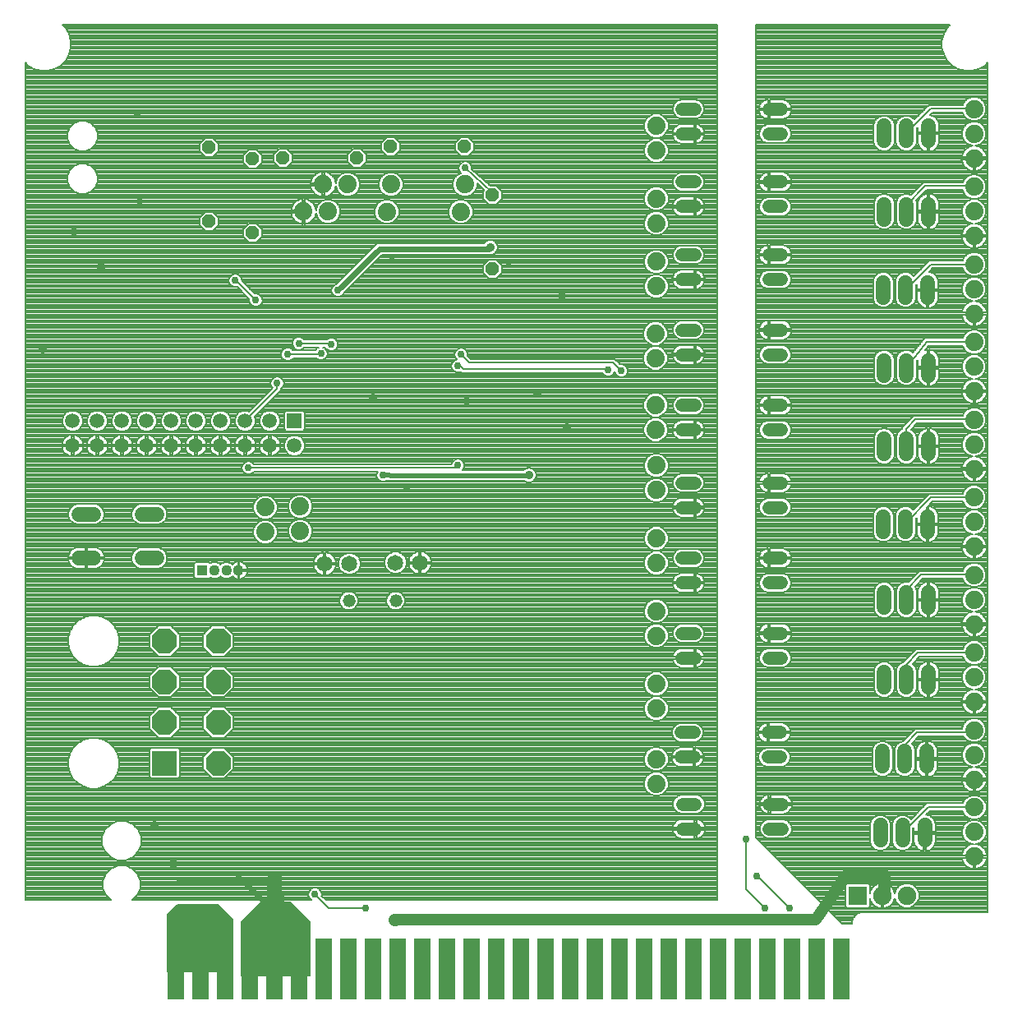
<source format=gbl>
G75*
%MOIN*%
%OFA0B0*%
%FSLAX25Y25*%
%IPPOS*%
%LPD*%
%AMOC8*
5,1,8,0,0,1.08239X$1,22.5*
%
%ADD10R,0.06500X0.25000*%
%ADD11R,0.04362X0.04362*%
%ADD12C,0.04362*%
%ADD13C,0.05200*%
%ADD14C,0.07400*%
%ADD15R,0.05937X0.05937*%
%ADD16C,0.05937*%
%ADD17C,0.05200*%
%ADD18C,0.06000*%
%ADD19R,0.07500X0.07500*%
%ADD20C,0.07500*%
%ADD21C,0.06500*%
%ADD22OC8,0.10000*%
%ADD23R,0.10000X0.10000*%
%ADD24OC8,0.05200*%
%ADD25C,0.00800*%
%ADD26C,0.02978*%
%ADD27C,0.03569*%
%ADD28C,0.00591*%
%ADD29C,0.05906*%
%ADD30C,0.02000*%
%ADD31C,0.01969*%
%ADD32C,0.05906*%
%ADD33C,0.00500*%
%ADD34C,0.02400*%
%ADD35C,0.00600*%
%ADD36C,0.00787*%
%ADD37C,0.05000*%
%ADD38C,0.04500*%
D10*
X0067150Y0017500D03*
X0077150Y0017500D03*
X0087150Y0017500D03*
X0097150Y0017500D03*
X0107150Y0017500D03*
X0117150Y0017500D03*
X0127150Y0017500D03*
X0137150Y0017500D03*
X0147150Y0017500D03*
X0157150Y0017500D03*
X0167150Y0017500D03*
X0177150Y0017500D03*
X0187150Y0017500D03*
X0197150Y0017500D03*
X0207150Y0017500D03*
X0217150Y0017500D03*
X0227150Y0017500D03*
X0237150Y0017500D03*
X0247150Y0017500D03*
X0257150Y0017500D03*
X0267150Y0017500D03*
X0277150Y0017500D03*
X0287150Y0017500D03*
X0297150Y0017500D03*
X0307150Y0017500D03*
X0317150Y0017500D03*
X0327150Y0017500D03*
X0337150Y0017500D03*
D11*
X0077973Y0179123D03*
D12*
X0082894Y0179123D03*
X0087815Y0179123D03*
X0092737Y0179123D03*
D13*
X0272642Y0184056D02*
X0277842Y0184056D01*
X0277842Y0174056D02*
X0272642Y0174056D01*
X0272642Y0153544D02*
X0277842Y0153544D01*
X0277842Y0143544D02*
X0272642Y0143544D01*
X0272309Y0113367D02*
X0277509Y0113367D01*
X0277509Y0103367D02*
X0272309Y0103367D01*
X0272877Y0084217D02*
X0278077Y0084217D01*
X0278077Y0074217D02*
X0272877Y0074217D01*
X0308077Y0074217D02*
X0313277Y0074217D01*
X0313277Y0084217D02*
X0308077Y0084217D01*
X0307509Y0103367D02*
X0312709Y0103367D01*
X0312709Y0113367D02*
X0307509Y0113367D01*
X0307842Y0143544D02*
X0313042Y0143544D01*
X0313042Y0153544D02*
X0307842Y0153544D01*
X0307842Y0174056D02*
X0313042Y0174056D01*
X0313042Y0184056D02*
X0307842Y0184056D01*
X0307842Y0204568D02*
X0313042Y0204568D01*
X0313042Y0214568D02*
X0307842Y0214568D01*
X0307842Y0236064D02*
X0313042Y0236064D01*
X0313042Y0246064D02*
X0307842Y0246064D01*
X0307842Y0266576D02*
X0313042Y0266576D01*
X0313042Y0276576D02*
X0307842Y0276576D01*
X0307842Y0297088D02*
X0313042Y0297088D01*
X0313042Y0307088D02*
X0307842Y0307088D01*
X0307842Y0326615D02*
X0313042Y0326615D01*
X0313042Y0336615D02*
X0307842Y0336615D01*
X0307842Y0356143D02*
X0313042Y0356143D01*
X0313042Y0366143D02*
X0307842Y0366143D01*
X0277842Y0366143D02*
X0272642Y0366143D01*
X0272642Y0356143D02*
X0277842Y0356143D01*
X0277842Y0336615D02*
X0272642Y0336615D01*
X0272642Y0326615D02*
X0277842Y0326615D01*
X0277842Y0307088D02*
X0272642Y0307088D01*
X0272642Y0297088D02*
X0277842Y0297088D01*
X0277842Y0276576D02*
X0272642Y0276576D01*
X0272642Y0266576D02*
X0277842Y0266576D01*
X0277842Y0246064D02*
X0272642Y0246064D01*
X0272642Y0236064D02*
X0277842Y0236064D01*
X0277842Y0214568D02*
X0272642Y0214568D01*
X0272642Y0204568D02*
X0277842Y0204568D01*
D14*
X0262227Y0211614D03*
X0262227Y0221614D03*
X0261940Y0236142D03*
X0261940Y0246142D03*
X0261893Y0265113D03*
X0261893Y0275113D03*
X0262227Y0294291D03*
X0262227Y0304291D03*
X0262227Y0319882D03*
X0262227Y0329882D03*
X0262227Y0349409D03*
X0262227Y0359409D03*
X0184562Y0335630D03*
X0182895Y0324549D03*
X0154562Y0335630D03*
X0152895Y0324549D03*
X0137054Y0335634D03*
X0127054Y0335634D03*
X0129054Y0324635D03*
X0119054Y0324635D03*
X0117734Y0204970D03*
X0117734Y0194970D03*
X0103574Y0194652D03*
X0103574Y0204652D03*
X0262227Y0192087D03*
X0262227Y0182087D03*
X0262227Y0162559D03*
X0262227Y0152559D03*
X0262227Y0133031D03*
X0262227Y0123031D03*
X0262227Y0102520D03*
X0262227Y0092520D03*
X0391164Y0094252D03*
X0391164Y0104252D03*
X0391164Y0114252D03*
X0391164Y0125748D03*
X0391164Y0135748D03*
X0391164Y0145748D03*
X0391164Y0157244D03*
X0391164Y0167244D03*
X0391164Y0177244D03*
X0391164Y0188740D03*
X0391164Y0198740D03*
X0391164Y0208740D03*
X0391164Y0220236D03*
X0391164Y0230236D03*
X0391164Y0240236D03*
X0391164Y0251732D03*
X0391164Y0261732D03*
X0391164Y0271732D03*
X0391164Y0283228D03*
X0391164Y0293228D03*
X0391164Y0303228D03*
X0391164Y0314724D03*
X0391164Y0324724D03*
X0391164Y0334724D03*
X0391164Y0346220D03*
X0391164Y0356220D03*
X0391164Y0366220D03*
X0391213Y0083002D03*
X0391213Y0073002D03*
X0391213Y0063002D03*
D15*
X0115384Y0239744D03*
D16*
X0105384Y0239744D03*
X0105384Y0229744D03*
X0115384Y0229744D03*
X0095384Y0229744D03*
X0095384Y0239744D03*
X0085384Y0239744D03*
X0085384Y0229744D03*
X0075384Y0229744D03*
X0075384Y0239744D03*
X0065384Y0239744D03*
X0065384Y0229744D03*
X0055384Y0229744D03*
X0055384Y0239744D03*
X0045384Y0239744D03*
X0045384Y0229744D03*
X0035384Y0229744D03*
X0035384Y0239744D03*
X0025384Y0239744D03*
X0025384Y0229744D03*
D17*
X0137446Y0166771D03*
X0156446Y0166771D03*
D18*
X0059529Y0184081D02*
X0053529Y0184081D01*
X0053529Y0201881D02*
X0059529Y0201881D01*
X0033929Y0201881D02*
X0027929Y0201881D01*
X0027929Y0184081D02*
X0033929Y0184081D01*
X0354307Y0194836D02*
X0354307Y0200836D01*
X0363307Y0200836D02*
X0363307Y0194836D01*
X0372307Y0194836D02*
X0372307Y0200836D01*
X0372641Y0226410D02*
X0372641Y0232410D01*
X0363641Y0232410D02*
X0363641Y0226410D01*
X0354641Y0226410D02*
X0354641Y0232410D01*
X0354641Y0258224D02*
X0354641Y0264224D01*
X0363641Y0264224D02*
X0363641Y0258224D01*
X0372641Y0258224D02*
X0372641Y0264224D01*
X0372307Y0289845D02*
X0372307Y0295845D01*
X0363307Y0295845D02*
X0363307Y0289845D01*
X0354307Y0289845D02*
X0354307Y0295845D01*
X0354641Y0321580D02*
X0354641Y0327580D01*
X0363641Y0327580D02*
X0363641Y0321580D01*
X0372641Y0321580D02*
X0372641Y0327580D01*
X0372605Y0353342D02*
X0372605Y0359342D01*
X0363605Y0359342D02*
X0363605Y0353342D01*
X0354605Y0353342D02*
X0354605Y0359342D01*
X0354641Y0170100D02*
X0354641Y0164100D01*
X0363641Y0164100D02*
X0363641Y0170100D01*
X0372641Y0170100D02*
X0372641Y0164100D01*
X0372641Y0137797D02*
X0372641Y0131797D01*
X0363641Y0131797D02*
X0363641Y0137797D01*
X0354641Y0137797D02*
X0354641Y0131797D01*
X0353974Y0105618D02*
X0353974Y0099618D01*
X0362974Y0099618D02*
X0362974Y0105618D01*
X0371974Y0105618D02*
X0371974Y0099618D01*
X0371111Y0075610D02*
X0371111Y0069610D01*
X0362111Y0069610D02*
X0362111Y0075610D01*
X0353111Y0075610D02*
X0353111Y0069610D01*
D19*
X0343849Y0047173D03*
D20*
X0353849Y0047173D03*
X0363849Y0047173D03*
D21*
X0166361Y0182197D03*
X0156361Y0182197D03*
X0137692Y0181769D03*
X0127692Y0181769D03*
D22*
X0084427Y0150405D03*
X0084427Y0133905D03*
X0084427Y0117405D03*
X0084427Y0100905D03*
X0062727Y0117405D03*
X0062727Y0133905D03*
X0062727Y0150405D03*
D23*
X0062727Y0100905D03*
D24*
X0195714Y0301302D03*
X0195714Y0331302D03*
X0184383Y0350965D03*
X0154383Y0350965D03*
X0140721Y0346299D03*
X0110721Y0346299D03*
X0098390Y0345967D03*
X0080725Y0350634D03*
X0080725Y0320634D03*
X0098390Y0315967D03*
D25*
X0006100Y0384991D02*
X0006100Y0045354D01*
X0040969Y0045354D01*
X0038848Y0047475D01*
X0037699Y0050250D01*
X0037699Y0053254D01*
X0038848Y0056028D01*
X0040972Y0058152D01*
X0043747Y0059302D01*
X0046750Y0059302D01*
X0049525Y0058152D01*
X0051649Y0056028D01*
X0052798Y0053254D01*
X0052798Y0050250D01*
X0051649Y0047475D01*
X0049528Y0045354D01*
X0122248Y0045354D01*
X0122194Y0045377D01*
X0121435Y0046135D01*
X0121025Y0047126D01*
X0121025Y0048199D01*
X0121435Y0049190D01*
X0122194Y0049948D01*
X0123185Y0050358D01*
X0124257Y0050358D01*
X0125248Y0049948D01*
X0126007Y0049190D01*
X0126417Y0048199D01*
X0126417Y0047126D01*
X0126409Y0047106D01*
X0128160Y0045354D01*
X0286833Y0045354D01*
X0286833Y0400300D01*
X0021409Y0400300D01*
X0022562Y0399147D01*
X0023987Y0396678D01*
X0024725Y0393925D01*
X0024725Y0391075D01*
X0023987Y0388322D01*
X0022562Y0385853D01*
X0020547Y0383838D01*
X0018078Y0382413D01*
X0015325Y0381675D01*
X0012475Y0381675D01*
X0009722Y0382413D01*
X0007253Y0383838D01*
X0006100Y0384991D01*
X0006100Y0384293D02*
X0006798Y0384293D01*
X0006100Y0383494D02*
X0007848Y0383494D01*
X0009231Y0382696D02*
X0006100Y0382696D01*
X0006100Y0381897D02*
X0011645Y0381897D01*
X0006100Y0381099D02*
X0286833Y0381099D01*
X0286833Y0381897D02*
X0016155Y0381897D01*
X0018569Y0382696D02*
X0286833Y0382696D01*
X0286833Y0383494D02*
X0019952Y0383494D01*
X0021002Y0384293D02*
X0286833Y0384293D01*
X0286833Y0385091D02*
X0021800Y0385091D01*
X0022583Y0385890D02*
X0286833Y0385890D01*
X0286833Y0386688D02*
X0023044Y0386688D01*
X0023505Y0387487D02*
X0286833Y0387487D01*
X0286833Y0388285D02*
X0023966Y0388285D01*
X0024192Y0389084D02*
X0286833Y0389084D01*
X0286833Y0389882D02*
X0024405Y0389882D01*
X0024619Y0390681D02*
X0286833Y0390681D01*
X0286833Y0391479D02*
X0024725Y0391479D01*
X0024725Y0392278D02*
X0286833Y0392278D01*
X0286833Y0393077D02*
X0024725Y0393077D01*
X0024725Y0393875D02*
X0286833Y0393875D01*
X0286833Y0394674D02*
X0024524Y0394674D01*
X0024310Y0395472D02*
X0286833Y0395472D01*
X0286833Y0396271D02*
X0024097Y0396271D01*
X0023762Y0397069D02*
X0286833Y0397069D01*
X0286833Y0397868D02*
X0023301Y0397868D01*
X0022840Y0398666D02*
X0286833Y0398666D01*
X0286833Y0399465D02*
X0022244Y0399465D01*
X0021446Y0400263D02*
X0286833Y0400263D01*
X0302703Y0400263D02*
X0381354Y0400263D01*
X0381391Y0400300D02*
X0380238Y0399147D01*
X0378813Y0396678D01*
X0378075Y0393925D01*
X0378075Y0391075D01*
X0378813Y0388322D01*
X0380238Y0385853D01*
X0382253Y0383838D01*
X0384722Y0382413D01*
X0387475Y0381675D01*
X0390325Y0381675D01*
X0393078Y0382413D01*
X0395547Y0383838D01*
X0396700Y0384991D01*
X0396700Y0040409D01*
X0345347Y0040409D01*
X0343620Y0039693D01*
X0342297Y0038371D01*
X0341582Y0036644D01*
X0341582Y0035664D01*
X0337700Y0035664D01*
X0302703Y0070660D01*
X0302703Y0400300D01*
X0381391Y0400300D01*
X0380556Y0399465D02*
X0302703Y0399465D01*
X0302703Y0398666D02*
X0379960Y0398666D01*
X0379499Y0397868D02*
X0302703Y0397868D01*
X0302703Y0397069D02*
X0379038Y0397069D01*
X0378703Y0396271D02*
X0302703Y0396271D01*
X0302703Y0395472D02*
X0378490Y0395472D01*
X0378276Y0394674D02*
X0302703Y0394674D01*
X0302703Y0393875D02*
X0378075Y0393875D01*
X0378075Y0393077D02*
X0302703Y0393077D01*
X0302703Y0392278D02*
X0378075Y0392278D01*
X0378075Y0391479D02*
X0302703Y0391479D01*
X0302703Y0390681D02*
X0378181Y0390681D01*
X0378395Y0389882D02*
X0302703Y0389882D01*
X0302703Y0389084D02*
X0378608Y0389084D01*
X0378834Y0388285D02*
X0302703Y0388285D01*
X0302703Y0387487D02*
X0379295Y0387487D01*
X0379756Y0386688D02*
X0302703Y0386688D01*
X0302703Y0385890D02*
X0380217Y0385890D01*
X0381000Y0385091D02*
X0302703Y0385091D01*
X0302703Y0384293D02*
X0381798Y0384293D01*
X0382848Y0383494D02*
X0302703Y0383494D01*
X0302703Y0382696D02*
X0384231Y0382696D01*
X0386645Y0381897D02*
X0302703Y0381897D01*
X0302703Y0381099D02*
X0396700Y0381099D01*
X0396700Y0381897D02*
X0391155Y0381897D01*
X0393569Y0382696D02*
X0396700Y0382696D01*
X0396700Y0383494D02*
X0394952Y0383494D01*
X0396002Y0384293D02*
X0396700Y0384293D01*
X0396700Y0380300D02*
X0302703Y0380300D01*
X0302703Y0379502D02*
X0396700Y0379502D01*
X0396700Y0378703D02*
X0302703Y0378703D01*
X0302703Y0377905D02*
X0396700Y0377905D01*
X0396700Y0377106D02*
X0302703Y0377106D01*
X0302703Y0376308D02*
X0396700Y0376308D01*
X0396700Y0375509D02*
X0302703Y0375509D01*
X0302703Y0374711D02*
X0396700Y0374711D01*
X0396700Y0373912D02*
X0302703Y0373912D01*
X0302703Y0373114D02*
X0396700Y0373114D01*
X0396700Y0372315D02*
X0302703Y0372315D01*
X0302703Y0371517D02*
X0396700Y0371517D01*
X0396700Y0370718D02*
X0393128Y0370718D01*
X0393943Y0370380D02*
X0392140Y0371128D01*
X0390188Y0371128D01*
X0388384Y0370380D01*
X0387004Y0369000D01*
X0386550Y0367904D01*
X0372894Y0367904D01*
X0371952Y0366963D01*
X0366943Y0361954D01*
X0365988Y0362909D01*
X0364442Y0363550D01*
X0362768Y0363550D01*
X0361222Y0362909D01*
X0360038Y0361726D01*
X0359398Y0360179D01*
X0359398Y0352506D01*
X0360038Y0350959D01*
X0361222Y0349776D01*
X0362768Y0349135D01*
X0364442Y0349135D01*
X0365988Y0349776D01*
X0367171Y0350959D01*
X0367812Y0352506D01*
X0367812Y0358277D01*
X0368205Y0358670D01*
X0368205Y0356742D01*
X0372205Y0356742D01*
X0372205Y0355942D01*
X0373005Y0355942D01*
X0373005Y0348951D01*
X0373635Y0349051D01*
X0374294Y0349265D01*
X0374911Y0349579D01*
X0375471Y0349986D01*
X0375961Y0350476D01*
X0376368Y0351036D01*
X0376682Y0351653D01*
X0376896Y0352312D01*
X0377005Y0352996D01*
X0377005Y0355942D01*
X0373005Y0355942D01*
X0373005Y0356742D01*
X0377005Y0356742D01*
X0377005Y0359689D01*
X0376896Y0360373D01*
X0376682Y0361031D01*
X0376368Y0361649D01*
X0375961Y0362209D01*
X0375471Y0362699D01*
X0374911Y0363106D01*
X0374294Y0363420D01*
X0373635Y0363634D01*
X0373233Y0363698D01*
X0374225Y0364690D01*
X0386486Y0364690D01*
X0387004Y0363441D01*
X0388384Y0362060D01*
X0390188Y0361313D01*
X0392140Y0361313D01*
X0393943Y0362060D01*
X0395324Y0363441D01*
X0396071Y0365244D01*
X0396071Y0367197D01*
X0395324Y0369000D01*
X0393943Y0370380D01*
X0394404Y0369920D02*
X0396700Y0369920D01*
X0396700Y0369121D02*
X0395203Y0369121D01*
X0395604Y0368323D02*
X0396700Y0368323D01*
X0396700Y0367524D02*
X0395935Y0367524D01*
X0396071Y0366726D02*
X0396700Y0366726D01*
X0396700Y0365927D02*
X0396071Y0365927D01*
X0396023Y0365129D02*
X0396700Y0365129D01*
X0396700Y0364330D02*
X0395692Y0364330D01*
X0395361Y0363532D02*
X0396700Y0363532D01*
X0396700Y0362733D02*
X0394616Y0362733D01*
X0393639Y0361935D02*
X0396700Y0361935D01*
X0396700Y0361136D02*
X0376629Y0361136D01*
X0376902Y0360338D02*
X0388341Y0360338D01*
X0388384Y0360380D02*
X0387004Y0359000D01*
X0386257Y0357197D01*
X0386257Y0355244D01*
X0387004Y0353441D01*
X0388384Y0352060D01*
X0390188Y0351313D01*
X0390718Y0351313D01*
X0389970Y0351195D01*
X0389206Y0350947D01*
X0388491Y0350582D01*
X0387841Y0350111D01*
X0387274Y0349543D01*
X0386802Y0348893D01*
X0386437Y0348178D01*
X0386189Y0347415D01*
X0386064Y0346622D01*
X0386064Y0346620D01*
X0390764Y0346620D01*
X0390764Y0345820D01*
X0391564Y0345820D01*
X0391564Y0341120D01*
X0391565Y0341120D01*
X0392358Y0341246D01*
X0393121Y0341494D01*
X0393837Y0341859D01*
X0394486Y0342330D01*
X0395054Y0342898D01*
X0395526Y0343547D01*
X0395890Y0344263D01*
X0396138Y0345026D01*
X0396264Y0345819D01*
X0396264Y0345820D01*
X0391564Y0345820D01*
X0391564Y0346620D01*
X0396264Y0346620D01*
X0396264Y0346622D01*
X0396138Y0347415D01*
X0395890Y0348178D01*
X0395526Y0348893D01*
X0395054Y0349543D01*
X0394486Y0350111D01*
X0393837Y0350582D01*
X0393121Y0350947D01*
X0392358Y0351195D01*
X0391610Y0351313D01*
X0392140Y0351313D01*
X0393943Y0352060D01*
X0395324Y0353441D01*
X0396071Y0355244D01*
X0396071Y0357197D01*
X0395324Y0359000D01*
X0393943Y0360380D01*
X0392140Y0361128D01*
X0390188Y0361128D01*
X0388384Y0360380D01*
X0387543Y0359539D02*
X0377005Y0359539D01*
X0377005Y0358741D02*
X0386896Y0358741D01*
X0386565Y0357942D02*
X0377005Y0357942D01*
X0377005Y0357143D02*
X0386257Y0357143D01*
X0386257Y0356345D02*
X0373005Y0356345D01*
X0373005Y0355546D02*
X0372205Y0355546D01*
X0372205Y0355942D02*
X0372205Y0348951D01*
X0371574Y0349051D01*
X0370916Y0349265D01*
X0370299Y0349579D01*
X0369738Y0349986D01*
X0369249Y0350476D01*
X0368841Y0351036D01*
X0368527Y0351653D01*
X0368313Y0352312D01*
X0368205Y0352996D01*
X0368205Y0355942D01*
X0372205Y0355942D01*
X0372205Y0356345D02*
X0367812Y0356345D01*
X0367812Y0357143D02*
X0368205Y0357143D01*
X0368205Y0357942D02*
X0367812Y0357942D01*
X0367812Y0355546D02*
X0368205Y0355546D01*
X0368205Y0354748D02*
X0367812Y0354748D01*
X0367812Y0353949D02*
X0368205Y0353949D01*
X0368205Y0353151D02*
X0367812Y0353151D01*
X0367748Y0352352D02*
X0368307Y0352352D01*
X0368578Y0351554D02*
X0367418Y0351554D01*
X0366967Y0350755D02*
X0369046Y0350755D01*
X0369779Y0349957D02*
X0366169Y0349957D01*
X0364497Y0349158D02*
X0371243Y0349158D01*
X0372205Y0349158D02*
X0373005Y0349158D01*
X0373005Y0349957D02*
X0372205Y0349957D01*
X0372205Y0350755D02*
X0373005Y0350755D01*
X0373005Y0351554D02*
X0372205Y0351554D01*
X0372205Y0352352D02*
X0373005Y0352352D01*
X0373005Y0353151D02*
X0372205Y0353151D01*
X0372205Y0353949D02*
X0373005Y0353949D01*
X0373005Y0354748D02*
X0372205Y0354748D01*
X0377005Y0354748D02*
X0386462Y0354748D01*
X0386257Y0355546D02*
X0377005Y0355546D01*
X0377005Y0353949D02*
X0386793Y0353949D01*
X0387294Y0353151D02*
X0377005Y0353151D01*
X0376903Y0352352D02*
X0388092Y0352352D01*
X0389607Y0351554D02*
X0376632Y0351554D01*
X0376164Y0350755D02*
X0388830Y0350755D01*
X0387688Y0349957D02*
X0375431Y0349957D01*
X0373966Y0349158D02*
X0386994Y0349158D01*
X0386530Y0348360D02*
X0302703Y0348360D01*
X0302703Y0349158D02*
X0353712Y0349158D01*
X0353768Y0349135D02*
X0355442Y0349135D01*
X0356988Y0349776D01*
X0358171Y0350959D01*
X0358812Y0352506D01*
X0358812Y0360179D01*
X0358171Y0361726D01*
X0356988Y0362909D01*
X0355442Y0363550D01*
X0353768Y0363550D01*
X0352222Y0362909D01*
X0351038Y0361726D01*
X0350398Y0360179D01*
X0350398Y0352506D01*
X0351038Y0350959D01*
X0352222Y0349776D01*
X0353768Y0349135D01*
X0355497Y0349158D02*
X0362712Y0349158D01*
X0361041Y0349957D02*
X0357169Y0349957D01*
X0357967Y0350755D02*
X0360242Y0350755D01*
X0359792Y0351554D02*
X0358418Y0351554D01*
X0358748Y0352352D02*
X0359461Y0352352D01*
X0359398Y0353151D02*
X0358812Y0353151D01*
X0358812Y0353949D02*
X0359398Y0353949D01*
X0359398Y0354748D02*
X0358812Y0354748D01*
X0358812Y0355546D02*
X0359398Y0355546D01*
X0359398Y0356345D02*
X0358812Y0356345D01*
X0358812Y0357143D02*
X0359398Y0357143D01*
X0359398Y0357942D02*
X0358812Y0357942D01*
X0358812Y0358741D02*
X0359398Y0358741D01*
X0359398Y0359539D02*
X0358812Y0359539D01*
X0358746Y0360338D02*
X0359463Y0360338D01*
X0359794Y0361136D02*
X0358415Y0361136D01*
X0357962Y0361935D02*
X0360247Y0361935D01*
X0361046Y0362733D02*
X0357164Y0362733D01*
X0355485Y0363532D02*
X0362725Y0363532D01*
X0364485Y0363532D02*
X0368521Y0363532D01*
X0369320Y0364330D02*
X0316621Y0364330D01*
X0316587Y0364248D02*
X0316888Y0364976D01*
X0317041Y0365743D01*
X0308242Y0365743D01*
X0308242Y0366543D01*
X0307442Y0366543D01*
X0307442Y0370142D01*
X0306675Y0369989D01*
X0305947Y0369687D01*
X0305292Y0369250D01*
X0304735Y0368693D01*
X0304297Y0368037D01*
X0303996Y0367309D01*
X0303843Y0366543D01*
X0307442Y0366543D01*
X0307442Y0365743D01*
X0303843Y0365743D01*
X0303996Y0364976D01*
X0304297Y0364248D01*
X0304735Y0363593D01*
X0305292Y0363036D01*
X0305947Y0362598D01*
X0306675Y0362296D01*
X0307442Y0362144D01*
X0307442Y0365743D01*
X0308242Y0365743D01*
X0308242Y0362143D01*
X0313436Y0362143D01*
X0314209Y0362296D01*
X0314937Y0362598D01*
X0315592Y0363036D01*
X0316149Y0363593D01*
X0316587Y0364248D01*
X0316088Y0363532D02*
X0353725Y0363532D01*
X0352046Y0362733D02*
X0315139Y0362733D01*
X0316918Y0365129D02*
X0370118Y0365129D01*
X0370917Y0365927D02*
X0308242Y0365927D01*
X0308242Y0366543D02*
X0317041Y0366543D01*
X0316888Y0367309D01*
X0316587Y0368037D01*
X0316149Y0368693D01*
X0315592Y0369250D01*
X0314937Y0369687D01*
X0314209Y0369989D01*
X0313436Y0370143D01*
X0308242Y0370143D01*
X0308242Y0366543D01*
X0308242Y0366726D02*
X0307442Y0366726D01*
X0307442Y0367524D02*
X0308242Y0367524D01*
X0308242Y0368323D02*
X0307442Y0368323D01*
X0307442Y0369121D02*
X0308242Y0369121D01*
X0308242Y0369920D02*
X0307442Y0369920D01*
X0306508Y0369920D02*
X0302703Y0369920D01*
X0302703Y0370718D02*
X0389199Y0370718D01*
X0387923Y0369920D02*
X0314376Y0369920D01*
X0315720Y0369121D02*
X0387125Y0369121D01*
X0386723Y0368323D02*
X0316396Y0368323D01*
X0316799Y0367524D02*
X0372514Y0367524D01*
X0371715Y0366726D02*
X0317004Y0366726D01*
X0313799Y0359950D02*
X0315198Y0359370D01*
X0316269Y0358299D01*
X0316849Y0356900D01*
X0316849Y0355385D01*
X0316269Y0353986D01*
X0315198Y0352915D01*
X0313799Y0352336D01*
X0307085Y0352336D01*
X0305685Y0352915D01*
X0304614Y0353986D01*
X0304035Y0355385D01*
X0304035Y0356900D01*
X0304614Y0358299D01*
X0305685Y0359370D01*
X0307085Y0359950D01*
X0313799Y0359950D01*
X0314791Y0359539D02*
X0350398Y0359539D01*
X0350398Y0358741D02*
X0315828Y0358741D01*
X0316417Y0357942D02*
X0350398Y0357942D01*
X0350398Y0357143D02*
X0316748Y0357143D01*
X0316849Y0356345D02*
X0350398Y0356345D01*
X0350398Y0355546D02*
X0316849Y0355546D01*
X0316585Y0354748D02*
X0350398Y0354748D01*
X0350398Y0353949D02*
X0316233Y0353949D01*
X0315434Y0353151D02*
X0350398Y0353151D01*
X0350461Y0352352D02*
X0313840Y0352352D01*
X0307044Y0352352D02*
X0302703Y0352352D01*
X0302703Y0351554D02*
X0350792Y0351554D01*
X0351242Y0350755D02*
X0302703Y0350755D01*
X0302703Y0349957D02*
X0352041Y0349957D01*
X0350463Y0360338D02*
X0302703Y0360338D01*
X0302703Y0361136D02*
X0350794Y0361136D01*
X0351247Y0361935D02*
X0302703Y0361935D01*
X0302703Y0362733D02*
X0305745Y0362733D01*
X0304796Y0363532D02*
X0302703Y0363532D01*
X0302703Y0364330D02*
X0304263Y0364330D01*
X0303965Y0365129D02*
X0302703Y0365129D01*
X0302703Y0365927D02*
X0307442Y0365927D01*
X0307442Y0365129D02*
X0308242Y0365129D01*
X0308242Y0364330D02*
X0307442Y0364330D01*
X0307442Y0363532D02*
X0308242Y0363532D01*
X0308242Y0362733D02*
X0307442Y0362733D01*
X0306093Y0359539D02*
X0302703Y0359539D01*
X0302703Y0358741D02*
X0305056Y0358741D01*
X0304466Y0357942D02*
X0302703Y0357942D01*
X0302703Y0357143D02*
X0304136Y0357143D01*
X0304035Y0356345D02*
X0302703Y0356345D01*
X0302703Y0355546D02*
X0304035Y0355546D01*
X0304299Y0354748D02*
X0302703Y0354748D01*
X0302703Y0353949D02*
X0304651Y0353949D01*
X0305450Y0353151D02*
X0302703Y0353151D01*
X0302703Y0347561D02*
X0386237Y0347561D01*
X0386086Y0346763D02*
X0302703Y0346763D01*
X0302703Y0345964D02*
X0390764Y0345964D01*
X0390764Y0345820D02*
X0386064Y0345820D01*
X0386064Y0345819D01*
X0386189Y0345026D01*
X0386437Y0344263D01*
X0386802Y0343547D01*
X0387274Y0342898D01*
X0387841Y0342330D01*
X0388491Y0341859D01*
X0389206Y0341494D01*
X0389970Y0341246D01*
X0390762Y0341120D01*
X0390764Y0341120D01*
X0390764Y0345820D01*
X0390764Y0345166D02*
X0391564Y0345166D01*
X0391564Y0345964D02*
X0396700Y0345964D01*
X0396700Y0345166D02*
X0396160Y0345166D01*
X0395924Y0344367D02*
X0396700Y0344367D01*
X0396700Y0343569D02*
X0395537Y0343569D01*
X0394926Y0342770D02*
X0396700Y0342770D01*
X0396700Y0341972D02*
X0393993Y0341972D01*
X0391898Y0341173D02*
X0396700Y0341173D01*
X0396700Y0340375D02*
X0314418Y0340375D01*
X0314209Y0340461D02*
X0314937Y0340160D01*
X0315592Y0339722D01*
X0316149Y0339165D01*
X0316587Y0338510D01*
X0316888Y0337782D01*
X0317041Y0337015D01*
X0308242Y0337015D01*
X0308242Y0336215D01*
X0308242Y0332615D01*
X0313436Y0332615D01*
X0314209Y0332769D01*
X0314937Y0333070D01*
X0315592Y0333508D01*
X0316149Y0334065D01*
X0316587Y0334720D01*
X0316888Y0335448D01*
X0317041Y0336215D01*
X0308242Y0336215D01*
X0307442Y0336215D01*
X0307442Y0332616D01*
X0306675Y0332769D01*
X0305947Y0333070D01*
X0305292Y0333508D01*
X0304735Y0334065D01*
X0304297Y0334720D01*
X0303996Y0335448D01*
X0303843Y0336215D01*
X0307442Y0336215D01*
X0307442Y0337015D01*
X0303843Y0337015D01*
X0303996Y0337782D01*
X0304297Y0338510D01*
X0304735Y0339165D01*
X0305292Y0339722D01*
X0305947Y0340160D01*
X0306675Y0340461D01*
X0307442Y0340614D01*
X0307442Y0337015D01*
X0308242Y0337015D01*
X0308242Y0340615D01*
X0313436Y0340615D01*
X0314209Y0340461D01*
X0315738Y0339576D02*
X0390054Y0339576D01*
X0390188Y0339631D02*
X0388384Y0338884D01*
X0387004Y0337504D01*
X0386619Y0336574D01*
X0370697Y0336574D01*
X0369756Y0335633D01*
X0365491Y0331368D01*
X0364478Y0331787D01*
X0362804Y0331787D01*
X0361258Y0331147D01*
X0360074Y0329963D01*
X0359434Y0328417D01*
X0359434Y0320744D01*
X0360074Y0319197D01*
X0361258Y0318014D01*
X0362804Y0317373D01*
X0364478Y0317373D01*
X0366024Y0318014D01*
X0367207Y0319197D01*
X0367848Y0320744D01*
X0367848Y0328417D01*
X0367625Y0328956D01*
X0372029Y0333360D01*
X0386418Y0333360D01*
X0387004Y0331945D01*
X0388384Y0330564D01*
X0390188Y0329817D01*
X0392140Y0329817D01*
X0393943Y0330564D01*
X0395324Y0331945D01*
X0396071Y0333748D01*
X0396071Y0335700D01*
X0395324Y0337504D01*
X0393943Y0338884D01*
X0392140Y0339631D01*
X0390188Y0339631D01*
X0390429Y0341173D02*
X0302703Y0341173D01*
X0302703Y0340375D02*
X0306466Y0340375D01*
X0307442Y0340375D02*
X0308242Y0340375D01*
X0308242Y0339576D02*
X0307442Y0339576D01*
X0307442Y0338778D02*
X0308242Y0338778D01*
X0308242Y0337979D02*
X0307442Y0337979D01*
X0307442Y0337181D02*
X0308242Y0337181D01*
X0308242Y0336382D02*
X0370505Y0336382D01*
X0369707Y0335584D02*
X0316915Y0335584D01*
X0316613Y0334785D02*
X0368908Y0334785D01*
X0368110Y0333987D02*
X0316070Y0333987D01*
X0315113Y0333188D02*
X0367311Y0333188D01*
X0366513Y0332390D02*
X0302703Y0332390D01*
X0302703Y0333188D02*
X0305771Y0333188D01*
X0304814Y0333987D02*
X0302703Y0333987D01*
X0302703Y0334785D02*
X0304270Y0334785D01*
X0303969Y0335584D02*
X0302703Y0335584D01*
X0302703Y0336382D02*
X0307442Y0336382D01*
X0307442Y0335584D02*
X0308242Y0335584D01*
X0308242Y0334785D02*
X0307442Y0334785D01*
X0307442Y0333987D02*
X0308242Y0333987D01*
X0308242Y0333188D02*
X0307442Y0333188D01*
X0307085Y0330422D02*
X0305685Y0329843D01*
X0304614Y0328772D01*
X0304035Y0327372D01*
X0304035Y0325858D01*
X0304614Y0324459D01*
X0305685Y0323388D01*
X0307085Y0322808D01*
X0313799Y0322808D01*
X0315198Y0323388D01*
X0316269Y0324459D01*
X0316849Y0325858D01*
X0316849Y0327372D01*
X0316269Y0328772D01*
X0315198Y0329843D01*
X0313799Y0330422D01*
X0307085Y0330422D01*
X0306051Y0329994D02*
X0302703Y0329994D01*
X0302703Y0329196D02*
X0305038Y0329196D01*
X0304459Y0328397D02*
X0302703Y0328397D01*
X0302703Y0327599D02*
X0304128Y0327599D01*
X0304035Y0326800D02*
X0302703Y0326800D01*
X0302703Y0326002D02*
X0304035Y0326002D01*
X0304306Y0325203D02*
X0302703Y0325203D01*
X0302703Y0324405D02*
X0304668Y0324405D01*
X0305467Y0323606D02*
X0302703Y0323606D01*
X0302703Y0322808D02*
X0350434Y0322808D01*
X0350434Y0323606D02*
X0315417Y0323606D01*
X0316215Y0324405D02*
X0350434Y0324405D01*
X0350434Y0325203D02*
X0316578Y0325203D01*
X0316849Y0326002D02*
X0350434Y0326002D01*
X0350434Y0326800D02*
X0316849Y0326800D01*
X0316755Y0327599D02*
X0350434Y0327599D01*
X0350434Y0328397D02*
X0316425Y0328397D01*
X0315845Y0329196D02*
X0350756Y0329196D01*
X0351074Y0329963D02*
X0350434Y0328417D01*
X0350434Y0320744D01*
X0351074Y0319197D01*
X0352258Y0318014D01*
X0353804Y0317373D01*
X0355478Y0317373D01*
X0357024Y0318014D01*
X0358207Y0319197D01*
X0358848Y0320744D01*
X0358848Y0328417D01*
X0358207Y0329963D01*
X0357024Y0331147D01*
X0355478Y0331787D01*
X0353804Y0331787D01*
X0352258Y0331147D01*
X0351074Y0329963D01*
X0351105Y0329994D02*
X0314833Y0329994D01*
X0317008Y0337181D02*
X0386870Y0337181D01*
X0387479Y0337979D02*
X0316806Y0337979D01*
X0316408Y0338778D02*
X0388277Y0338778D01*
X0388335Y0341972D02*
X0302703Y0341972D01*
X0302703Y0342770D02*
X0387401Y0342770D01*
X0386791Y0343569D02*
X0302703Y0343569D01*
X0302703Y0344367D02*
X0386403Y0344367D01*
X0386167Y0345166D02*
X0302703Y0345166D01*
X0302703Y0339576D02*
X0305146Y0339576D01*
X0304476Y0338778D02*
X0302703Y0338778D01*
X0302703Y0337979D02*
X0304077Y0337979D01*
X0303876Y0337181D02*
X0302703Y0337181D01*
X0302703Y0331591D02*
X0353330Y0331591D01*
X0351903Y0330793D02*
X0302703Y0330793D01*
X0302703Y0322009D02*
X0350434Y0322009D01*
X0350434Y0321210D02*
X0302703Y0321210D01*
X0302703Y0320412D02*
X0350571Y0320412D01*
X0350902Y0319613D02*
X0302703Y0319613D01*
X0302703Y0318815D02*
X0351456Y0318815D01*
X0352255Y0318016D02*
X0302703Y0318016D01*
X0302703Y0317218D02*
X0372057Y0317218D01*
X0372241Y0317218D02*
X0373041Y0317218D01*
X0373041Y0317189D02*
X0373671Y0317289D01*
X0374330Y0317503D01*
X0374947Y0317817D01*
X0375507Y0318224D01*
X0375997Y0318714D01*
X0376404Y0319274D01*
X0376718Y0319891D01*
X0376932Y0320550D01*
X0377041Y0321234D01*
X0377041Y0324180D01*
X0373041Y0324180D01*
X0373041Y0324980D01*
X0377041Y0324980D01*
X0377041Y0327927D01*
X0376932Y0328611D01*
X0376718Y0329269D01*
X0376404Y0329886D01*
X0375997Y0330447D01*
X0375507Y0330937D01*
X0374947Y0331344D01*
X0374330Y0331658D01*
X0373671Y0331872D01*
X0373041Y0331972D01*
X0373041Y0324980D01*
X0372241Y0324980D01*
X0372241Y0324180D01*
X0373041Y0324180D01*
X0373041Y0317189D01*
X0373224Y0317218D02*
X0386710Y0317218D01*
X0386802Y0317397D02*
X0386437Y0316682D01*
X0386189Y0315919D01*
X0386064Y0315126D01*
X0386064Y0315124D01*
X0390764Y0315124D01*
X0390764Y0314324D01*
X0391564Y0314324D01*
X0391564Y0309624D01*
X0391565Y0309624D01*
X0392358Y0309750D01*
X0393121Y0309998D01*
X0393837Y0310363D01*
X0394486Y0310834D01*
X0395054Y0311402D01*
X0395526Y0312051D01*
X0395890Y0312767D01*
X0396138Y0313530D01*
X0396264Y0314323D01*
X0396264Y0314324D01*
X0391564Y0314324D01*
X0391564Y0315124D01*
X0396264Y0315124D01*
X0396264Y0315126D01*
X0396138Y0315919D01*
X0395890Y0316682D01*
X0395526Y0317397D01*
X0395054Y0318047D01*
X0394486Y0318614D01*
X0393837Y0319086D01*
X0393121Y0319451D01*
X0392358Y0319699D01*
X0391610Y0319817D01*
X0392140Y0319817D01*
X0393943Y0320564D01*
X0395324Y0321945D01*
X0396071Y0323748D01*
X0396071Y0325700D01*
X0395324Y0327504D01*
X0393943Y0328884D01*
X0392140Y0329631D01*
X0390188Y0329631D01*
X0388384Y0328884D01*
X0387004Y0327504D01*
X0386257Y0325700D01*
X0386257Y0323748D01*
X0387004Y0321945D01*
X0388384Y0320564D01*
X0390188Y0319817D01*
X0390718Y0319817D01*
X0389970Y0319699D01*
X0389206Y0319451D01*
X0388491Y0319086D01*
X0387841Y0318614D01*
X0387274Y0318047D01*
X0386802Y0317397D01*
X0387252Y0318016D02*
X0375221Y0318016D01*
X0376070Y0318815D02*
X0388117Y0318815D01*
X0388752Y0320412D02*
X0376887Y0320412D01*
X0377037Y0321210D02*
X0387738Y0321210D01*
X0386977Y0322009D02*
X0377041Y0322009D01*
X0377041Y0322808D02*
X0386646Y0322808D01*
X0386316Y0323606D02*
X0377041Y0323606D01*
X0377041Y0325203D02*
X0386257Y0325203D01*
X0386257Y0324405D02*
X0373041Y0324405D01*
X0373041Y0325203D02*
X0372241Y0325203D01*
X0372241Y0324980D02*
X0372241Y0331972D01*
X0371610Y0331872D01*
X0370952Y0331658D01*
X0370335Y0331344D01*
X0369774Y0330937D01*
X0369285Y0330447D01*
X0368877Y0329886D01*
X0368563Y0329269D01*
X0368349Y0328611D01*
X0368241Y0327927D01*
X0368241Y0324980D01*
X0372241Y0324980D01*
X0372241Y0324405D02*
X0367848Y0324405D01*
X0368241Y0324180D02*
X0368241Y0321234D01*
X0368349Y0320550D01*
X0368563Y0319891D01*
X0368877Y0319274D01*
X0369285Y0318714D01*
X0369774Y0318224D01*
X0370335Y0317817D01*
X0370952Y0317503D01*
X0371610Y0317289D01*
X0372241Y0317189D01*
X0372241Y0324180D01*
X0368241Y0324180D01*
X0368241Y0323606D02*
X0367848Y0323606D01*
X0367848Y0322808D02*
X0368241Y0322808D01*
X0368241Y0322009D02*
X0367848Y0322009D01*
X0367848Y0321210D02*
X0368244Y0321210D01*
X0368394Y0320412D02*
X0367710Y0320412D01*
X0367380Y0319613D02*
X0368705Y0319613D01*
X0369211Y0318815D02*
X0366825Y0318815D01*
X0366026Y0318016D02*
X0370060Y0318016D01*
X0372241Y0318016D02*
X0373041Y0318016D01*
X0373041Y0318815D02*
X0372241Y0318815D01*
X0372241Y0319613D02*
X0373041Y0319613D01*
X0373041Y0320412D02*
X0372241Y0320412D01*
X0372241Y0321210D02*
X0373041Y0321210D01*
X0373041Y0322009D02*
X0372241Y0322009D01*
X0372241Y0322808D02*
X0373041Y0322808D01*
X0373041Y0323606D02*
X0372241Y0323606D01*
X0372241Y0326002D02*
X0373041Y0326002D01*
X0373041Y0326800D02*
X0372241Y0326800D01*
X0372241Y0327599D02*
X0373041Y0327599D01*
X0373041Y0328397D02*
X0372241Y0328397D01*
X0372241Y0329196D02*
X0373041Y0329196D01*
X0373041Y0329994D02*
X0372241Y0329994D01*
X0372241Y0330793D02*
X0373041Y0330793D01*
X0373041Y0331591D02*
X0372241Y0331591D01*
X0370820Y0331591D02*
X0370260Y0331591D01*
X0369630Y0330793D02*
X0369461Y0330793D01*
X0368956Y0329994D02*
X0368663Y0329994D01*
X0368539Y0329196D02*
X0367864Y0329196D01*
X0367848Y0328397D02*
X0368315Y0328397D01*
X0368241Y0327599D02*
X0367848Y0327599D01*
X0367848Y0326800D02*
X0368241Y0326800D01*
X0368241Y0326002D02*
X0367848Y0326002D01*
X0367848Y0325203D02*
X0368241Y0325203D01*
X0363641Y0324580D02*
X0363641Y0327245D01*
X0371363Y0334967D01*
X0390921Y0334967D01*
X0391164Y0334724D01*
X0396071Y0334785D02*
X0396700Y0334785D01*
X0396700Y0333987D02*
X0396071Y0333987D01*
X0395839Y0333188D02*
X0396700Y0333188D01*
X0396700Y0332390D02*
X0395508Y0332390D01*
X0394970Y0331591D02*
X0396700Y0331591D01*
X0396700Y0330793D02*
X0394172Y0330793D01*
X0392567Y0329994D02*
X0396700Y0329994D01*
X0396700Y0329196D02*
X0393192Y0329196D01*
X0394431Y0328397D02*
X0396700Y0328397D01*
X0396700Y0327599D02*
X0395229Y0327599D01*
X0395615Y0326800D02*
X0396700Y0326800D01*
X0396700Y0326002D02*
X0395946Y0326002D01*
X0396071Y0325203D02*
X0396700Y0325203D01*
X0396700Y0324405D02*
X0396071Y0324405D01*
X0396012Y0323606D02*
X0396700Y0323606D01*
X0396700Y0322808D02*
X0395681Y0322808D01*
X0395350Y0322009D02*
X0396700Y0322009D01*
X0396700Y0321210D02*
X0394590Y0321210D01*
X0393575Y0320412D02*
X0396700Y0320412D01*
X0396700Y0319613D02*
X0392621Y0319613D01*
X0394210Y0318815D02*
X0396700Y0318815D01*
X0396700Y0318016D02*
X0395076Y0318016D01*
X0395617Y0317218D02*
X0396700Y0317218D01*
X0396700Y0316419D02*
X0395975Y0316419D01*
X0396185Y0315621D02*
X0396700Y0315621D01*
X0396700Y0314822D02*
X0391564Y0314822D01*
X0391564Y0314024D02*
X0390764Y0314024D01*
X0390764Y0314324D02*
X0390764Y0309624D01*
X0390762Y0309624D01*
X0389970Y0309750D01*
X0389206Y0309998D01*
X0388491Y0310363D01*
X0387841Y0310834D01*
X0387274Y0311402D01*
X0386802Y0312051D01*
X0386437Y0312767D01*
X0386189Y0313530D01*
X0386064Y0314323D01*
X0386064Y0314324D01*
X0390764Y0314324D01*
X0390764Y0314822D02*
X0302703Y0314822D01*
X0302703Y0314024D02*
X0386111Y0314024D01*
X0386288Y0313225D02*
X0302703Y0313225D01*
X0302703Y0312427D02*
X0386611Y0312427D01*
X0387109Y0311628D02*
X0302703Y0311628D01*
X0302703Y0310830D02*
X0306424Y0310830D01*
X0306675Y0310934D02*
X0305947Y0310632D01*
X0305292Y0310195D01*
X0304735Y0309637D01*
X0304297Y0308982D01*
X0303996Y0308254D01*
X0303843Y0307488D01*
X0307442Y0307488D01*
X0307442Y0311086D01*
X0306675Y0310934D01*
X0307442Y0310830D02*
X0308242Y0310830D01*
X0308242Y0311088D02*
X0308242Y0307488D01*
X0307442Y0307488D01*
X0307442Y0306688D01*
X0303843Y0306688D01*
X0303996Y0305921D01*
X0304297Y0305193D01*
X0304735Y0304538D01*
X0305292Y0303981D01*
X0305947Y0303543D01*
X0306675Y0303241D01*
X0307442Y0303089D01*
X0307442Y0306688D01*
X0308242Y0306688D01*
X0308242Y0307488D01*
X0317041Y0307488D01*
X0316888Y0308254D01*
X0316587Y0308982D01*
X0316149Y0309637D01*
X0315592Y0310195D01*
X0314937Y0310632D01*
X0314209Y0310934D01*
X0313436Y0311088D01*
X0308242Y0311088D01*
X0308242Y0310031D02*
X0307442Y0310031D01*
X0307442Y0309233D02*
X0308242Y0309233D01*
X0308242Y0308434D02*
X0307442Y0308434D01*
X0307442Y0307636D02*
X0308242Y0307636D01*
X0308242Y0306837D02*
X0387833Y0306837D01*
X0388384Y0307388D02*
X0387004Y0306008D01*
X0386518Y0304835D01*
X0373025Y0304835D01*
X0366646Y0298456D01*
X0365691Y0299411D01*
X0364144Y0300052D01*
X0362471Y0300052D01*
X0360924Y0299411D01*
X0359741Y0298228D01*
X0359100Y0296682D01*
X0359100Y0289008D01*
X0359741Y0287462D01*
X0360924Y0286278D01*
X0362471Y0285638D01*
X0364144Y0285638D01*
X0365691Y0286278D01*
X0366874Y0287462D01*
X0367514Y0289008D01*
X0367514Y0294779D01*
X0367907Y0295172D01*
X0367907Y0293245D01*
X0371907Y0293245D01*
X0371907Y0292445D01*
X0367907Y0292445D01*
X0367907Y0289499D01*
X0368016Y0288815D01*
X0368230Y0288156D01*
X0368544Y0287539D01*
X0368951Y0286978D01*
X0369441Y0286489D01*
X0370001Y0286082D01*
X0370618Y0285767D01*
X0371277Y0285553D01*
X0371907Y0285453D01*
X0371907Y0292445D01*
X0372707Y0292445D01*
X0372707Y0285453D01*
X0373338Y0285553D01*
X0373996Y0285767D01*
X0374614Y0286082D01*
X0375174Y0286489D01*
X0375664Y0286978D01*
X0376071Y0287539D01*
X0376385Y0288156D01*
X0376599Y0288815D01*
X0376707Y0289499D01*
X0376707Y0292445D01*
X0372707Y0292445D01*
X0372707Y0293245D01*
X0376707Y0293245D01*
X0376707Y0296191D01*
X0376599Y0296875D01*
X0376385Y0297534D01*
X0376071Y0298151D01*
X0375664Y0298711D01*
X0375174Y0299201D01*
X0374614Y0299608D01*
X0373996Y0299923D01*
X0373338Y0300137D01*
X0372936Y0300200D01*
X0374357Y0301621D01*
X0386518Y0301621D01*
X0387004Y0300449D01*
X0388384Y0299068D01*
X0390188Y0298321D01*
X0392140Y0298321D01*
X0393943Y0299068D01*
X0395324Y0300449D01*
X0396700Y0300449D01*
X0396700Y0299651D02*
X0394526Y0299651D01*
X0395324Y0300449D02*
X0396071Y0302252D01*
X0396071Y0304204D01*
X0395324Y0306008D01*
X0393943Y0307388D01*
X0392140Y0308135D01*
X0390188Y0308135D01*
X0388384Y0307388D01*
X0388981Y0307636D02*
X0317011Y0307636D01*
X0316814Y0308434D02*
X0396700Y0308434D01*
X0396700Y0307636D02*
X0393346Y0307636D01*
X0394495Y0306837D02*
X0396700Y0306837D01*
X0396700Y0306039D02*
X0395293Y0306039D01*
X0395642Y0305240D02*
X0396700Y0305240D01*
X0396700Y0304442D02*
X0395973Y0304442D01*
X0396071Y0303643D02*
X0396700Y0303643D01*
X0396700Y0302845D02*
X0396071Y0302845D01*
X0395986Y0302046D02*
X0396700Y0302046D01*
X0396700Y0301248D02*
X0395655Y0301248D01*
X0396700Y0298852D02*
X0393422Y0298852D01*
X0392337Y0298054D02*
X0396700Y0298054D01*
X0396700Y0297255D02*
X0394077Y0297255D01*
X0393943Y0297388D02*
X0392140Y0298135D01*
X0390188Y0298135D01*
X0388384Y0297388D01*
X0387004Y0296008D01*
X0386257Y0294204D01*
X0386257Y0292252D01*
X0387004Y0290449D01*
X0388384Y0289068D01*
X0390188Y0288321D01*
X0390718Y0288321D01*
X0389970Y0288203D01*
X0389206Y0287955D01*
X0388491Y0287590D01*
X0387841Y0287118D01*
X0387274Y0286551D01*
X0386802Y0285901D01*
X0386437Y0285186D01*
X0386189Y0284423D01*
X0386064Y0283630D01*
X0386064Y0283628D01*
X0390764Y0283628D01*
X0390764Y0282828D01*
X0391564Y0282828D01*
X0391564Y0278128D01*
X0391565Y0278128D01*
X0392358Y0278254D01*
X0393121Y0278502D01*
X0393837Y0278866D01*
X0394486Y0279338D01*
X0395054Y0279906D01*
X0395526Y0280555D01*
X0395890Y0281271D01*
X0396138Y0282034D01*
X0396264Y0282827D01*
X0396264Y0282828D01*
X0391564Y0282828D01*
X0391564Y0283628D01*
X0396264Y0283628D01*
X0396264Y0283630D01*
X0396138Y0284423D01*
X0395890Y0285186D01*
X0395526Y0285901D01*
X0395054Y0286551D01*
X0394486Y0287118D01*
X0393837Y0287590D01*
X0393121Y0287955D01*
X0392358Y0288203D01*
X0391610Y0288321D01*
X0392140Y0288321D01*
X0393943Y0289068D01*
X0395324Y0290449D01*
X0396071Y0292252D01*
X0396071Y0294204D01*
X0395324Y0296008D01*
X0393943Y0297388D01*
X0394875Y0296457D02*
X0396700Y0296457D01*
X0396700Y0295658D02*
X0395469Y0295658D01*
X0395799Y0294860D02*
X0396700Y0294860D01*
X0396700Y0294061D02*
X0396071Y0294061D01*
X0396071Y0293263D02*
X0396700Y0293263D01*
X0396700Y0292464D02*
X0396071Y0292464D01*
X0395828Y0291666D02*
X0396700Y0291666D01*
X0396700Y0290867D02*
X0395497Y0290867D01*
X0394944Y0290069D02*
X0396700Y0290069D01*
X0396700Y0289270D02*
X0394145Y0289270D01*
X0393674Y0287673D02*
X0396700Y0287673D01*
X0396700Y0286874D02*
X0394730Y0286874D01*
X0395399Y0286076D02*
X0396700Y0286076D01*
X0396700Y0285277D02*
X0395844Y0285277D01*
X0396120Y0284479D02*
X0396700Y0284479D01*
X0396700Y0283680D02*
X0396256Y0283680D01*
X0396700Y0282882D02*
X0391564Y0282882D01*
X0391564Y0282083D02*
X0390764Y0282083D01*
X0390764Y0282828D02*
X0390764Y0278128D01*
X0390762Y0278128D01*
X0389970Y0278254D01*
X0389206Y0278502D01*
X0388491Y0278866D01*
X0387841Y0279338D01*
X0387274Y0279906D01*
X0386802Y0280555D01*
X0386437Y0281271D01*
X0386189Y0282034D01*
X0386064Y0282827D01*
X0386064Y0282828D01*
X0390764Y0282828D01*
X0390764Y0282882D02*
X0302703Y0282882D01*
X0302703Y0283680D02*
X0386072Y0283680D01*
X0386208Y0284479D02*
X0302703Y0284479D01*
X0302703Y0285277D02*
X0386484Y0285277D01*
X0386929Y0286076D02*
X0374602Y0286076D01*
X0375560Y0286874D02*
X0387597Y0286874D01*
X0388653Y0287673D02*
X0376139Y0287673D01*
X0376488Y0288472D02*
X0389825Y0288472D01*
X0388182Y0289270D02*
X0376671Y0289270D01*
X0376707Y0290069D02*
X0387384Y0290069D01*
X0386830Y0290867D02*
X0376707Y0290867D01*
X0376707Y0291666D02*
X0386500Y0291666D01*
X0386257Y0292464D02*
X0372707Y0292464D01*
X0372707Y0291666D02*
X0371907Y0291666D01*
X0371907Y0292464D02*
X0367514Y0292464D01*
X0367514Y0291666D02*
X0367907Y0291666D01*
X0367907Y0290867D02*
X0367514Y0290867D01*
X0367514Y0290069D02*
X0367907Y0290069D01*
X0367944Y0289270D02*
X0367514Y0289270D01*
X0367292Y0288472D02*
X0368127Y0288472D01*
X0368476Y0287673D02*
X0366962Y0287673D01*
X0366287Y0286874D02*
X0369055Y0286874D01*
X0370012Y0286076D02*
X0365202Y0286076D01*
X0361413Y0286076D02*
X0356202Y0286076D01*
X0356691Y0286278D02*
X0357874Y0287462D01*
X0358514Y0289008D01*
X0358514Y0296682D01*
X0357874Y0298228D01*
X0356691Y0299411D01*
X0355144Y0300052D01*
X0353471Y0300052D01*
X0351924Y0299411D01*
X0350741Y0298228D01*
X0350100Y0296682D01*
X0350100Y0289008D01*
X0350741Y0287462D01*
X0351924Y0286278D01*
X0353471Y0285638D01*
X0355144Y0285638D01*
X0356691Y0286278D01*
X0357287Y0286874D02*
X0360328Y0286874D01*
X0359653Y0287673D02*
X0357962Y0287673D01*
X0358292Y0288472D02*
X0359323Y0288472D01*
X0359100Y0289270D02*
X0358514Y0289270D01*
X0358514Y0290069D02*
X0359100Y0290069D01*
X0359100Y0290867D02*
X0358514Y0290867D01*
X0358514Y0291666D02*
X0359100Y0291666D01*
X0359100Y0292464D02*
X0358514Y0292464D01*
X0358514Y0293263D02*
X0359100Y0293263D01*
X0359100Y0294061D02*
X0358514Y0294061D01*
X0358514Y0294860D02*
X0359100Y0294860D01*
X0359100Y0295658D02*
X0358514Y0295658D01*
X0358514Y0296457D02*
X0359100Y0296457D01*
X0359338Y0297255D02*
X0358277Y0297255D01*
X0357946Y0298054D02*
X0359669Y0298054D01*
X0360365Y0298852D02*
X0357250Y0298852D01*
X0356113Y0299651D02*
X0361502Y0299651D01*
X0365113Y0299651D02*
X0367840Y0299651D01*
X0367042Y0298852D02*
X0366250Y0298852D01*
X0368639Y0300449D02*
X0314875Y0300449D01*
X0315198Y0300315D02*
X0313799Y0300895D01*
X0307085Y0300895D01*
X0305685Y0300315D01*
X0304614Y0299244D01*
X0304035Y0297845D01*
X0304035Y0296330D01*
X0304614Y0294931D01*
X0305685Y0293860D01*
X0307085Y0293281D01*
X0313799Y0293281D01*
X0315198Y0293860D01*
X0316269Y0294931D01*
X0316849Y0296330D01*
X0316849Y0297845D01*
X0316269Y0299244D01*
X0315198Y0300315D01*
X0315863Y0299651D02*
X0352502Y0299651D01*
X0351365Y0298852D02*
X0316432Y0298852D01*
X0316762Y0298054D02*
X0350669Y0298054D01*
X0350338Y0297255D02*
X0316849Y0297255D01*
X0316849Y0296457D02*
X0350100Y0296457D01*
X0350100Y0295658D02*
X0316570Y0295658D01*
X0316198Y0294860D02*
X0350100Y0294860D01*
X0350100Y0294061D02*
X0315399Y0294061D01*
X0313436Y0303088D02*
X0308242Y0303088D01*
X0308242Y0306688D01*
X0317041Y0306688D01*
X0316888Y0305921D01*
X0316587Y0305193D01*
X0316149Y0304538D01*
X0315592Y0303981D01*
X0314937Y0303543D01*
X0314209Y0303241D01*
X0313436Y0303088D01*
X0315087Y0303643D02*
X0371833Y0303643D01*
X0371034Y0302845D02*
X0302703Y0302845D01*
X0302703Y0303643D02*
X0305797Y0303643D01*
X0304831Y0304442D02*
X0302703Y0304442D01*
X0302703Y0305240D02*
X0304277Y0305240D01*
X0303972Y0306039D02*
X0302703Y0306039D01*
X0302703Y0306837D02*
X0307442Y0306837D01*
X0307442Y0306039D02*
X0308242Y0306039D01*
X0308242Y0305240D02*
X0307442Y0305240D01*
X0307442Y0304442D02*
X0308242Y0304442D01*
X0308242Y0303643D02*
X0307442Y0303643D01*
X0306009Y0300449D02*
X0302703Y0300449D01*
X0302703Y0299651D02*
X0305021Y0299651D01*
X0304452Y0298852D02*
X0302703Y0298852D01*
X0302703Y0298054D02*
X0304121Y0298054D01*
X0304035Y0297255D02*
X0302703Y0297255D01*
X0302703Y0296457D02*
X0304035Y0296457D01*
X0304313Y0295658D02*
X0302703Y0295658D01*
X0302703Y0294860D02*
X0304686Y0294860D01*
X0305484Y0294061D02*
X0302703Y0294061D01*
X0302703Y0293263D02*
X0350100Y0293263D01*
X0350100Y0292464D02*
X0302703Y0292464D01*
X0302703Y0291666D02*
X0350100Y0291666D01*
X0350100Y0290867D02*
X0302703Y0290867D01*
X0302703Y0290069D02*
X0350100Y0290069D01*
X0350100Y0289270D02*
X0302703Y0289270D01*
X0302703Y0288472D02*
X0350323Y0288472D01*
X0350653Y0287673D02*
X0302703Y0287673D01*
X0302703Y0286874D02*
X0351328Y0286874D01*
X0352413Y0286076D02*
X0302703Y0286076D01*
X0302703Y0282083D02*
X0386182Y0282083D01*
X0386433Y0281285D02*
X0302703Y0281285D01*
X0302703Y0280486D02*
X0306999Y0280486D01*
X0306675Y0280422D02*
X0305947Y0280121D01*
X0305292Y0279683D01*
X0304735Y0279126D01*
X0304297Y0278471D01*
X0303996Y0277743D01*
X0303843Y0276976D01*
X0307442Y0276976D01*
X0307442Y0280575D01*
X0306675Y0280422D01*
X0307442Y0280486D02*
X0308242Y0280486D01*
X0308242Y0280576D02*
X0308242Y0276976D01*
X0307442Y0276976D01*
X0307442Y0276176D01*
X0303843Y0276176D01*
X0303996Y0275409D01*
X0304297Y0274681D01*
X0304735Y0274026D01*
X0305292Y0273469D01*
X0305947Y0273031D01*
X0306675Y0272730D01*
X0307442Y0272577D01*
X0307442Y0276176D01*
X0308242Y0276176D01*
X0308242Y0276976D01*
X0317041Y0276976D01*
X0316888Y0277743D01*
X0316587Y0278471D01*
X0316149Y0279126D01*
X0315592Y0279683D01*
X0314937Y0280121D01*
X0314209Y0280422D01*
X0313436Y0280576D01*
X0308242Y0280576D01*
X0308242Y0279688D02*
X0307442Y0279688D01*
X0307442Y0278889D02*
X0308242Y0278889D01*
X0308242Y0278091D02*
X0307442Y0278091D01*
X0307442Y0277292D02*
X0308242Y0277292D01*
X0308242Y0276494D02*
X0389836Y0276494D01*
X0390188Y0276639D02*
X0388384Y0275892D01*
X0387004Y0274512D01*
X0386518Y0273339D01*
X0372368Y0273339D01*
X0372278Y0273409D01*
X0371716Y0273339D01*
X0371151Y0273339D01*
X0371070Y0273259D01*
X0370957Y0273244D01*
X0370609Y0272798D01*
X0370209Y0272398D01*
X0370209Y0272284D01*
X0366412Y0267402D01*
X0366024Y0267790D01*
X0364478Y0268431D01*
X0362804Y0268431D01*
X0361258Y0267790D01*
X0360074Y0266607D01*
X0359434Y0265060D01*
X0359434Y0257387D01*
X0360074Y0255841D01*
X0361258Y0254657D01*
X0362804Y0254017D01*
X0364478Y0254017D01*
X0366024Y0254657D01*
X0367207Y0255841D01*
X0367848Y0257387D01*
X0367848Y0264014D01*
X0368241Y0264519D01*
X0368241Y0261624D01*
X0372241Y0261624D01*
X0372241Y0268615D01*
X0371610Y0268515D01*
X0371261Y0268402D01*
X0372602Y0270125D01*
X0386518Y0270125D01*
X0387004Y0268953D01*
X0388384Y0267572D01*
X0390188Y0266825D01*
X0392140Y0266825D01*
X0393943Y0267572D01*
X0395324Y0268953D01*
X0396071Y0270756D01*
X0396071Y0272708D01*
X0395324Y0274512D01*
X0393943Y0275892D01*
X0392140Y0276639D01*
X0390188Y0276639D01*
X0388187Y0275695D02*
X0316945Y0275695D01*
X0316888Y0275409D02*
X0316587Y0274681D01*
X0316149Y0274026D01*
X0315592Y0273469D01*
X0314937Y0273031D01*
X0314209Y0272730D01*
X0313436Y0272576D01*
X0308242Y0272576D01*
X0308242Y0276176D01*
X0317041Y0276176D01*
X0316888Y0275409D01*
X0316676Y0274897D02*
X0387389Y0274897D01*
X0386832Y0274098D02*
X0316197Y0274098D01*
X0315339Y0273300D02*
X0371111Y0273300D01*
X0370312Y0272501D02*
X0302703Y0272501D01*
X0302703Y0271703D02*
X0369757Y0271703D01*
X0369136Y0270904D02*
X0302703Y0270904D01*
X0302703Y0270106D02*
X0306416Y0270106D01*
X0307085Y0270383D02*
X0305685Y0269803D01*
X0304614Y0268732D01*
X0304035Y0267333D01*
X0304035Y0265819D01*
X0304614Y0264419D01*
X0305685Y0263348D01*
X0307085Y0262769D01*
X0313799Y0262769D01*
X0315198Y0263348D01*
X0316269Y0264419D01*
X0316849Y0265819D01*
X0316849Y0267333D01*
X0316269Y0268732D01*
X0315198Y0269803D01*
X0313799Y0270383D01*
X0307085Y0270383D01*
X0305189Y0269307D02*
X0302703Y0269307D01*
X0302703Y0268509D02*
X0304522Y0268509D01*
X0304191Y0267710D02*
X0302703Y0267710D01*
X0302703Y0266912D02*
X0304035Y0266912D01*
X0304035Y0266113D02*
X0302703Y0266113D01*
X0302703Y0265315D02*
X0304243Y0265315D01*
X0304574Y0264516D02*
X0302703Y0264516D01*
X0302703Y0263718D02*
X0305316Y0263718D01*
X0306721Y0262919D02*
X0302703Y0262919D01*
X0302703Y0262121D02*
X0350434Y0262121D01*
X0350434Y0262919D02*
X0314162Y0262919D01*
X0315568Y0263718D02*
X0350434Y0263718D01*
X0350434Y0264516D02*
X0316309Y0264516D01*
X0316640Y0265315D02*
X0350539Y0265315D01*
X0350434Y0265060D02*
X0350434Y0257387D01*
X0351074Y0255841D01*
X0352258Y0254657D01*
X0353804Y0254017D01*
X0355478Y0254017D01*
X0357024Y0254657D01*
X0358207Y0255841D01*
X0358848Y0257387D01*
X0358848Y0265060D01*
X0358207Y0266607D01*
X0357024Y0267790D01*
X0355478Y0268431D01*
X0353804Y0268431D01*
X0352258Y0267790D01*
X0351074Y0266607D01*
X0350434Y0265060D01*
X0350870Y0266113D02*
X0316849Y0266113D01*
X0316849Y0266912D02*
X0351379Y0266912D01*
X0352178Y0267710D02*
X0316693Y0267710D01*
X0316362Y0268509D02*
X0367272Y0268509D01*
X0367893Y0269307D02*
X0315694Y0269307D01*
X0314468Y0270106D02*
X0368515Y0270106D01*
X0366651Y0267710D02*
X0366104Y0267710D01*
X0368238Y0264516D02*
X0368241Y0264516D01*
X0368241Y0263718D02*
X0367848Y0263718D01*
X0367848Y0262919D02*
X0368241Y0262919D01*
X0368241Y0262121D02*
X0367848Y0262121D01*
X0367848Y0261322D02*
X0372241Y0261322D01*
X0372241Y0261624D02*
X0372241Y0260824D01*
X0368241Y0260824D01*
X0368241Y0257877D01*
X0368349Y0257193D01*
X0368563Y0256535D01*
X0368877Y0255918D01*
X0369285Y0255357D01*
X0369774Y0254868D01*
X0370335Y0254460D01*
X0370952Y0254146D01*
X0371610Y0253932D01*
X0372241Y0253832D01*
X0372241Y0260824D01*
X0373041Y0260824D01*
X0373041Y0261624D01*
X0372241Y0261624D01*
X0372241Y0262121D02*
X0373041Y0262121D01*
X0373041Y0261624D02*
X0373041Y0268615D01*
X0373671Y0268515D01*
X0374330Y0268301D01*
X0374947Y0267987D01*
X0375507Y0267580D01*
X0375997Y0267090D01*
X0376404Y0266530D01*
X0376718Y0265913D01*
X0376932Y0265254D01*
X0377041Y0264570D01*
X0377041Y0261624D01*
X0373041Y0261624D01*
X0373041Y0261322D02*
X0386257Y0261322D01*
X0386257Y0260756D02*
X0386257Y0262708D01*
X0387004Y0264512D01*
X0388384Y0265892D01*
X0390188Y0266639D01*
X0392140Y0266639D01*
X0393943Y0265892D01*
X0395324Y0264512D01*
X0396071Y0262708D01*
X0396071Y0260756D01*
X0395324Y0258953D01*
X0393943Y0257572D01*
X0392140Y0256825D01*
X0391610Y0256825D01*
X0392358Y0256707D01*
X0393121Y0256459D01*
X0393837Y0256094D01*
X0394486Y0255622D01*
X0395054Y0255055D01*
X0395526Y0254405D01*
X0395890Y0253690D01*
X0396138Y0252927D01*
X0396264Y0252134D01*
X0396264Y0252132D01*
X0391564Y0252132D01*
X0391564Y0251332D01*
X0396264Y0251332D01*
X0396264Y0251331D01*
X0396138Y0250538D01*
X0395890Y0249775D01*
X0395526Y0249059D01*
X0395054Y0248410D01*
X0394486Y0247842D01*
X0393837Y0247370D01*
X0393121Y0247006D01*
X0392358Y0246758D01*
X0391565Y0246632D01*
X0391564Y0246632D01*
X0391564Y0251332D01*
X0390764Y0251332D01*
X0390764Y0246632D01*
X0390762Y0246632D01*
X0389970Y0246758D01*
X0389206Y0247006D01*
X0388491Y0247370D01*
X0387841Y0247842D01*
X0387274Y0248410D01*
X0386802Y0249059D01*
X0386437Y0249775D01*
X0386189Y0250538D01*
X0386064Y0251331D01*
X0386064Y0251332D01*
X0390764Y0251332D01*
X0390764Y0252132D01*
X0386064Y0252132D01*
X0386064Y0252134D01*
X0386189Y0252927D01*
X0386437Y0253690D01*
X0386802Y0254405D01*
X0387274Y0255055D01*
X0387841Y0255622D01*
X0388491Y0256094D01*
X0389206Y0256459D01*
X0389970Y0256707D01*
X0390718Y0256825D01*
X0390188Y0256825D01*
X0388384Y0257572D01*
X0387004Y0258953D01*
X0386257Y0260756D01*
X0386353Y0260524D02*
X0377041Y0260524D01*
X0377041Y0260824D02*
X0373041Y0260824D01*
X0373041Y0253832D01*
X0373671Y0253932D01*
X0374330Y0254146D01*
X0374947Y0254460D01*
X0375507Y0254868D01*
X0375997Y0255357D01*
X0376404Y0255918D01*
X0376718Y0256535D01*
X0376932Y0257193D01*
X0377041Y0257877D01*
X0377041Y0260824D01*
X0377041Y0259725D02*
X0386684Y0259725D01*
X0387030Y0258927D02*
X0377041Y0258927D01*
X0377041Y0258128D02*
X0387828Y0258128D01*
X0388970Y0257330D02*
X0376954Y0257330D01*
X0376717Y0256531D02*
X0389429Y0256531D01*
X0387993Y0255733D02*
X0376270Y0255733D01*
X0375574Y0254934D02*
X0387186Y0254934D01*
X0386664Y0254136D02*
X0374297Y0254136D01*
X0373041Y0254136D02*
X0372241Y0254136D01*
X0372241Y0254934D02*
X0373041Y0254934D01*
X0373041Y0255733D02*
X0372241Y0255733D01*
X0372241Y0256531D02*
X0373041Y0256531D01*
X0373041Y0257330D02*
X0372241Y0257330D01*
X0372241Y0258128D02*
X0373041Y0258128D01*
X0373041Y0258927D02*
X0372241Y0258927D01*
X0372241Y0259725D02*
X0373041Y0259725D01*
X0373041Y0260524D02*
X0372241Y0260524D01*
X0372241Y0262919D02*
X0373041Y0262919D01*
X0373041Y0263718D02*
X0372241Y0263718D01*
X0372241Y0264516D02*
X0373041Y0264516D01*
X0373041Y0265315D02*
X0372241Y0265315D01*
X0372241Y0266113D02*
X0373041Y0266113D01*
X0373041Y0266912D02*
X0372241Y0266912D01*
X0372241Y0267710D02*
X0373041Y0267710D01*
X0373041Y0268509D02*
X0372241Y0268509D01*
X0371590Y0268509D02*
X0371345Y0268509D01*
X0371966Y0269307D02*
X0386857Y0269307D01*
X0386526Y0270106D02*
X0372587Y0270106D01*
X0371816Y0271732D02*
X0391164Y0271732D01*
X0396071Y0271703D02*
X0396700Y0271703D01*
X0396700Y0272501D02*
X0396071Y0272501D01*
X0395826Y0273300D02*
X0396700Y0273300D01*
X0396700Y0274098D02*
X0395495Y0274098D01*
X0394939Y0274897D02*
X0396700Y0274897D01*
X0396700Y0275695D02*
X0394140Y0275695D01*
X0392491Y0276494D02*
X0396700Y0276494D01*
X0396700Y0277292D02*
X0316978Y0277292D01*
X0316744Y0278091D02*
X0396700Y0278091D01*
X0396700Y0278889D02*
X0393868Y0278889D01*
X0394836Y0279688D02*
X0396700Y0279688D01*
X0396700Y0280486D02*
X0395476Y0280486D01*
X0395895Y0281285D02*
X0396700Y0281285D01*
X0396700Y0282083D02*
X0396146Y0282083D01*
X0391564Y0281285D02*
X0390764Y0281285D01*
X0390764Y0280486D02*
X0391564Y0280486D01*
X0391564Y0279688D02*
X0390764Y0279688D01*
X0390764Y0278889D02*
X0391564Y0278889D01*
X0388459Y0278889D02*
X0316307Y0278889D01*
X0315584Y0279688D02*
X0387492Y0279688D01*
X0386852Y0280486D02*
X0313885Y0280486D01*
X0308242Y0275695D02*
X0307442Y0275695D01*
X0307442Y0274897D02*
X0308242Y0274897D01*
X0308242Y0274098D02*
X0307442Y0274098D01*
X0307442Y0273300D02*
X0308242Y0273300D01*
X0305545Y0273300D02*
X0302703Y0273300D01*
X0302703Y0274098D02*
X0304686Y0274098D01*
X0304208Y0274897D02*
X0302703Y0274897D01*
X0302703Y0275695D02*
X0303939Y0275695D01*
X0302703Y0276494D02*
X0307442Y0276494D01*
X0303906Y0277292D02*
X0302703Y0277292D01*
X0302703Y0278091D02*
X0304140Y0278091D01*
X0304577Y0278889D02*
X0302703Y0278889D01*
X0302703Y0279688D02*
X0305300Y0279688D01*
X0286833Y0279688D02*
X0280114Y0279688D01*
X0279998Y0279803D02*
X0278599Y0280383D01*
X0271885Y0280383D01*
X0270485Y0279803D01*
X0269414Y0278732D01*
X0268835Y0277333D01*
X0268835Y0275819D01*
X0269414Y0274419D01*
X0270485Y0273348D01*
X0271885Y0272769D01*
X0278599Y0272769D01*
X0279998Y0273348D01*
X0281069Y0274419D01*
X0281649Y0275819D01*
X0281649Y0277333D01*
X0281069Y0278732D01*
X0279998Y0279803D01*
X0280912Y0278889D02*
X0286833Y0278889D01*
X0286833Y0278091D02*
X0281335Y0278091D01*
X0281649Y0277292D02*
X0286833Y0277292D01*
X0286833Y0276494D02*
X0281649Y0276494D01*
X0281598Y0275695D02*
X0286833Y0275695D01*
X0286833Y0274897D02*
X0281267Y0274897D01*
X0280748Y0274098D02*
X0286833Y0274098D01*
X0286833Y0273300D02*
X0279881Y0273300D01*
X0279009Y0270422D02*
X0278242Y0270575D01*
X0278242Y0266976D01*
X0277442Y0266976D01*
X0277442Y0270576D01*
X0272248Y0270576D01*
X0271475Y0270422D01*
X0270747Y0270121D01*
X0270092Y0269683D01*
X0269535Y0269126D01*
X0269097Y0268471D01*
X0268796Y0267743D01*
X0268643Y0266976D01*
X0277442Y0266976D01*
X0277442Y0266176D01*
X0268643Y0266176D01*
X0268796Y0265409D01*
X0269097Y0264681D01*
X0269535Y0264026D01*
X0270092Y0263469D01*
X0270747Y0263031D01*
X0271475Y0262730D01*
X0272248Y0262576D01*
X0277442Y0262576D01*
X0277442Y0266176D01*
X0278242Y0266176D01*
X0278242Y0266976D01*
X0281841Y0266976D01*
X0281688Y0267743D01*
X0281387Y0268471D01*
X0280949Y0269126D01*
X0280392Y0269683D01*
X0279737Y0270121D01*
X0279009Y0270422D01*
X0279759Y0270106D02*
X0286833Y0270106D01*
X0286833Y0270904D02*
X0264556Y0270904D01*
X0264673Y0270953D02*
X0266053Y0272333D01*
X0266801Y0274137D01*
X0266801Y0276089D01*
X0266053Y0277892D01*
X0264673Y0279273D01*
X0262870Y0280020D01*
X0260917Y0280020D01*
X0259114Y0279273D01*
X0257733Y0277892D01*
X0256986Y0276089D01*
X0256986Y0274137D01*
X0257733Y0272333D01*
X0259114Y0270953D01*
X0260917Y0270206D01*
X0262870Y0270206D01*
X0264673Y0270953D01*
X0265423Y0271703D02*
X0286833Y0271703D01*
X0286833Y0272501D02*
X0266123Y0272501D01*
X0266454Y0273300D02*
X0270602Y0273300D01*
X0269735Y0274098D02*
X0266785Y0274098D01*
X0266801Y0274897D02*
X0269217Y0274897D01*
X0268886Y0275695D02*
X0266801Y0275695D01*
X0266633Y0276494D02*
X0268835Y0276494D01*
X0268835Y0277292D02*
X0266302Y0277292D01*
X0265855Y0278091D02*
X0269149Y0278091D01*
X0269571Y0278889D02*
X0265056Y0278889D01*
X0263671Y0279688D02*
X0270370Y0279688D01*
X0270725Y0270106D02*
X0132989Y0270106D01*
X0133033Y0270212D02*
X0132623Y0269221D01*
X0131864Y0268462D01*
X0130873Y0268052D01*
X0129801Y0268052D01*
X0128810Y0268462D01*
X0128051Y0269221D01*
X0127906Y0269573D01*
X0126948Y0269573D01*
X0127610Y0269299D01*
X0128368Y0268541D01*
X0128778Y0267550D01*
X0128778Y0266477D01*
X0128368Y0265486D01*
X0127610Y0264728D01*
X0126619Y0264317D01*
X0125546Y0264317D01*
X0124555Y0264728D01*
X0124145Y0265137D01*
X0114893Y0265137D01*
X0114214Y0264459D01*
X0113223Y0264048D01*
X0112151Y0264048D01*
X0111160Y0264459D01*
X0110401Y0265217D01*
X0109991Y0266208D01*
X0109991Y0267281D01*
X0110401Y0268272D01*
X0111160Y0269030D01*
X0112151Y0269441D01*
X0113223Y0269441D01*
X0114214Y0269030D01*
X0114893Y0268352D01*
X0123718Y0268352D01*
X0123797Y0268541D01*
X0124555Y0269299D01*
X0125216Y0269573D01*
X0119328Y0269573D01*
X0118643Y0268888D01*
X0117652Y0268478D01*
X0116580Y0268478D01*
X0115589Y0268888D01*
X0114831Y0269646D01*
X0114420Y0270637D01*
X0114420Y0271710D01*
X0114831Y0272701D01*
X0115589Y0273459D01*
X0116580Y0273870D01*
X0117652Y0273870D01*
X0118643Y0273459D01*
X0119328Y0272774D01*
X0128551Y0272774D01*
X0128810Y0273034D01*
X0129801Y0273444D01*
X0130873Y0273444D01*
X0131864Y0273034D01*
X0132623Y0272275D01*
X0133033Y0271284D01*
X0133033Y0270212D01*
X0133033Y0270904D02*
X0259231Y0270904D01*
X0258364Y0271703D02*
X0132860Y0271703D01*
X0132397Y0272501D02*
X0257664Y0272501D01*
X0257333Y0273300D02*
X0131222Y0273300D01*
X0129452Y0273300D02*
X0118803Y0273300D01*
X0115430Y0273300D02*
X0006100Y0273300D01*
X0006100Y0274098D02*
X0257002Y0274098D01*
X0256986Y0274897D02*
X0006100Y0274897D01*
X0006100Y0275695D02*
X0256986Y0275695D01*
X0257154Y0276494D02*
X0006100Y0276494D01*
X0006100Y0277292D02*
X0257485Y0277292D01*
X0257932Y0278091D02*
X0006100Y0278091D01*
X0006100Y0278889D02*
X0258730Y0278889D01*
X0260116Y0279688D02*
X0006100Y0279688D01*
X0006100Y0280486D02*
X0286833Y0280486D01*
X0286833Y0281285D02*
X0006100Y0281285D01*
X0006100Y0282083D02*
X0286833Y0282083D01*
X0286833Y0282882D02*
X0006100Y0282882D01*
X0006100Y0283680D02*
X0286833Y0283680D01*
X0286833Y0284479D02*
X0006100Y0284479D01*
X0006100Y0285277D02*
X0286833Y0285277D01*
X0286833Y0286076D02*
X0100583Y0286076D01*
X0100260Y0285942D02*
X0101251Y0286353D01*
X0102009Y0287111D01*
X0102420Y0288102D01*
X0102420Y0289175D01*
X0102009Y0290165D01*
X0101251Y0290924D01*
X0100260Y0291334D01*
X0099300Y0291334D01*
X0094087Y0296548D01*
X0094087Y0297174D01*
X0093677Y0298165D01*
X0092918Y0298923D01*
X0091927Y0299334D01*
X0090855Y0299334D01*
X0089864Y0298923D01*
X0089105Y0298165D01*
X0088695Y0297174D01*
X0088695Y0296101D01*
X0089105Y0295110D01*
X0089864Y0294352D01*
X0090855Y0293941D01*
X0091927Y0293941D01*
X0092083Y0294006D01*
X0097027Y0289062D01*
X0097027Y0288102D01*
X0097438Y0287111D01*
X0098196Y0286353D01*
X0099187Y0285942D01*
X0100260Y0285942D01*
X0098864Y0286076D02*
X0006100Y0286076D01*
X0006100Y0286874D02*
X0097674Y0286874D01*
X0097205Y0287673D02*
X0006100Y0287673D01*
X0006100Y0288472D02*
X0097027Y0288472D01*
X0096819Y0289270D02*
X0006100Y0289270D01*
X0006100Y0290069D02*
X0096020Y0290069D01*
X0095222Y0290867D02*
X0006100Y0290867D01*
X0006100Y0291666D02*
X0094423Y0291666D01*
X0093625Y0292464D02*
X0006100Y0292464D01*
X0006100Y0293263D02*
X0092826Y0293263D01*
X0090566Y0294061D02*
X0006100Y0294061D01*
X0006100Y0294860D02*
X0089356Y0294860D01*
X0088878Y0295658D02*
X0006100Y0295658D01*
X0006100Y0296457D02*
X0088695Y0296457D01*
X0088729Y0297255D02*
X0006100Y0297255D01*
X0006100Y0298054D02*
X0089059Y0298054D01*
X0089793Y0298852D02*
X0006100Y0298852D01*
X0006100Y0299651D02*
X0136662Y0299651D01*
X0137461Y0300449D02*
X0006100Y0300449D01*
X0006100Y0301248D02*
X0138259Y0301248D01*
X0139058Y0302046D02*
X0006100Y0302046D01*
X0006100Y0302845D02*
X0139856Y0302845D01*
X0140655Y0303643D02*
X0006100Y0303643D01*
X0006100Y0304442D02*
X0141453Y0304442D01*
X0142252Y0305240D02*
X0006100Y0305240D01*
X0006100Y0306039D02*
X0143050Y0306039D01*
X0143849Y0306837D02*
X0006100Y0306837D01*
X0006100Y0307636D02*
X0144647Y0307636D01*
X0145446Y0308434D02*
X0006100Y0308434D01*
X0006100Y0309233D02*
X0146244Y0309233D01*
X0147043Y0310031D02*
X0006100Y0310031D01*
X0006100Y0310830D02*
X0147841Y0310830D01*
X0148504Y0311492D02*
X0132224Y0295212D01*
X0131526Y0294924D01*
X0130768Y0294165D01*
X0130357Y0293174D01*
X0130357Y0292102D01*
X0130768Y0291111D01*
X0131526Y0290352D01*
X0132517Y0289942D01*
X0133590Y0289942D01*
X0134581Y0290352D01*
X0135339Y0291111D01*
X0135628Y0291808D01*
X0150864Y0307044D01*
X0194650Y0307044D01*
X0194849Y0307127D01*
X0195433Y0307127D01*
X0196532Y0307582D01*
X0197374Y0308424D01*
X0197829Y0309523D01*
X0197829Y0310713D01*
X0197374Y0311813D01*
X0196532Y0312654D01*
X0195433Y0313109D01*
X0194243Y0313109D01*
X0193143Y0312654D01*
X0192348Y0311859D01*
X0149388Y0311859D01*
X0148504Y0311492D01*
X0148832Y0311628D02*
X0006100Y0311628D01*
X0006100Y0312427D02*
X0096547Y0312427D01*
X0096813Y0312160D02*
X0094583Y0314390D01*
X0094583Y0317544D01*
X0096813Y0319774D01*
X0099967Y0319774D01*
X0102197Y0317544D01*
X0102197Y0314390D01*
X0099967Y0312160D01*
X0096813Y0312160D01*
X0095748Y0313225D02*
X0006100Y0313225D01*
X0006100Y0314024D02*
X0094950Y0314024D01*
X0094583Y0314822D02*
X0006100Y0314822D01*
X0006100Y0315621D02*
X0094583Y0315621D01*
X0094583Y0316419D02*
X0006100Y0316419D01*
X0006100Y0317218D02*
X0078757Y0317218D01*
X0079148Y0316827D02*
X0082302Y0316827D01*
X0084532Y0319057D01*
X0084532Y0322211D01*
X0082302Y0324441D01*
X0079148Y0324441D01*
X0076918Y0322211D01*
X0076918Y0319057D01*
X0079148Y0316827D01*
X0077959Y0318016D02*
X0006100Y0318016D01*
X0006100Y0318815D02*
X0077160Y0318815D01*
X0076918Y0319613D02*
X0006100Y0319613D01*
X0006100Y0320412D02*
X0076918Y0320412D01*
X0076918Y0321210D02*
X0006100Y0321210D01*
X0006100Y0322009D02*
X0076918Y0322009D01*
X0077515Y0322808D02*
X0006100Y0322808D01*
X0006100Y0323606D02*
X0078314Y0323606D01*
X0079112Y0324405D02*
X0006100Y0324405D01*
X0006100Y0325203D02*
X0113981Y0325203D01*
X0113954Y0325036D02*
X0114080Y0325829D01*
X0114328Y0326592D01*
X0114692Y0327308D01*
X0115164Y0327957D01*
X0115732Y0328525D01*
X0116381Y0328997D01*
X0117097Y0329361D01*
X0117860Y0329609D01*
X0118653Y0329735D01*
X0118654Y0329735D01*
X0118654Y0325035D01*
X0119454Y0325035D01*
X0119454Y0329735D01*
X0119456Y0329735D01*
X0120249Y0329609D01*
X0121012Y0329361D01*
X0121727Y0328997D01*
X0122377Y0328525D01*
X0122944Y0327957D01*
X0123416Y0327308D01*
X0123781Y0326592D01*
X0124029Y0325829D01*
X0124147Y0325081D01*
X0124147Y0325611D01*
X0124894Y0327414D01*
X0126275Y0328795D01*
X0128078Y0329542D01*
X0130030Y0329542D01*
X0131834Y0328795D01*
X0133214Y0327414D01*
X0133961Y0325611D01*
X0133961Y0323659D01*
X0133214Y0321855D01*
X0131834Y0320475D01*
X0130030Y0319728D01*
X0128078Y0319728D01*
X0126275Y0320475D01*
X0124894Y0321855D01*
X0124147Y0323659D01*
X0124147Y0324189D01*
X0124029Y0323440D01*
X0123781Y0322677D01*
X0123416Y0321962D01*
X0122944Y0321312D01*
X0122377Y0320745D01*
X0121727Y0320273D01*
X0121012Y0319908D01*
X0120249Y0319660D01*
X0119456Y0319535D01*
X0119454Y0319535D01*
X0119454Y0324235D01*
X0118654Y0324235D01*
X0113954Y0324235D01*
X0113954Y0324233D01*
X0114080Y0323440D01*
X0114328Y0322677D01*
X0114692Y0321962D01*
X0115164Y0321312D01*
X0115732Y0320745D01*
X0116381Y0320273D01*
X0117097Y0319908D01*
X0117860Y0319660D01*
X0118653Y0319535D01*
X0118654Y0319535D01*
X0118654Y0324235D01*
X0118654Y0325035D01*
X0113954Y0325035D01*
X0113954Y0325036D01*
X0114136Y0326002D02*
X0006100Y0326002D01*
X0006100Y0326800D02*
X0114434Y0326800D01*
X0114904Y0327599D02*
X0006100Y0327599D01*
X0006100Y0328397D02*
X0115604Y0328397D01*
X0116772Y0329196D02*
X0006100Y0329196D01*
X0006100Y0329994D02*
X0191907Y0329994D01*
X0191907Y0329725D02*
X0194137Y0327495D01*
X0197291Y0327495D01*
X0199521Y0329725D01*
X0199521Y0332879D01*
X0197291Y0335109D01*
X0194865Y0335109D01*
X0187411Y0341885D01*
X0187411Y0342836D01*
X0187001Y0343827D01*
X0186242Y0344585D01*
X0185251Y0344996D01*
X0184179Y0344996D01*
X0183188Y0344585D01*
X0182429Y0343827D01*
X0182019Y0342836D01*
X0182019Y0341763D01*
X0182429Y0340772D01*
X0182934Y0340268D01*
X0181782Y0339790D01*
X0180402Y0338410D01*
X0179654Y0336607D01*
X0179654Y0334654D01*
X0180402Y0332851D01*
X0181782Y0331470D01*
X0183585Y0330723D01*
X0185538Y0330723D01*
X0187341Y0331470D01*
X0188722Y0332851D01*
X0189469Y0334654D01*
X0189469Y0335941D01*
X0192350Y0333322D01*
X0191907Y0332879D01*
X0191907Y0329725D01*
X0192436Y0329196D02*
X0184499Y0329196D01*
X0183871Y0329456D02*
X0181919Y0329456D01*
X0180115Y0328709D01*
X0178735Y0327328D01*
X0177988Y0325525D01*
X0177988Y0323573D01*
X0178735Y0321769D01*
X0180115Y0320389D01*
X0181919Y0319642D01*
X0183871Y0319642D01*
X0185675Y0320389D01*
X0187055Y0321769D01*
X0187802Y0323573D01*
X0187802Y0325525D01*
X0187055Y0327328D01*
X0185675Y0328709D01*
X0183871Y0329456D01*
X0183418Y0330793D02*
X0155705Y0330793D01*
X0155538Y0330723D02*
X0157341Y0331470D01*
X0158722Y0332851D01*
X0159469Y0334654D01*
X0159469Y0336607D01*
X0158722Y0338410D01*
X0157341Y0339790D01*
X0155538Y0340538D01*
X0153585Y0340538D01*
X0151782Y0339790D01*
X0150402Y0338410D01*
X0149654Y0336607D01*
X0149654Y0334654D01*
X0150402Y0332851D01*
X0151782Y0331470D01*
X0153585Y0330723D01*
X0155538Y0330723D01*
X0154499Y0329196D02*
X0181291Y0329196D01*
X0179804Y0328397D02*
X0155986Y0328397D01*
X0155675Y0328709D02*
X0153871Y0329456D01*
X0151919Y0329456D01*
X0150115Y0328709D01*
X0148735Y0327328D01*
X0147988Y0325525D01*
X0147988Y0323573D01*
X0148735Y0321769D01*
X0150115Y0320389D01*
X0151919Y0319642D01*
X0153871Y0319642D01*
X0155675Y0320389D01*
X0157055Y0321769D01*
X0157802Y0323573D01*
X0157802Y0325525D01*
X0157055Y0327328D01*
X0155675Y0328709D01*
X0156785Y0327599D02*
X0179005Y0327599D01*
X0178516Y0326800D02*
X0157274Y0326800D01*
X0157605Y0326002D02*
X0178186Y0326002D01*
X0177988Y0325203D02*
X0157802Y0325203D01*
X0157802Y0324405D02*
X0177988Y0324405D01*
X0177988Y0323606D02*
X0157802Y0323606D01*
X0157485Y0322808D02*
X0178305Y0322808D01*
X0178636Y0322009D02*
X0157155Y0322009D01*
X0156497Y0321210D02*
X0179294Y0321210D01*
X0180092Y0320412D02*
X0155698Y0320412D01*
X0150092Y0320412D02*
X0131683Y0320412D01*
X0132570Y0321210D02*
X0149294Y0321210D01*
X0148636Y0322009D02*
X0133278Y0322009D01*
X0133609Y0322808D02*
X0148305Y0322808D01*
X0147988Y0323606D02*
X0133940Y0323606D01*
X0133961Y0324405D02*
X0147988Y0324405D01*
X0147988Y0325203D02*
X0133961Y0325203D01*
X0133800Y0326002D02*
X0148186Y0326002D01*
X0148516Y0326800D02*
X0133469Y0326800D01*
X0133030Y0327599D02*
X0149005Y0327599D01*
X0149804Y0328397D02*
X0132232Y0328397D01*
X0130866Y0329196D02*
X0151291Y0329196D01*
X0151661Y0331591D02*
X0139951Y0331591D01*
X0139833Y0331474D02*
X0141214Y0332854D01*
X0141961Y0334658D01*
X0141961Y0336610D01*
X0141214Y0338413D01*
X0139833Y0339794D01*
X0138030Y0340541D01*
X0136078Y0340541D01*
X0134274Y0339794D01*
X0132894Y0338413D01*
X0132147Y0336610D01*
X0132147Y0336080D01*
X0132028Y0336828D01*
X0131780Y0337591D01*
X0131416Y0338307D01*
X0130944Y0338956D01*
X0130376Y0339524D01*
X0129727Y0339995D01*
X0129011Y0340360D01*
X0128248Y0340608D01*
X0127455Y0340734D01*
X0127454Y0340734D01*
X0127454Y0336034D01*
X0126654Y0336034D01*
X0126654Y0340734D01*
X0126652Y0340734D01*
X0125859Y0340608D01*
X0125096Y0340360D01*
X0124381Y0339995D01*
X0123731Y0339524D01*
X0123164Y0338956D01*
X0122692Y0338307D01*
X0122327Y0337591D01*
X0122079Y0336828D01*
X0121954Y0336035D01*
X0121954Y0336034D01*
X0126654Y0336034D01*
X0126654Y0335234D01*
X0121954Y0335234D01*
X0121954Y0335232D01*
X0122079Y0334439D01*
X0122327Y0333676D01*
X0122692Y0332961D01*
X0123164Y0332311D01*
X0123731Y0331744D01*
X0124381Y0331272D01*
X0125096Y0330907D01*
X0125859Y0330659D01*
X0126652Y0330534D01*
X0126654Y0330534D01*
X0126654Y0335234D01*
X0127454Y0335234D01*
X0127454Y0330534D01*
X0127455Y0330534D01*
X0128248Y0330659D01*
X0129011Y0330907D01*
X0129727Y0331272D01*
X0130376Y0331744D01*
X0130944Y0332311D01*
X0131416Y0332961D01*
X0131780Y0333676D01*
X0132028Y0334439D01*
X0132147Y0335188D01*
X0132147Y0334658D01*
X0132894Y0332854D01*
X0134274Y0331474D01*
X0136078Y0330727D01*
X0138030Y0330727D01*
X0139833Y0331474D01*
X0140749Y0332390D02*
X0150863Y0332390D01*
X0150262Y0333188D02*
X0141352Y0333188D01*
X0141683Y0333987D02*
X0149931Y0333987D01*
X0149654Y0334785D02*
X0141961Y0334785D01*
X0141961Y0335584D02*
X0149654Y0335584D01*
X0149654Y0336382D02*
X0141961Y0336382D01*
X0141724Y0337181D02*
X0149892Y0337181D01*
X0150223Y0337979D02*
X0141393Y0337979D01*
X0140849Y0338778D02*
X0150769Y0338778D01*
X0151568Y0339576D02*
X0140051Y0339576D01*
X0138430Y0340375D02*
X0153193Y0340375D01*
X0155931Y0340375D02*
X0182827Y0340375D01*
X0182263Y0341173D02*
X0034633Y0341173D01*
X0034556Y0341359D02*
X0032820Y0343095D01*
X0030551Y0344034D01*
X0028096Y0344034D01*
X0025828Y0343095D01*
X0024092Y0341359D01*
X0023152Y0339090D01*
X0023152Y0336635D01*
X0024092Y0334367D01*
X0025828Y0332631D01*
X0028096Y0331691D01*
X0030551Y0331691D01*
X0032820Y0332631D01*
X0034556Y0334367D01*
X0035495Y0336635D01*
X0035495Y0339090D01*
X0034556Y0341359D01*
X0033943Y0341972D02*
X0182019Y0341972D01*
X0182019Y0342770D02*
X0142576Y0342770D01*
X0142298Y0342492D02*
X0144528Y0344722D01*
X0144528Y0347876D01*
X0142298Y0350106D01*
X0139144Y0350106D01*
X0136914Y0347876D01*
X0136914Y0344722D01*
X0139144Y0342492D01*
X0142298Y0342492D01*
X0143375Y0343569D02*
X0182323Y0343569D01*
X0182970Y0344367D02*
X0144173Y0344367D01*
X0144528Y0345166D02*
X0259649Y0345166D01*
X0259447Y0345249D02*
X0261251Y0344502D01*
X0263203Y0344502D01*
X0265006Y0345249D01*
X0266387Y0346630D01*
X0267134Y0348433D01*
X0267134Y0350386D01*
X0266387Y0352189D01*
X0265006Y0353569D01*
X0263203Y0354317D01*
X0261251Y0354317D01*
X0259447Y0353569D01*
X0258067Y0352189D01*
X0257320Y0350386D01*
X0257320Y0348433D01*
X0258067Y0346630D01*
X0259447Y0345249D01*
X0258732Y0345964D02*
X0144528Y0345964D01*
X0144528Y0346763D02*
X0258012Y0346763D01*
X0257681Y0347561D02*
X0186363Y0347561D01*
X0185960Y0347158D02*
X0188190Y0349388D01*
X0188190Y0352542D01*
X0185960Y0354772D01*
X0182806Y0354772D01*
X0180576Y0352542D01*
X0180576Y0349388D01*
X0182806Y0347158D01*
X0185960Y0347158D01*
X0187162Y0348360D02*
X0257350Y0348360D01*
X0257320Y0349158D02*
X0187960Y0349158D01*
X0188190Y0349957D02*
X0257320Y0349957D01*
X0257473Y0350755D02*
X0188190Y0350755D01*
X0188190Y0351554D02*
X0257804Y0351554D01*
X0258230Y0352352D02*
X0188190Y0352352D01*
X0187582Y0353151D02*
X0259029Y0353151D01*
X0260364Y0353949D02*
X0186783Y0353949D01*
X0185985Y0354748D02*
X0260658Y0354748D01*
X0261251Y0354502D02*
X0263203Y0354502D01*
X0265006Y0355249D01*
X0266387Y0356630D01*
X0267134Y0358433D01*
X0267134Y0360386D01*
X0266387Y0362189D01*
X0265006Y0363569D01*
X0263203Y0364317D01*
X0261251Y0364317D01*
X0259447Y0363569D01*
X0258067Y0362189D01*
X0257320Y0360386D01*
X0257320Y0358433D01*
X0258067Y0356630D01*
X0259447Y0355249D01*
X0261251Y0354502D01*
X0259150Y0355546D02*
X0035495Y0355546D01*
X0035495Y0354748D02*
X0152782Y0354748D01*
X0152806Y0354772D02*
X0150576Y0352542D01*
X0150576Y0349388D01*
X0152806Y0347158D01*
X0155960Y0347158D01*
X0158190Y0349388D01*
X0158190Y0352542D01*
X0155960Y0354772D01*
X0152806Y0354772D01*
X0151983Y0353949D02*
X0082794Y0353949D01*
X0082302Y0354441D02*
X0079148Y0354441D01*
X0076918Y0352211D01*
X0076918Y0349057D01*
X0079148Y0346827D01*
X0082302Y0346827D01*
X0084532Y0349057D01*
X0084532Y0352211D01*
X0082302Y0354441D01*
X0083592Y0353151D02*
X0151185Y0353151D01*
X0150576Y0352352D02*
X0084391Y0352352D01*
X0084532Y0351554D02*
X0150576Y0351554D01*
X0150576Y0350755D02*
X0084532Y0350755D01*
X0084532Y0349957D02*
X0108995Y0349957D01*
X0109144Y0350106D02*
X0106914Y0347876D01*
X0106914Y0344722D01*
X0109144Y0342492D01*
X0112298Y0342492D01*
X0114528Y0344722D01*
X0114528Y0347876D01*
X0112298Y0350106D01*
X0109144Y0350106D01*
X0108196Y0349158D02*
X0100583Y0349158D01*
X0099967Y0349774D02*
X0096813Y0349774D01*
X0094583Y0347544D01*
X0094583Y0344390D01*
X0096813Y0342160D01*
X0099967Y0342160D01*
X0102197Y0344390D01*
X0102197Y0347544D01*
X0099967Y0349774D01*
X0101382Y0348360D02*
X0107398Y0348360D01*
X0106914Y0347561D02*
X0102180Y0347561D01*
X0102197Y0346763D02*
X0106914Y0346763D01*
X0106914Y0345964D02*
X0102197Y0345964D01*
X0102197Y0345166D02*
X0106914Y0345166D01*
X0107269Y0344367D02*
X0102174Y0344367D01*
X0101376Y0343569D02*
X0108067Y0343569D01*
X0108866Y0342770D02*
X0100577Y0342770D01*
X0096203Y0342770D02*
X0033144Y0342770D01*
X0031675Y0343569D02*
X0095405Y0343569D01*
X0094606Y0344367D02*
X0006100Y0344367D01*
X0006100Y0343569D02*
X0026972Y0343569D01*
X0025503Y0342770D02*
X0006100Y0342770D01*
X0006100Y0341972D02*
X0024705Y0341972D01*
X0024015Y0341173D02*
X0006100Y0341173D01*
X0006100Y0340375D02*
X0023684Y0340375D01*
X0023353Y0339576D02*
X0006100Y0339576D01*
X0006100Y0338778D02*
X0023152Y0338778D01*
X0023152Y0337979D02*
X0006100Y0337979D01*
X0006100Y0337181D02*
X0023152Y0337181D01*
X0023257Y0336382D02*
X0006100Y0336382D01*
X0006100Y0335584D02*
X0023588Y0335584D01*
X0023918Y0334785D02*
X0006100Y0334785D01*
X0006100Y0333987D02*
X0024472Y0333987D01*
X0025270Y0333188D02*
X0006100Y0333188D01*
X0006100Y0332390D02*
X0026410Y0332390D01*
X0032238Y0332390D02*
X0123107Y0332390D01*
X0122576Y0333188D02*
X0033377Y0333188D01*
X0034176Y0333987D02*
X0122226Y0333987D01*
X0122024Y0334785D02*
X0034729Y0334785D01*
X0035060Y0335584D02*
X0126654Y0335584D01*
X0126654Y0336382D02*
X0127454Y0336382D01*
X0127454Y0337181D02*
X0126654Y0337181D01*
X0126654Y0337979D02*
X0127454Y0337979D01*
X0127454Y0338778D02*
X0126654Y0338778D01*
X0126654Y0339576D02*
X0127454Y0339576D01*
X0127454Y0340375D02*
X0126654Y0340375D01*
X0125141Y0340375D02*
X0034963Y0340375D01*
X0035294Y0339576D02*
X0123804Y0339576D01*
X0123034Y0338778D02*
X0035495Y0338778D01*
X0035495Y0337979D02*
X0122525Y0337979D01*
X0122194Y0337181D02*
X0035495Y0337181D01*
X0035391Y0336382D02*
X0122009Y0336382D01*
X0126654Y0334785D02*
X0127454Y0334785D01*
X0127454Y0333987D02*
X0126654Y0333987D01*
X0126654Y0333188D02*
X0127454Y0333188D01*
X0127454Y0332390D02*
X0126654Y0332390D01*
X0126654Y0331591D02*
X0127454Y0331591D01*
X0127454Y0330793D02*
X0126654Y0330793D01*
X0125449Y0330793D02*
X0006100Y0330793D01*
X0006100Y0331591D02*
X0123941Y0331591D01*
X0122504Y0328397D02*
X0125877Y0328397D01*
X0125079Y0327599D02*
X0123205Y0327599D01*
X0123675Y0326800D02*
X0124640Y0326800D01*
X0124309Y0326002D02*
X0123973Y0326002D01*
X0124128Y0325203D02*
X0124147Y0325203D01*
X0124169Y0323606D02*
X0124055Y0323606D01*
X0123823Y0322808D02*
X0124500Y0322808D01*
X0124831Y0322009D02*
X0123440Y0322009D01*
X0122843Y0321210D02*
X0125539Y0321210D01*
X0126426Y0320412D02*
X0121919Y0320412D01*
X0119953Y0319613D02*
X0257320Y0319613D01*
X0257320Y0318906D02*
X0258067Y0317102D01*
X0259447Y0315722D01*
X0261251Y0314975D01*
X0263203Y0314975D01*
X0265006Y0315722D01*
X0266387Y0317102D01*
X0267134Y0318906D01*
X0267134Y0320858D01*
X0266387Y0322662D01*
X0265006Y0324042D01*
X0263203Y0324789D01*
X0261251Y0324789D01*
X0259447Y0324042D01*
X0258067Y0322662D01*
X0257320Y0320858D01*
X0257320Y0318906D01*
X0257357Y0318815D02*
X0100927Y0318815D01*
X0101725Y0318016D02*
X0257688Y0318016D01*
X0258019Y0317218D02*
X0102197Y0317218D01*
X0102197Y0316419D02*
X0258750Y0316419D01*
X0259691Y0315621D02*
X0102197Y0315621D01*
X0102197Y0314822D02*
X0286833Y0314822D01*
X0286833Y0314024D02*
X0101831Y0314024D01*
X0101032Y0313225D02*
X0286833Y0313225D01*
X0286833Y0312427D02*
X0196759Y0312427D01*
X0197450Y0311628D02*
X0286833Y0311628D01*
X0286833Y0310830D02*
X0278756Y0310830D01*
X0278599Y0310895D02*
X0271885Y0310895D01*
X0270485Y0310315D01*
X0269414Y0309244D01*
X0268835Y0307845D01*
X0268835Y0306330D01*
X0269414Y0304931D01*
X0270485Y0303860D01*
X0271885Y0303281D01*
X0278599Y0303281D01*
X0279998Y0303860D01*
X0281069Y0304931D01*
X0281649Y0306330D01*
X0281649Y0307845D01*
X0281069Y0309244D01*
X0279998Y0310315D01*
X0278599Y0310895D01*
X0280282Y0310031D02*
X0286833Y0310031D01*
X0286833Y0309233D02*
X0281074Y0309233D01*
X0281405Y0308434D02*
X0286833Y0308434D01*
X0286833Y0307636D02*
X0281649Y0307636D01*
X0281649Y0306837D02*
X0286833Y0306837D01*
X0286833Y0306039D02*
X0281528Y0306039D01*
X0281197Y0305240D02*
X0286833Y0305240D01*
X0286833Y0304442D02*
X0280580Y0304442D01*
X0279475Y0303643D02*
X0286833Y0303643D01*
X0286833Y0302845D02*
X0266939Y0302845D01*
X0267134Y0303315D02*
X0266387Y0301512D01*
X0265006Y0300131D01*
X0263203Y0299384D01*
X0261251Y0299384D01*
X0259447Y0300131D01*
X0258067Y0301512D01*
X0257320Y0303315D01*
X0257320Y0305267D01*
X0258067Y0307071D01*
X0259447Y0308451D01*
X0261251Y0309198D01*
X0263203Y0309198D01*
X0265006Y0308451D01*
X0266387Y0307071D01*
X0267134Y0305267D01*
X0267134Y0303315D01*
X0267134Y0303643D02*
X0271009Y0303643D01*
X0269904Y0304442D02*
X0267134Y0304442D01*
X0267134Y0305240D02*
X0269286Y0305240D01*
X0268956Y0306039D02*
X0266814Y0306039D01*
X0266484Y0306837D02*
X0268835Y0306837D01*
X0268835Y0307636D02*
X0265822Y0307636D01*
X0265023Y0308434D02*
X0269079Y0308434D01*
X0269410Y0309233D02*
X0197709Y0309233D01*
X0197829Y0310031D02*
X0270202Y0310031D01*
X0271728Y0310830D02*
X0197781Y0310830D01*
X0197378Y0308434D02*
X0259430Y0308434D01*
X0258632Y0307636D02*
X0196586Y0307636D01*
X0197291Y0305109D02*
X0194137Y0305109D01*
X0191907Y0302879D01*
X0191907Y0299725D01*
X0194137Y0297495D01*
X0197291Y0297495D01*
X0199521Y0299725D01*
X0199521Y0302879D01*
X0197291Y0305109D01*
X0197958Y0304442D02*
X0257320Y0304442D01*
X0257320Y0305240D02*
X0149060Y0305240D01*
X0148261Y0304442D02*
X0193469Y0304442D01*
X0192671Y0303643D02*
X0147463Y0303643D01*
X0146664Y0302845D02*
X0191907Y0302845D01*
X0191907Y0302046D02*
X0145866Y0302046D01*
X0145067Y0301248D02*
X0191907Y0301248D01*
X0191907Y0300449D02*
X0144269Y0300449D01*
X0143470Y0299651D02*
X0191981Y0299651D01*
X0192780Y0298852D02*
X0142672Y0298852D01*
X0141873Y0298054D02*
X0193578Y0298054D01*
X0197849Y0298054D02*
X0259049Y0298054D01*
X0259447Y0298451D02*
X0258067Y0297071D01*
X0257320Y0295267D01*
X0257320Y0293315D01*
X0258067Y0291512D01*
X0259447Y0290131D01*
X0261251Y0289384D01*
X0263203Y0289384D01*
X0265006Y0290131D01*
X0266387Y0291512D01*
X0267134Y0293315D01*
X0267134Y0295267D01*
X0266387Y0297071D01*
X0265006Y0298451D01*
X0263203Y0299198D01*
X0261251Y0299198D01*
X0259447Y0298451D01*
X0260415Y0298852D02*
X0198648Y0298852D01*
X0199446Y0299651D02*
X0260607Y0299651D01*
X0259129Y0300449D02*
X0199521Y0300449D01*
X0199521Y0301248D02*
X0258331Y0301248D01*
X0257845Y0302046D02*
X0199521Y0302046D01*
X0199521Y0302845D02*
X0257515Y0302845D01*
X0257320Y0303643D02*
X0198757Y0303643D01*
X0192916Y0312427D02*
X0100234Y0312427D01*
X0094583Y0317218D02*
X0082694Y0317218D01*
X0083492Y0318016D02*
X0095055Y0318016D01*
X0095854Y0318815D02*
X0084291Y0318815D01*
X0084532Y0319613D02*
X0096652Y0319613D01*
X0100128Y0319613D02*
X0118156Y0319613D01*
X0118654Y0319613D02*
X0119454Y0319613D01*
X0119454Y0320412D02*
X0118654Y0320412D01*
X0118654Y0321210D02*
X0119454Y0321210D01*
X0119454Y0322009D02*
X0118654Y0322009D01*
X0118654Y0322808D02*
X0119454Y0322808D01*
X0119454Y0323606D02*
X0118654Y0323606D01*
X0118654Y0324405D02*
X0082338Y0324405D01*
X0083137Y0323606D02*
X0114054Y0323606D01*
X0114286Y0322808D02*
X0083936Y0322808D01*
X0084532Y0322009D02*
X0114668Y0322009D01*
X0115266Y0321210D02*
X0084532Y0321210D01*
X0084532Y0320412D02*
X0116190Y0320412D01*
X0118654Y0325203D02*
X0119454Y0325203D01*
X0119454Y0326002D02*
X0118654Y0326002D01*
X0118654Y0326800D02*
X0119454Y0326800D01*
X0119454Y0327599D02*
X0118654Y0327599D01*
X0118654Y0328397D02*
X0119454Y0328397D01*
X0119454Y0329196D02*
X0118654Y0329196D01*
X0121337Y0329196D02*
X0127243Y0329196D01*
X0128659Y0330793D02*
X0135918Y0330793D01*
X0134156Y0331591D02*
X0130166Y0331591D01*
X0131001Y0332390D02*
X0133358Y0332390D01*
X0132755Y0333188D02*
X0131531Y0333188D01*
X0131881Y0333987D02*
X0132424Y0333987D01*
X0132147Y0334785D02*
X0132083Y0334785D01*
X0132099Y0336382D02*
X0132147Y0336382D01*
X0131913Y0337181D02*
X0132383Y0337181D01*
X0132714Y0337979D02*
X0131582Y0337979D01*
X0131073Y0338778D02*
X0133258Y0338778D01*
X0134057Y0339576D02*
X0130304Y0339576D01*
X0128966Y0340375D02*
X0135677Y0340375D01*
X0138866Y0342770D02*
X0112576Y0342770D01*
X0113375Y0343569D02*
X0138067Y0343569D01*
X0137269Y0344367D02*
X0114173Y0344367D01*
X0114528Y0345166D02*
X0136914Y0345166D01*
X0136914Y0345964D02*
X0114528Y0345964D01*
X0114528Y0346763D02*
X0136914Y0346763D01*
X0136914Y0347561D02*
X0114528Y0347561D01*
X0114044Y0348360D02*
X0137398Y0348360D01*
X0138196Y0349158D02*
X0113246Y0349158D01*
X0112447Y0349957D02*
X0138995Y0349957D01*
X0142447Y0349957D02*
X0150576Y0349957D01*
X0150806Y0349158D02*
X0143246Y0349158D01*
X0144044Y0348360D02*
X0151605Y0348360D01*
X0152403Y0347561D02*
X0144528Y0347561D01*
X0156363Y0347561D02*
X0182403Y0347561D01*
X0181605Y0348360D02*
X0157162Y0348360D01*
X0157960Y0349158D02*
X0180806Y0349158D01*
X0180576Y0349957D02*
X0158190Y0349957D01*
X0158190Y0350755D02*
X0180576Y0350755D01*
X0180576Y0351554D02*
X0158190Y0351554D01*
X0158190Y0352352D02*
X0180576Y0352352D01*
X0181185Y0353151D02*
X0157582Y0353151D01*
X0156783Y0353949D02*
X0181983Y0353949D01*
X0182782Y0354748D02*
X0155985Y0354748D01*
X0157555Y0339576D02*
X0181568Y0339576D01*
X0180769Y0338778D02*
X0158354Y0338778D01*
X0158900Y0337979D02*
X0180223Y0337979D01*
X0179892Y0337181D02*
X0159231Y0337181D01*
X0159469Y0336382D02*
X0179654Y0336382D01*
X0179654Y0335584D02*
X0159469Y0335584D01*
X0159469Y0334785D02*
X0179654Y0334785D01*
X0179931Y0333987D02*
X0159192Y0333987D01*
X0158861Y0333188D02*
X0180262Y0333188D01*
X0180863Y0332390D02*
X0158260Y0332390D01*
X0157462Y0331591D02*
X0181661Y0331591D01*
X0185705Y0330793D02*
X0191907Y0330793D01*
X0191907Y0331591D02*
X0187462Y0331591D01*
X0188260Y0332390D02*
X0191907Y0332390D01*
X0192216Y0333188D02*
X0188861Y0333188D01*
X0189192Y0333987D02*
X0191619Y0333987D01*
X0190740Y0334785D02*
X0189469Y0334785D01*
X0189469Y0335584D02*
X0189862Y0335584D01*
X0191708Y0337979D02*
X0269086Y0337979D01*
X0268835Y0337372D02*
X0268835Y0335858D01*
X0269414Y0334459D01*
X0270485Y0333388D01*
X0271885Y0332808D01*
X0278599Y0332808D01*
X0279998Y0333388D01*
X0281069Y0334459D01*
X0281649Y0335858D01*
X0281649Y0337372D01*
X0281069Y0338772D01*
X0279998Y0339843D01*
X0278599Y0340422D01*
X0271885Y0340422D01*
X0270485Y0339843D01*
X0269414Y0338772D01*
X0268835Y0337372D01*
X0268835Y0337181D02*
X0192586Y0337181D01*
X0193465Y0336382D02*
X0268835Y0336382D01*
X0268948Y0335584D02*
X0194343Y0335584D01*
X0197615Y0334785D02*
X0261242Y0334785D01*
X0261251Y0334789D02*
X0259447Y0334042D01*
X0258067Y0332662D01*
X0257320Y0330858D01*
X0257320Y0328906D01*
X0258067Y0327102D01*
X0259447Y0325722D01*
X0261251Y0324975D01*
X0263203Y0324975D01*
X0265006Y0325722D01*
X0266387Y0327102D01*
X0267134Y0328906D01*
X0267134Y0330858D01*
X0266387Y0332662D01*
X0265006Y0334042D01*
X0263203Y0334789D01*
X0261251Y0334789D01*
X0263212Y0334785D02*
X0269279Y0334785D01*
X0269886Y0333987D02*
X0265062Y0333987D01*
X0265860Y0333188D02*
X0270967Y0333188D01*
X0271475Y0330461D02*
X0270747Y0330160D01*
X0270092Y0329722D01*
X0269535Y0329165D01*
X0269097Y0328510D01*
X0268796Y0327782D01*
X0268643Y0327015D01*
X0277442Y0327015D01*
X0277442Y0326215D01*
X0278242Y0326215D01*
X0278242Y0327015D01*
X0281841Y0327015D01*
X0281688Y0327782D01*
X0281387Y0328510D01*
X0280949Y0329165D01*
X0280392Y0329722D01*
X0279737Y0330160D01*
X0279009Y0330461D01*
X0278242Y0330614D01*
X0278242Y0327015D01*
X0277442Y0327015D01*
X0277442Y0330615D01*
X0272248Y0330615D01*
X0271475Y0330461D01*
X0270499Y0329994D02*
X0267134Y0329994D01*
X0267134Y0329196D02*
X0269565Y0329196D01*
X0269050Y0328397D02*
X0266923Y0328397D01*
X0266592Y0327599D02*
X0268759Y0327599D01*
X0268643Y0326215D02*
X0268796Y0325448D01*
X0269097Y0324720D01*
X0269535Y0324065D01*
X0270092Y0323508D01*
X0270747Y0323070D01*
X0271475Y0322769D01*
X0272248Y0322615D01*
X0277442Y0322615D01*
X0277442Y0326215D01*
X0268643Y0326215D01*
X0268686Y0326002D02*
X0265286Y0326002D01*
X0266085Y0326800D02*
X0277442Y0326800D01*
X0277442Y0326002D02*
X0278242Y0326002D01*
X0278242Y0326215D02*
X0278242Y0322616D01*
X0279009Y0322769D01*
X0279737Y0323070D01*
X0280392Y0323508D01*
X0280949Y0324065D01*
X0281387Y0324720D01*
X0281688Y0325448D01*
X0281841Y0326215D01*
X0278242Y0326215D01*
X0278242Y0326800D02*
X0286833Y0326800D01*
X0286833Y0326002D02*
X0281798Y0326002D01*
X0281586Y0325203D02*
X0286833Y0325203D01*
X0286833Y0324405D02*
X0281175Y0324405D01*
X0280490Y0323606D02*
X0286833Y0323606D01*
X0286833Y0322808D02*
X0279102Y0322808D01*
X0278242Y0322808D02*
X0277442Y0322808D01*
X0277442Y0323606D02*
X0278242Y0323606D01*
X0278242Y0324405D02*
X0277442Y0324405D01*
X0277442Y0325203D02*
X0278242Y0325203D01*
X0278242Y0327599D02*
X0277442Y0327599D01*
X0277442Y0328397D02*
X0278242Y0328397D01*
X0278242Y0329196D02*
X0277442Y0329196D01*
X0277442Y0329994D02*
X0278242Y0329994D01*
X0279985Y0329994D02*
X0286833Y0329994D01*
X0286833Y0329196D02*
X0280918Y0329196D01*
X0281433Y0328397D02*
X0286833Y0328397D01*
X0286833Y0327599D02*
X0281725Y0327599D01*
X0279517Y0333188D02*
X0286833Y0333188D01*
X0286833Y0332390D02*
X0266499Y0332390D01*
X0266830Y0331591D02*
X0286833Y0331591D01*
X0286833Y0330793D02*
X0267134Y0330793D01*
X0268897Y0325203D02*
X0263754Y0325203D01*
X0264131Y0324405D02*
X0269308Y0324405D01*
X0269994Y0323606D02*
X0265442Y0323606D01*
X0266241Y0322808D02*
X0271382Y0322808D01*
X0266988Y0321210D02*
X0286833Y0321210D01*
X0286833Y0320412D02*
X0267134Y0320412D01*
X0267134Y0319613D02*
X0286833Y0319613D01*
X0286833Y0318815D02*
X0267096Y0318815D01*
X0266765Y0318016D02*
X0286833Y0318016D01*
X0286833Y0317218D02*
X0266435Y0317218D01*
X0265704Y0316419D02*
X0286833Y0316419D01*
X0286833Y0315621D02*
X0264763Y0315621D01*
X0266657Y0322009D02*
X0286833Y0322009D01*
X0286833Y0333987D02*
X0280597Y0333987D01*
X0281205Y0334785D02*
X0286833Y0334785D01*
X0286833Y0335584D02*
X0281535Y0335584D01*
X0281649Y0336382D02*
X0286833Y0336382D01*
X0286833Y0337181D02*
X0281649Y0337181D01*
X0281398Y0337979D02*
X0286833Y0337979D01*
X0286833Y0338778D02*
X0281063Y0338778D01*
X0280265Y0339576D02*
X0286833Y0339576D01*
X0286833Y0340375D02*
X0278714Y0340375D01*
X0271770Y0340375D02*
X0189073Y0340375D01*
X0189951Y0339576D02*
X0270219Y0339576D01*
X0269420Y0338778D02*
X0190829Y0338778D01*
X0188194Y0341173D02*
X0286833Y0341173D01*
X0286833Y0341972D02*
X0187411Y0341972D01*
X0187411Y0342770D02*
X0286833Y0342770D01*
X0286833Y0343569D02*
X0187107Y0343569D01*
X0186460Y0344367D02*
X0286833Y0344367D01*
X0286833Y0345166D02*
X0264805Y0345166D01*
X0265721Y0345964D02*
X0286833Y0345964D01*
X0286833Y0346763D02*
X0266442Y0346763D01*
X0266773Y0347561D02*
X0286833Y0347561D01*
X0286833Y0348360D02*
X0267103Y0348360D01*
X0267134Y0349158D02*
X0286833Y0349158D01*
X0286833Y0349957D02*
X0267134Y0349957D01*
X0266981Y0350755D02*
X0286833Y0350755D01*
X0286833Y0351554D02*
X0266650Y0351554D01*
X0266223Y0352352D02*
X0271340Y0352352D01*
X0271475Y0352296D02*
X0272248Y0352143D01*
X0277442Y0352143D01*
X0277442Y0355743D01*
X0268643Y0355743D01*
X0268796Y0354976D01*
X0269097Y0354248D01*
X0269535Y0353593D01*
X0270092Y0353036D01*
X0270747Y0352598D01*
X0271475Y0352296D01*
X0269977Y0353151D02*
X0265425Y0353151D01*
X0264089Y0353949D02*
X0269297Y0353949D01*
X0268890Y0354748D02*
X0263796Y0354748D01*
X0265303Y0355546D02*
X0268682Y0355546D01*
X0268643Y0356543D02*
X0277442Y0356543D01*
X0277442Y0360143D01*
X0272248Y0360143D01*
X0271475Y0359989D01*
X0270747Y0359687D01*
X0270092Y0359250D01*
X0269535Y0358693D01*
X0269097Y0358037D01*
X0268796Y0357309D01*
X0268643Y0356543D01*
X0268763Y0357143D02*
X0266600Y0357143D01*
X0266930Y0357942D02*
X0269058Y0357942D01*
X0269583Y0358741D02*
X0267134Y0358741D01*
X0267134Y0359539D02*
X0270525Y0359539D01*
X0271885Y0362336D02*
X0270485Y0362915D01*
X0269414Y0363986D01*
X0268835Y0365385D01*
X0268835Y0366900D01*
X0269414Y0368299D01*
X0270485Y0369370D01*
X0271885Y0369950D01*
X0278599Y0369950D01*
X0279998Y0369370D01*
X0281069Y0368299D01*
X0281649Y0366900D01*
X0281649Y0365385D01*
X0281069Y0363986D01*
X0279998Y0362915D01*
X0278599Y0362336D01*
X0271885Y0362336D01*
X0270925Y0362733D02*
X0265843Y0362733D01*
X0266492Y0361935D02*
X0286833Y0361935D01*
X0286833Y0362733D02*
X0279559Y0362733D01*
X0280615Y0363532D02*
X0286833Y0363532D01*
X0286833Y0364330D02*
X0281212Y0364330D01*
X0281543Y0365129D02*
X0286833Y0365129D01*
X0286833Y0365927D02*
X0281649Y0365927D01*
X0281649Y0366726D02*
X0286833Y0366726D01*
X0286833Y0367524D02*
X0281390Y0367524D01*
X0281046Y0368323D02*
X0286833Y0368323D01*
X0286833Y0369121D02*
X0280247Y0369121D01*
X0278672Y0369920D02*
X0286833Y0369920D01*
X0286833Y0370718D02*
X0006100Y0370718D01*
X0006100Y0369920D02*
X0271812Y0369920D01*
X0270236Y0369121D02*
X0006100Y0369121D01*
X0006100Y0368323D02*
X0269438Y0368323D01*
X0269093Y0367524D02*
X0006100Y0367524D01*
X0006100Y0366726D02*
X0268835Y0366726D01*
X0268835Y0365927D02*
X0006100Y0365927D01*
X0006100Y0365129D02*
X0268941Y0365129D01*
X0269272Y0364330D02*
X0006100Y0364330D01*
X0006100Y0363532D02*
X0259409Y0363532D01*
X0258611Y0362733D02*
X0006100Y0362733D01*
X0006100Y0361935D02*
X0257961Y0361935D01*
X0257631Y0361136D02*
X0031085Y0361136D01*
X0030551Y0361357D02*
X0028096Y0361357D01*
X0025828Y0360418D01*
X0024092Y0358682D01*
X0023152Y0356413D01*
X0023152Y0353958D01*
X0024092Y0351690D01*
X0025828Y0349954D01*
X0028096Y0349014D01*
X0030551Y0349014D01*
X0032820Y0349954D01*
X0034556Y0351690D01*
X0035495Y0353958D01*
X0035495Y0356413D01*
X0034556Y0358682D01*
X0032820Y0360418D01*
X0030551Y0361357D01*
X0032900Y0360338D02*
X0257320Y0360338D01*
X0257320Y0359539D02*
X0033698Y0359539D01*
X0034497Y0358741D02*
X0257320Y0358741D01*
X0257523Y0357942D02*
X0034862Y0357942D01*
X0035193Y0357143D02*
X0257854Y0357143D01*
X0258352Y0356345D02*
X0035495Y0356345D01*
X0035492Y0353949D02*
X0078657Y0353949D01*
X0077859Y0353151D02*
X0035161Y0353151D01*
X0034830Y0352352D02*
X0077060Y0352352D01*
X0076918Y0351554D02*
X0034420Y0351554D01*
X0033621Y0350755D02*
X0076918Y0350755D01*
X0076918Y0349957D02*
X0032823Y0349957D01*
X0030900Y0349158D02*
X0076918Y0349158D01*
X0077615Y0348360D02*
X0006100Y0348360D01*
X0006100Y0349158D02*
X0027747Y0349158D01*
X0025824Y0349957D02*
X0006100Y0349957D01*
X0006100Y0350755D02*
X0025026Y0350755D01*
X0024227Y0351554D02*
X0006100Y0351554D01*
X0006100Y0352352D02*
X0023817Y0352352D01*
X0023486Y0353151D02*
X0006100Y0353151D01*
X0006100Y0353949D02*
X0023156Y0353949D01*
X0023152Y0354748D02*
X0006100Y0354748D01*
X0006100Y0355546D02*
X0023152Y0355546D01*
X0023152Y0356345D02*
X0006100Y0356345D01*
X0006100Y0357143D02*
X0023454Y0357143D01*
X0023785Y0357942D02*
X0006100Y0357942D01*
X0006100Y0358741D02*
X0024151Y0358741D01*
X0024949Y0359539D02*
X0006100Y0359539D01*
X0006100Y0360338D02*
X0025748Y0360338D01*
X0027562Y0361136D02*
X0006100Y0361136D01*
X0006100Y0371517D02*
X0286833Y0371517D01*
X0286833Y0372315D02*
X0006100Y0372315D01*
X0006100Y0373114D02*
X0286833Y0373114D01*
X0286833Y0373912D02*
X0006100Y0373912D01*
X0006100Y0374711D02*
X0286833Y0374711D01*
X0286833Y0375509D02*
X0006100Y0375509D01*
X0006100Y0376308D02*
X0286833Y0376308D01*
X0286833Y0377106D02*
X0006100Y0377106D01*
X0006100Y0377905D02*
X0286833Y0377905D01*
X0286833Y0378703D02*
X0006100Y0378703D01*
X0006100Y0379502D02*
X0286833Y0379502D01*
X0286833Y0380300D02*
X0006100Y0380300D01*
X0006100Y0347561D02*
X0078414Y0347561D01*
X0083037Y0347561D02*
X0094600Y0347561D01*
X0094583Y0346763D02*
X0006100Y0346763D01*
X0006100Y0345964D02*
X0094583Y0345964D01*
X0094583Y0345166D02*
X0006100Y0345166D01*
X0006100Y0272501D02*
X0114748Y0272501D01*
X0114420Y0271703D02*
X0006100Y0271703D01*
X0006100Y0270904D02*
X0114420Y0270904D01*
X0114640Y0270106D02*
X0006100Y0270106D01*
X0006100Y0269307D02*
X0111829Y0269307D01*
X0110638Y0268509D02*
X0006100Y0268509D01*
X0006100Y0267710D02*
X0110169Y0267710D01*
X0109991Y0266912D02*
X0006100Y0266912D01*
X0006100Y0266113D02*
X0110030Y0266113D01*
X0110361Y0265315D02*
X0006100Y0265315D01*
X0006100Y0264516D02*
X0111102Y0264516D01*
X0112687Y0266744D02*
X0125814Y0266744D01*
X0126082Y0267013D01*
X0125066Y0264516D02*
X0114272Y0264516D01*
X0114736Y0268509D02*
X0116505Y0268509D01*
X0117728Y0268509D02*
X0123784Y0268509D01*
X0124575Y0269307D02*
X0119063Y0269307D01*
X0115170Y0269307D02*
X0113545Y0269307D01*
X0108926Y0257671D02*
X0107853Y0257671D01*
X0106862Y0257261D01*
X0106104Y0256502D01*
X0105693Y0255511D01*
X0105693Y0254439D01*
X0106104Y0253448D01*
X0106530Y0253021D01*
X0097073Y0243564D01*
X0096215Y0243919D01*
X0094554Y0243919D01*
X0093019Y0243284D01*
X0091844Y0242109D01*
X0091209Y0240574D01*
X0091209Y0238913D01*
X0091844Y0237378D01*
X0093019Y0236204D01*
X0094554Y0235568D01*
X0096215Y0235568D01*
X0097750Y0236204D01*
X0098924Y0237378D01*
X0099560Y0238913D01*
X0099560Y0240574D01*
X0099204Y0241432D01*
X0109014Y0251242D01*
X0109896Y0252124D01*
X0109896Y0252681D01*
X0109916Y0252689D01*
X0110675Y0253448D01*
X0111085Y0254439D01*
X0111085Y0255511D01*
X0110675Y0256502D01*
X0109916Y0257261D01*
X0108926Y0257671D01*
X0109750Y0257330D02*
X0247382Y0257330D01*
X0247506Y0257278D02*
X0248578Y0257278D01*
X0249569Y0257689D01*
X0250328Y0258447D01*
X0250738Y0259438D01*
X0250738Y0260511D01*
X0250328Y0261502D01*
X0249569Y0262260D01*
X0248578Y0262671D01*
X0247506Y0262671D01*
X0247486Y0262662D01*
X0245333Y0264815D01*
X0187006Y0264815D01*
X0185736Y0266084D01*
X0185745Y0266104D01*
X0185745Y0267177D01*
X0185334Y0268168D01*
X0184576Y0268926D01*
X0183585Y0269337D01*
X0182512Y0269337D01*
X0181521Y0268926D01*
X0180763Y0268168D01*
X0180352Y0267177D01*
X0180352Y0266104D01*
X0180763Y0265113D01*
X0181206Y0264670D01*
X0181179Y0264670D01*
X0180188Y0264260D01*
X0179430Y0263501D01*
X0179019Y0262511D01*
X0179019Y0261438D01*
X0179430Y0260447D01*
X0180188Y0259689D01*
X0181179Y0259278D01*
X0182252Y0259278D01*
X0182979Y0259579D01*
X0183424Y0259134D01*
X0240277Y0259134D01*
X0240424Y0258781D01*
X0241182Y0258022D01*
X0242173Y0257612D01*
X0243245Y0257612D01*
X0244236Y0258022D01*
X0244995Y0258781D01*
X0245346Y0259628D01*
X0245346Y0259438D01*
X0245756Y0258447D01*
X0246515Y0257689D01*
X0247506Y0257278D01*
X0248702Y0257330D02*
X0286833Y0257330D01*
X0286833Y0258128D02*
X0250008Y0258128D01*
X0250526Y0258927D02*
X0286833Y0258927D01*
X0286833Y0259725D02*
X0250738Y0259725D01*
X0250733Y0260524D02*
X0260150Y0260524D01*
X0260917Y0260206D02*
X0262870Y0260206D01*
X0264673Y0260953D01*
X0266053Y0262333D01*
X0266801Y0264137D01*
X0266801Y0266089D01*
X0266053Y0267892D01*
X0264673Y0269273D01*
X0262870Y0270020D01*
X0260917Y0270020D01*
X0259114Y0269273D01*
X0257733Y0267892D01*
X0256986Y0266089D01*
X0256986Y0264137D01*
X0257733Y0262333D01*
X0259114Y0260953D01*
X0260917Y0260206D01*
X0258744Y0261322D02*
X0250402Y0261322D01*
X0249709Y0262121D02*
X0257946Y0262121D01*
X0257491Y0262919D02*
X0247229Y0262919D01*
X0246430Y0263718D02*
X0257160Y0263718D01*
X0256986Y0264516D02*
X0245632Y0264516D01*
X0245558Y0258927D02*
X0245055Y0258927D01*
X0244342Y0258128D02*
X0246076Y0258128D01*
X0241076Y0258128D02*
X0006100Y0258128D01*
X0006100Y0257330D02*
X0107029Y0257330D01*
X0106133Y0256531D02*
X0006100Y0256531D01*
X0006100Y0255733D02*
X0105785Y0255733D01*
X0105693Y0254934D02*
X0006100Y0254934D01*
X0006100Y0254136D02*
X0105819Y0254136D01*
X0106214Y0253337D02*
X0006100Y0253337D01*
X0006100Y0252539D02*
X0106048Y0252539D01*
X0105249Y0251740D02*
X0006100Y0251740D01*
X0006100Y0250941D02*
X0104451Y0250941D01*
X0103652Y0250143D02*
X0006100Y0250143D01*
X0006100Y0249344D02*
X0102854Y0249344D01*
X0102055Y0248546D02*
X0006100Y0248546D01*
X0006100Y0247747D02*
X0101257Y0247747D01*
X0100458Y0246949D02*
X0006100Y0246949D01*
X0006100Y0246150D02*
X0099660Y0246150D01*
X0098861Y0245352D02*
X0006100Y0245352D01*
X0006100Y0244553D02*
X0098063Y0244553D01*
X0097264Y0243755D02*
X0096612Y0243755D01*
X0094157Y0243755D02*
X0086612Y0243755D01*
X0086215Y0243919D02*
X0084554Y0243919D01*
X0083019Y0243284D01*
X0081844Y0242109D01*
X0081209Y0240574D01*
X0081209Y0238913D01*
X0081844Y0237378D01*
X0083019Y0236204D01*
X0084554Y0235568D01*
X0086215Y0235568D01*
X0087750Y0236204D01*
X0088924Y0237378D01*
X0089560Y0238913D01*
X0089560Y0240574D01*
X0088924Y0242109D01*
X0087750Y0243284D01*
X0086215Y0243919D01*
X0084157Y0243755D02*
X0076612Y0243755D01*
X0076215Y0243919D02*
X0077750Y0243284D01*
X0078924Y0242109D01*
X0079560Y0240574D01*
X0079560Y0238913D01*
X0078924Y0237378D01*
X0077750Y0236204D01*
X0076215Y0235568D01*
X0074554Y0235568D01*
X0073019Y0236204D01*
X0071844Y0237378D01*
X0071209Y0238913D01*
X0071209Y0240574D01*
X0071844Y0242109D01*
X0073019Y0243284D01*
X0074554Y0243919D01*
X0076215Y0243919D01*
X0074157Y0243755D02*
X0066612Y0243755D01*
X0066215Y0243919D02*
X0064554Y0243919D01*
X0063019Y0243284D01*
X0061844Y0242109D01*
X0061209Y0240574D01*
X0061209Y0238913D01*
X0061844Y0237378D01*
X0063019Y0236204D01*
X0064554Y0235568D01*
X0066215Y0235568D01*
X0067750Y0236204D01*
X0068924Y0237378D01*
X0069560Y0238913D01*
X0069560Y0240574D01*
X0068924Y0242109D01*
X0067750Y0243284D01*
X0066215Y0243919D01*
X0064157Y0243755D02*
X0056612Y0243755D01*
X0056215Y0243919D02*
X0057750Y0243284D01*
X0058924Y0242109D01*
X0059560Y0240574D01*
X0059560Y0238913D01*
X0058924Y0237378D01*
X0057750Y0236204D01*
X0056215Y0235568D01*
X0054554Y0235568D01*
X0053019Y0236204D01*
X0051844Y0237378D01*
X0051209Y0238913D01*
X0051209Y0240574D01*
X0051844Y0242109D01*
X0053019Y0243284D01*
X0054554Y0243919D01*
X0056215Y0243919D01*
X0054157Y0243755D02*
X0046612Y0243755D01*
X0046215Y0243919D02*
X0044554Y0243919D01*
X0043019Y0243284D01*
X0041844Y0242109D01*
X0041209Y0240574D01*
X0041209Y0238913D01*
X0041844Y0237378D01*
X0043019Y0236204D01*
X0044554Y0235568D01*
X0046215Y0235568D01*
X0047750Y0236204D01*
X0048924Y0237378D01*
X0049560Y0238913D01*
X0049560Y0240574D01*
X0048924Y0242109D01*
X0047750Y0243284D01*
X0046215Y0243919D01*
X0044157Y0243755D02*
X0036612Y0243755D01*
X0036215Y0243919D02*
X0037750Y0243284D01*
X0038924Y0242109D01*
X0039560Y0240574D01*
X0039560Y0238913D01*
X0038924Y0237378D01*
X0037750Y0236204D01*
X0036215Y0235568D01*
X0034554Y0235568D01*
X0033019Y0236204D01*
X0031844Y0237378D01*
X0031209Y0238913D01*
X0031209Y0240574D01*
X0031844Y0242109D01*
X0033019Y0243284D01*
X0034554Y0243919D01*
X0036215Y0243919D01*
X0034157Y0243755D02*
X0026612Y0243755D01*
X0026215Y0243919D02*
X0024554Y0243919D01*
X0023019Y0243284D01*
X0021844Y0242109D01*
X0021209Y0240574D01*
X0021209Y0238913D01*
X0021844Y0237378D01*
X0023019Y0236204D01*
X0024554Y0235568D01*
X0026215Y0235568D01*
X0027750Y0236204D01*
X0028924Y0237378D01*
X0029560Y0238913D01*
X0029560Y0240574D01*
X0028924Y0242109D01*
X0027750Y0243284D01*
X0026215Y0243919D01*
X0024157Y0243755D02*
X0006100Y0243755D01*
X0006100Y0242956D02*
X0022692Y0242956D01*
X0021893Y0242158D02*
X0006100Y0242158D01*
X0006100Y0241359D02*
X0021534Y0241359D01*
X0021209Y0240561D02*
X0006100Y0240561D01*
X0006100Y0239762D02*
X0021209Y0239762D01*
X0021209Y0238964D02*
X0006100Y0238964D01*
X0006100Y0238165D02*
X0021518Y0238165D01*
X0021856Y0237367D02*
X0006100Y0237367D01*
X0006100Y0236568D02*
X0022654Y0236568D01*
X0024067Y0235770D02*
X0006100Y0235770D01*
X0006100Y0234971D02*
X0257114Y0234971D01*
X0257033Y0235166D02*
X0257780Y0233363D01*
X0259161Y0231982D01*
X0260964Y0231235D01*
X0262916Y0231235D01*
X0264720Y0231982D01*
X0266100Y0233363D01*
X0266847Y0235166D01*
X0266847Y0237118D01*
X0266100Y0238922D01*
X0264720Y0240302D01*
X0262916Y0241049D01*
X0260964Y0241049D01*
X0259161Y0240302D01*
X0257780Y0238922D01*
X0257033Y0237118D01*
X0257033Y0235166D01*
X0257033Y0235770D02*
X0119054Y0235770D01*
X0118853Y0235568D02*
X0119560Y0236275D01*
X0119560Y0243212D01*
X0118853Y0243919D01*
X0111916Y0243919D01*
X0111209Y0243212D01*
X0111209Y0236275D01*
X0111916Y0235568D01*
X0118853Y0235568D01*
X0119560Y0236568D02*
X0257033Y0236568D01*
X0257136Y0237367D02*
X0119560Y0237367D01*
X0119560Y0238165D02*
X0257467Y0238165D01*
X0257822Y0238964D02*
X0119560Y0238964D01*
X0119560Y0239762D02*
X0258621Y0239762D01*
X0259785Y0240561D02*
X0119560Y0240561D01*
X0119560Y0241359D02*
X0260664Y0241359D01*
X0260964Y0241235D02*
X0262916Y0241235D01*
X0264720Y0241982D01*
X0266100Y0243363D01*
X0266847Y0245166D01*
X0266847Y0247118D01*
X0266100Y0248922D01*
X0264720Y0250302D01*
X0262916Y0251049D01*
X0260964Y0251049D01*
X0259161Y0250302D01*
X0257780Y0248922D01*
X0257033Y0247118D01*
X0257033Y0245166D01*
X0257780Y0243363D01*
X0259161Y0241982D01*
X0260964Y0241235D01*
X0258985Y0242158D02*
X0119560Y0242158D01*
X0119560Y0242956D02*
X0258187Y0242956D01*
X0257618Y0243755D02*
X0119017Y0243755D01*
X0111751Y0243755D02*
X0106612Y0243755D01*
X0106215Y0243919D02*
X0104554Y0243919D01*
X0103019Y0243284D01*
X0101844Y0242109D01*
X0101209Y0240574D01*
X0101209Y0238913D01*
X0101844Y0237378D01*
X0103019Y0236204D01*
X0104554Y0235568D01*
X0106215Y0235568D01*
X0107750Y0236204D01*
X0108924Y0237378D01*
X0109560Y0238913D01*
X0109560Y0240574D01*
X0108924Y0242109D01*
X0107750Y0243284D01*
X0106215Y0243919D01*
X0104157Y0243755D02*
X0101527Y0243755D01*
X0102325Y0244553D02*
X0257287Y0244553D01*
X0257033Y0245352D02*
X0103124Y0245352D01*
X0103922Y0246150D02*
X0257033Y0246150D01*
X0257033Y0246949D02*
X0104721Y0246949D01*
X0105519Y0247747D02*
X0257294Y0247747D01*
X0257625Y0248546D02*
X0106318Y0248546D01*
X0107116Y0249344D02*
X0258203Y0249344D01*
X0259002Y0250143D02*
X0107915Y0250143D01*
X0108713Y0250941D02*
X0260704Y0250941D01*
X0263177Y0250941D02*
X0286833Y0250941D01*
X0286833Y0250143D02*
X0264879Y0250143D01*
X0265678Y0249344D02*
X0270613Y0249344D01*
X0270485Y0249291D02*
X0269414Y0248221D01*
X0268835Y0246821D01*
X0268835Y0245307D01*
X0269414Y0243907D01*
X0270485Y0242836D01*
X0271885Y0242257D01*
X0278599Y0242257D01*
X0279998Y0242836D01*
X0281069Y0243907D01*
X0281649Y0245307D01*
X0281649Y0246821D01*
X0281069Y0248221D01*
X0279998Y0249291D01*
X0278599Y0249871D01*
X0271885Y0249871D01*
X0270485Y0249291D01*
X0269740Y0248546D02*
X0266256Y0248546D01*
X0266587Y0247747D02*
X0269218Y0247747D01*
X0268888Y0246949D02*
X0266847Y0246949D01*
X0266847Y0246150D02*
X0268835Y0246150D01*
X0268835Y0245352D02*
X0266847Y0245352D01*
X0266594Y0244553D02*
X0269147Y0244553D01*
X0269567Y0243755D02*
X0266263Y0243755D01*
X0265694Y0242956D02*
X0270365Y0242956D01*
X0271475Y0239910D02*
X0270747Y0239609D01*
X0270092Y0239171D01*
X0269535Y0238614D01*
X0269097Y0237959D01*
X0268796Y0237231D01*
X0268643Y0236464D01*
X0277442Y0236464D01*
X0277442Y0240064D01*
X0272248Y0240064D01*
X0271475Y0239910D01*
X0271118Y0239762D02*
X0265260Y0239762D01*
X0266058Y0238964D02*
X0269885Y0238964D01*
X0269235Y0238165D02*
X0266414Y0238165D01*
X0266745Y0237367D02*
X0268852Y0237367D01*
X0268664Y0236568D02*
X0266847Y0236568D01*
X0266847Y0235770D02*
X0277442Y0235770D01*
X0277442Y0235664D02*
X0268643Y0235664D01*
X0268796Y0234897D01*
X0269097Y0234169D01*
X0269535Y0233514D01*
X0270092Y0232957D01*
X0270747Y0232519D01*
X0271475Y0232218D01*
X0272248Y0232064D01*
X0277442Y0232064D01*
X0277442Y0235664D01*
X0278242Y0235664D01*
X0278242Y0236464D01*
X0281841Y0236464D01*
X0281688Y0237231D01*
X0281387Y0237959D01*
X0280949Y0238614D01*
X0280392Y0239171D01*
X0279737Y0239609D01*
X0279009Y0239910D01*
X0278242Y0240063D01*
X0278242Y0236464D01*
X0277442Y0236464D01*
X0277442Y0235664D01*
X0277442Y0234971D02*
X0278242Y0234971D01*
X0278242Y0235664D02*
X0278242Y0232065D01*
X0279009Y0232218D01*
X0279737Y0232519D01*
X0280392Y0232957D01*
X0280949Y0233514D01*
X0281387Y0234169D01*
X0281688Y0234897D01*
X0281841Y0235664D01*
X0278242Y0235664D01*
X0278242Y0235770D02*
X0286833Y0235770D01*
X0286833Y0236568D02*
X0281820Y0236568D01*
X0281632Y0237367D02*
X0286833Y0237367D01*
X0286833Y0238165D02*
X0281249Y0238165D01*
X0280599Y0238964D02*
X0286833Y0238964D01*
X0286833Y0239762D02*
X0279366Y0239762D01*
X0278242Y0239762D02*
X0277442Y0239762D01*
X0277442Y0238964D02*
X0278242Y0238964D01*
X0278242Y0238165D02*
X0277442Y0238165D01*
X0277442Y0237367D02*
X0278242Y0237367D01*
X0278242Y0236568D02*
X0277442Y0236568D01*
X0277442Y0234173D02*
X0278242Y0234173D01*
X0278242Y0233374D02*
X0277442Y0233374D01*
X0277442Y0232576D02*
X0278242Y0232576D01*
X0279821Y0232576D02*
X0286833Y0232576D01*
X0286833Y0233374D02*
X0280809Y0233374D01*
X0281388Y0234173D02*
X0286833Y0234173D01*
X0286833Y0234971D02*
X0281703Y0234971D01*
X0286833Y0231777D02*
X0264225Y0231777D01*
X0265314Y0232576D02*
X0270663Y0232576D01*
X0269675Y0233374D02*
X0266105Y0233374D01*
X0266436Y0234173D02*
X0269096Y0234173D01*
X0268781Y0234971D02*
X0266767Y0234971D01*
X0264096Y0240561D02*
X0286833Y0240561D01*
X0286833Y0241359D02*
X0263216Y0241359D01*
X0264896Y0242158D02*
X0286833Y0242158D01*
X0286833Y0242956D02*
X0280118Y0242956D01*
X0280917Y0243755D02*
X0286833Y0243755D01*
X0286833Y0244553D02*
X0281337Y0244553D01*
X0281649Y0245352D02*
X0286833Y0245352D01*
X0286833Y0246150D02*
X0281649Y0246150D01*
X0281596Y0246949D02*
X0286833Y0246949D01*
X0286833Y0247747D02*
X0281265Y0247747D01*
X0280744Y0248546D02*
X0286833Y0248546D01*
X0286833Y0249344D02*
X0279870Y0249344D01*
X0286833Y0251740D02*
X0109512Y0251740D01*
X0109896Y0252539D02*
X0286833Y0252539D01*
X0286833Y0253337D02*
X0110564Y0253337D01*
X0110960Y0254136D02*
X0286833Y0254136D01*
X0286833Y0254934D02*
X0111085Y0254934D01*
X0110994Y0255733D02*
X0286833Y0255733D01*
X0286833Y0256531D02*
X0110646Y0256531D01*
X0111209Y0242956D02*
X0108077Y0242956D01*
X0108875Y0242158D02*
X0111209Y0242158D01*
X0111209Y0241359D02*
X0109235Y0241359D01*
X0109560Y0240561D02*
X0111209Y0240561D01*
X0111209Y0239762D02*
X0109560Y0239762D01*
X0109560Y0238964D02*
X0111209Y0238964D01*
X0111209Y0238165D02*
X0109250Y0238165D01*
X0108913Y0237367D02*
X0111209Y0237367D01*
X0111209Y0236568D02*
X0108114Y0236568D01*
X0106702Y0235770D02*
X0111714Y0235770D01*
X0113019Y0233284D02*
X0111844Y0232109D01*
X0111209Y0230574D01*
X0111209Y0228913D01*
X0111844Y0227378D01*
X0113019Y0226204D01*
X0114554Y0225568D01*
X0116215Y0225568D01*
X0117750Y0226204D01*
X0118924Y0227378D01*
X0119560Y0228913D01*
X0119560Y0230574D01*
X0118924Y0232109D01*
X0117750Y0233284D01*
X0116215Y0233919D01*
X0114554Y0233919D01*
X0113019Y0233284D01*
X0113238Y0233374D02*
X0107819Y0233374D01*
X0107674Y0233480D02*
X0107061Y0233792D01*
X0106407Y0234005D01*
X0105784Y0234103D01*
X0105784Y0230144D01*
X0104984Y0230144D01*
X0104984Y0234103D01*
X0104361Y0234005D01*
X0103707Y0233792D01*
X0103095Y0233480D01*
X0102538Y0233076D01*
X0102052Y0232590D01*
X0101648Y0232033D01*
X0101336Y0231421D01*
X0101123Y0230767D01*
X0101025Y0230144D01*
X0104984Y0230144D01*
X0104984Y0229344D01*
X0101025Y0229344D01*
X0101123Y0228721D01*
X0101336Y0228067D01*
X0101648Y0227454D01*
X0102052Y0226898D01*
X0102538Y0226412D01*
X0103095Y0226007D01*
X0103707Y0225695D01*
X0104361Y0225483D01*
X0104984Y0225384D01*
X0104984Y0229344D01*
X0105784Y0229344D01*
X0105784Y0230144D01*
X0109744Y0230144D01*
X0109645Y0230767D01*
X0109433Y0231421D01*
X0109121Y0232033D01*
X0108716Y0232590D01*
X0108230Y0233076D01*
X0107674Y0233480D01*
X0108726Y0232576D02*
X0112311Y0232576D01*
X0111707Y0231777D02*
X0109251Y0231777D01*
X0109576Y0230979D02*
X0111376Y0230979D01*
X0111209Y0230180D02*
X0109738Y0230180D01*
X0109744Y0229344D02*
X0105784Y0229344D01*
X0105784Y0225384D01*
X0106407Y0225483D01*
X0107061Y0225695D01*
X0107674Y0226007D01*
X0108230Y0226412D01*
X0108716Y0226898D01*
X0109121Y0227454D01*
X0109433Y0228067D01*
X0109645Y0228721D01*
X0109744Y0229344D01*
X0109601Y0228583D02*
X0111345Y0228583D01*
X0111209Y0229382D02*
X0105784Y0229382D01*
X0105784Y0230180D02*
X0104984Y0230180D01*
X0104984Y0229382D02*
X0095784Y0229382D01*
X0095784Y0229344D02*
X0095784Y0230144D01*
X0094984Y0230144D01*
X0094984Y0234103D01*
X0094361Y0234005D01*
X0093707Y0233792D01*
X0093095Y0233480D01*
X0092538Y0233076D01*
X0092052Y0232590D01*
X0091648Y0232033D01*
X0091336Y0231421D01*
X0091123Y0230767D01*
X0091025Y0230144D01*
X0094984Y0230144D01*
X0094984Y0229344D01*
X0091025Y0229344D01*
X0091123Y0228721D01*
X0091336Y0228067D01*
X0091648Y0227454D01*
X0092052Y0226898D01*
X0092538Y0226412D01*
X0093095Y0226007D01*
X0093707Y0225695D01*
X0094361Y0225483D01*
X0094984Y0225384D01*
X0094984Y0229344D01*
X0095784Y0229344D01*
X0099744Y0229344D01*
X0099645Y0228721D01*
X0099433Y0228067D01*
X0099121Y0227454D01*
X0098716Y0226898D01*
X0098230Y0226412D01*
X0097674Y0226007D01*
X0097061Y0225695D01*
X0096407Y0225483D01*
X0095784Y0225384D01*
X0095784Y0229344D01*
X0095784Y0228583D02*
X0094984Y0228583D01*
X0094984Y0227785D02*
X0095784Y0227785D01*
X0095784Y0226986D02*
X0094984Y0226986D01*
X0094984Y0226188D02*
X0095784Y0226188D01*
X0095784Y0225389D02*
X0094984Y0225389D01*
X0094952Y0225389D02*
X0085816Y0225389D01*
X0085784Y0225389D02*
X0084984Y0225389D01*
X0084984Y0225384D02*
X0084984Y0229344D01*
X0081025Y0229344D01*
X0081123Y0228721D01*
X0081336Y0228067D01*
X0081648Y0227454D01*
X0082052Y0226898D01*
X0082538Y0226412D01*
X0083095Y0226007D01*
X0083707Y0225695D01*
X0084361Y0225483D01*
X0084984Y0225384D01*
X0084952Y0225389D02*
X0075816Y0225389D01*
X0075784Y0225389D02*
X0074984Y0225389D01*
X0074984Y0225384D02*
X0074984Y0229344D01*
X0071025Y0229344D01*
X0071123Y0228721D01*
X0071336Y0228067D01*
X0071648Y0227454D01*
X0072052Y0226898D01*
X0072538Y0226412D01*
X0073095Y0226007D01*
X0073707Y0225695D01*
X0074361Y0225483D01*
X0074984Y0225384D01*
X0074952Y0225389D02*
X0065816Y0225389D01*
X0065784Y0225389D02*
X0064984Y0225389D01*
X0064984Y0225384D02*
X0064984Y0229344D01*
X0061025Y0229344D01*
X0061123Y0228721D01*
X0061336Y0228067D01*
X0061648Y0227454D01*
X0062052Y0226898D01*
X0062538Y0226412D01*
X0063095Y0226007D01*
X0063707Y0225695D01*
X0064361Y0225483D01*
X0064984Y0225384D01*
X0064952Y0225389D02*
X0055816Y0225389D01*
X0055784Y0225389D02*
X0054984Y0225389D01*
X0054984Y0225384D02*
X0054984Y0229344D01*
X0051025Y0229344D01*
X0051123Y0228721D01*
X0051336Y0228067D01*
X0051648Y0227454D01*
X0052052Y0226898D01*
X0052538Y0226412D01*
X0053095Y0226007D01*
X0053707Y0225695D01*
X0054361Y0225483D01*
X0054984Y0225384D01*
X0054952Y0225389D02*
X0045816Y0225389D01*
X0045784Y0225389D02*
X0044984Y0225389D01*
X0044984Y0225384D02*
X0044984Y0229344D01*
X0041025Y0229344D01*
X0041123Y0228721D01*
X0041336Y0228067D01*
X0041648Y0227454D01*
X0042052Y0226898D01*
X0042538Y0226412D01*
X0043095Y0226007D01*
X0043707Y0225695D01*
X0044361Y0225483D01*
X0044984Y0225384D01*
X0044952Y0225389D02*
X0035816Y0225389D01*
X0035784Y0225389D02*
X0034984Y0225389D01*
X0034984Y0225384D02*
X0034984Y0229344D01*
X0031025Y0229344D01*
X0031123Y0228721D01*
X0031336Y0228067D01*
X0031648Y0227454D01*
X0032052Y0226898D01*
X0032538Y0226412D01*
X0033095Y0226007D01*
X0033707Y0225695D01*
X0034361Y0225483D01*
X0034984Y0225384D01*
X0034952Y0225389D02*
X0025816Y0225389D01*
X0025784Y0225389D02*
X0024984Y0225389D01*
X0024984Y0225384D02*
X0024984Y0229344D01*
X0021025Y0229344D01*
X0021123Y0228721D01*
X0021336Y0228067D01*
X0021648Y0227454D01*
X0022052Y0226898D01*
X0022538Y0226412D01*
X0023095Y0226007D01*
X0023707Y0225695D01*
X0024361Y0225483D01*
X0024984Y0225384D01*
X0024952Y0225389D02*
X0006100Y0225389D01*
X0006100Y0224591D02*
X0258264Y0224591D01*
X0258067Y0224394D02*
X0257320Y0222590D01*
X0257320Y0220638D01*
X0258067Y0218835D01*
X0259447Y0217454D01*
X0261251Y0216707D01*
X0263203Y0216707D01*
X0265006Y0217454D01*
X0266387Y0218835D01*
X0267134Y0220638D01*
X0267134Y0222590D01*
X0266387Y0224394D01*
X0265006Y0225774D01*
X0263203Y0226521D01*
X0261251Y0226521D01*
X0259447Y0225774D01*
X0258067Y0224394D01*
X0257818Y0223792D02*
X0183381Y0223792D01*
X0183242Y0223931D02*
X0182252Y0224341D01*
X0181179Y0224341D01*
X0180188Y0223931D01*
X0179430Y0223172D01*
X0179019Y0222181D01*
X0179019Y0222152D01*
X0099018Y0222152D01*
X0099009Y0222172D01*
X0098251Y0222931D01*
X0097260Y0223341D01*
X0096187Y0223341D01*
X0095197Y0222931D01*
X0094438Y0222172D01*
X0094028Y0221181D01*
X0094028Y0220109D01*
X0094438Y0219118D01*
X0095197Y0218359D01*
X0096187Y0217949D01*
X0097260Y0217949D01*
X0098251Y0218359D01*
X0099009Y0219118D01*
X0099018Y0219138D01*
X0149085Y0219138D01*
X0148689Y0218182D01*
X0148689Y0217109D01*
X0149099Y0216118D01*
X0149858Y0215360D01*
X0150849Y0214949D01*
X0151921Y0214949D01*
X0152912Y0215360D01*
X0152977Y0215425D01*
X0155990Y0215399D01*
X0155998Y0215391D01*
X0156902Y0215391D01*
X0157807Y0215384D01*
X0157815Y0215391D01*
X0208477Y0215391D01*
X0208769Y0215100D01*
X0209868Y0214644D01*
X0211058Y0214644D01*
X0212158Y0215100D01*
X0212999Y0215941D01*
X0213455Y0217041D01*
X0213455Y0218231D01*
X0212999Y0219330D01*
X0212158Y0220172D01*
X0211058Y0220627D01*
X0209868Y0220627D01*
X0208769Y0220172D01*
X0208403Y0219805D01*
X0183689Y0219805D01*
X0184001Y0220118D01*
X0184411Y0221109D01*
X0184411Y0222181D01*
X0184001Y0223172D01*
X0183242Y0223931D01*
X0184075Y0222994D02*
X0257487Y0222994D01*
X0257320Y0222195D02*
X0184406Y0222195D01*
X0184411Y0221397D02*
X0257320Y0221397D01*
X0257336Y0220598D02*
X0211129Y0220598D01*
X0209798Y0220598D02*
X0184200Y0220598D01*
X0180050Y0223792D02*
X0006100Y0223792D01*
X0006100Y0222994D02*
X0095348Y0222994D01*
X0094461Y0222195D02*
X0006100Y0222195D01*
X0006100Y0221397D02*
X0094117Y0221397D01*
X0094028Y0220598D02*
X0006100Y0220598D01*
X0006100Y0219800D02*
X0094156Y0219800D01*
X0094555Y0219001D02*
X0006100Y0219001D01*
X0006100Y0218203D02*
X0095576Y0218203D01*
X0097872Y0218203D02*
X0148698Y0218203D01*
X0148689Y0217404D02*
X0006100Y0217404D01*
X0006100Y0216605D02*
X0148898Y0216605D01*
X0149411Y0215807D02*
X0006100Y0215807D01*
X0006100Y0215008D02*
X0150706Y0215008D01*
X0152064Y0215008D02*
X0208989Y0215008D01*
X0211937Y0215008D02*
X0258681Y0215008D01*
X0258067Y0214394D02*
X0257320Y0212590D01*
X0257320Y0210638D01*
X0258067Y0208835D01*
X0259447Y0207454D01*
X0261251Y0206707D01*
X0263203Y0206707D01*
X0265006Y0207454D01*
X0266387Y0208835D01*
X0267134Y0210638D01*
X0267134Y0212590D01*
X0266387Y0214394D01*
X0265006Y0215774D01*
X0263203Y0216521D01*
X0261251Y0216521D01*
X0259447Y0215774D01*
X0258067Y0214394D01*
X0257991Y0214210D02*
X0006100Y0214210D01*
X0006100Y0213411D02*
X0257660Y0213411D01*
X0257329Y0212613D02*
X0006100Y0212613D01*
X0006100Y0211814D02*
X0257320Y0211814D01*
X0257320Y0211016D02*
X0006100Y0211016D01*
X0006100Y0210217D02*
X0257494Y0210217D01*
X0257825Y0209419D02*
X0119815Y0209419D01*
X0120514Y0209130D02*
X0118710Y0209877D01*
X0116758Y0209877D01*
X0114955Y0209130D01*
X0113574Y0207749D01*
X0112827Y0205946D01*
X0112827Y0203993D01*
X0113574Y0202190D01*
X0114955Y0200810D01*
X0116758Y0200062D01*
X0118710Y0200062D01*
X0120514Y0200810D01*
X0121894Y0202190D01*
X0122641Y0203993D01*
X0122641Y0205946D01*
X0121894Y0207749D01*
X0120514Y0209130D01*
X0121023Y0208620D02*
X0258281Y0208620D01*
X0259079Y0207822D02*
X0121822Y0207822D01*
X0122195Y0207023D02*
X0260487Y0207023D01*
X0263966Y0207023D02*
X0269472Y0207023D01*
X0269535Y0207118D02*
X0269097Y0206463D01*
X0268796Y0205735D01*
X0268643Y0204968D01*
X0277442Y0204968D01*
X0277442Y0208568D01*
X0272248Y0208568D01*
X0271475Y0208414D01*
X0270747Y0208113D01*
X0270092Y0207675D01*
X0269535Y0207118D01*
X0268999Y0206225D02*
X0122526Y0206225D01*
X0122641Y0205426D02*
X0268734Y0205426D01*
X0268643Y0204168D02*
X0268796Y0203401D01*
X0269097Y0202673D01*
X0269535Y0202018D01*
X0270092Y0201461D01*
X0270747Y0201023D01*
X0271475Y0200722D01*
X0272248Y0200568D01*
X0277442Y0200568D01*
X0277442Y0204168D01*
X0278242Y0204168D01*
X0278242Y0204968D01*
X0281841Y0204968D01*
X0281688Y0205735D01*
X0281387Y0206463D01*
X0280949Y0207118D01*
X0280392Y0207675D01*
X0279737Y0208113D01*
X0279009Y0208414D01*
X0278242Y0208567D01*
X0278242Y0204968D01*
X0277442Y0204968D01*
X0277442Y0204168D01*
X0268643Y0204168D01*
X0268710Y0203829D02*
X0122573Y0203829D01*
X0122641Y0204628D02*
X0277442Y0204628D01*
X0277442Y0205426D02*
X0278242Y0205426D01*
X0278242Y0204628D02*
X0286833Y0204628D01*
X0286833Y0205426D02*
X0281749Y0205426D01*
X0281485Y0206225D02*
X0286833Y0206225D01*
X0286833Y0207023D02*
X0281012Y0207023D01*
X0280172Y0207822D02*
X0286833Y0207822D01*
X0286833Y0208620D02*
X0266173Y0208620D01*
X0266629Y0209419D02*
X0286833Y0209419D01*
X0286833Y0210217D02*
X0266960Y0210217D01*
X0267134Y0211016D02*
X0271269Y0211016D01*
X0271885Y0210761D02*
X0270485Y0211340D01*
X0269414Y0212411D01*
X0268835Y0213811D01*
X0268835Y0215325D01*
X0269414Y0216724D01*
X0270485Y0217795D01*
X0271885Y0218375D01*
X0278599Y0218375D01*
X0279998Y0217795D01*
X0281069Y0216724D01*
X0281649Y0215325D01*
X0281649Y0213811D01*
X0281069Y0212411D01*
X0279998Y0211340D01*
X0278599Y0210761D01*
X0271885Y0210761D01*
X0270011Y0211814D02*
X0267134Y0211814D01*
X0267124Y0212613D02*
X0269331Y0212613D01*
X0269000Y0213411D02*
X0266794Y0213411D01*
X0266463Y0214210D02*
X0268835Y0214210D01*
X0268835Y0215008D02*
X0265772Y0215008D01*
X0264927Y0215807D02*
X0269034Y0215807D01*
X0269365Y0216605D02*
X0213274Y0216605D01*
X0213455Y0217404D02*
X0259568Y0217404D01*
X0258699Y0218203D02*
X0213455Y0218203D01*
X0213136Y0219001D02*
X0257998Y0219001D01*
X0257667Y0219800D02*
X0212530Y0219800D01*
X0212865Y0215807D02*
X0259526Y0215807D01*
X0264885Y0217404D02*
X0270094Y0217404D01*
X0271468Y0218203D02*
X0265755Y0218203D01*
X0266456Y0219001D02*
X0286833Y0219001D01*
X0286833Y0218203D02*
X0279016Y0218203D01*
X0280390Y0217404D02*
X0286833Y0217404D01*
X0286833Y0216605D02*
X0281119Y0216605D01*
X0281449Y0215807D02*
X0286833Y0215807D01*
X0286833Y0215008D02*
X0281649Y0215008D01*
X0281649Y0214210D02*
X0286833Y0214210D01*
X0286833Y0213411D02*
X0281484Y0213411D01*
X0281153Y0212613D02*
X0286833Y0212613D01*
X0286833Y0211814D02*
X0280472Y0211814D01*
X0279215Y0211016D02*
X0286833Y0211016D01*
X0286833Y0203829D02*
X0281773Y0203829D01*
X0281841Y0204168D02*
X0281688Y0203401D01*
X0281387Y0202673D01*
X0280949Y0202018D01*
X0280392Y0201461D01*
X0279737Y0201023D01*
X0279009Y0200722D01*
X0278242Y0200569D01*
X0278242Y0204168D01*
X0281841Y0204168D01*
X0281535Y0203031D02*
X0286833Y0203031D01*
X0286833Y0202232D02*
X0281092Y0202232D01*
X0280351Y0201434D02*
X0286833Y0201434D01*
X0286833Y0200635D02*
X0278574Y0200635D01*
X0278242Y0200635D02*
X0277442Y0200635D01*
X0277442Y0201434D02*
X0278242Y0201434D01*
X0278242Y0202232D02*
X0277442Y0202232D01*
X0277442Y0203031D02*
X0278242Y0203031D01*
X0278242Y0203829D02*
X0277442Y0203829D01*
X0277442Y0206225D02*
X0278242Y0206225D01*
X0278242Y0207023D02*
X0277442Y0207023D01*
X0277442Y0207822D02*
X0278242Y0207822D01*
X0270312Y0207822D02*
X0265374Y0207822D01*
X0268949Y0203031D02*
X0122243Y0203031D01*
X0121912Y0202232D02*
X0269392Y0202232D01*
X0270133Y0201434D02*
X0121138Y0201434D01*
X0120093Y0200635D02*
X0271909Y0200635D01*
X0266207Y0195046D02*
X0286833Y0195046D01*
X0286833Y0195844D02*
X0265409Y0195844D01*
X0265006Y0196247D02*
X0263203Y0196994D01*
X0261251Y0196994D01*
X0259447Y0196247D01*
X0258067Y0194866D01*
X0257320Y0193063D01*
X0257320Y0191111D01*
X0258067Y0189307D01*
X0259447Y0187927D01*
X0261251Y0187180D01*
X0263203Y0187180D01*
X0265006Y0187927D01*
X0266387Y0189307D01*
X0267134Y0191111D01*
X0267134Y0193063D01*
X0266387Y0194866D01*
X0265006Y0196247D01*
X0264050Y0196643D02*
X0286833Y0196643D01*
X0286833Y0197441D02*
X0122022Y0197441D01*
X0121894Y0197749D02*
X0120514Y0199130D01*
X0118710Y0199877D01*
X0116758Y0199877D01*
X0114955Y0199130D01*
X0113574Y0197749D01*
X0112827Y0195946D01*
X0112827Y0193993D01*
X0113574Y0192190D01*
X0114955Y0190810D01*
X0116758Y0190062D01*
X0118710Y0190062D01*
X0120514Y0190810D01*
X0121894Y0192190D01*
X0122641Y0193993D01*
X0122641Y0195946D01*
X0121894Y0197749D01*
X0121404Y0198240D02*
X0286833Y0198240D01*
X0286833Y0199038D02*
X0120605Y0199038D01*
X0118806Y0199837D02*
X0286833Y0199837D01*
X0286833Y0194247D02*
X0266643Y0194247D01*
X0266974Y0193449D02*
X0286833Y0193449D01*
X0286833Y0192650D02*
X0267134Y0192650D01*
X0267134Y0191852D02*
X0286833Y0191852D01*
X0286833Y0191053D02*
X0267110Y0191053D01*
X0266779Y0190255D02*
X0286833Y0190255D01*
X0286833Y0189456D02*
X0266449Y0189456D01*
X0265737Y0188658D02*
X0286833Y0188658D01*
X0286833Y0187859D02*
X0278609Y0187859D01*
X0278599Y0187863D02*
X0271885Y0187863D01*
X0270485Y0187284D01*
X0269414Y0186213D01*
X0268835Y0184813D01*
X0268835Y0183299D01*
X0269414Y0181900D01*
X0270485Y0180829D01*
X0271885Y0180249D01*
X0278599Y0180249D01*
X0279998Y0180829D01*
X0281069Y0181900D01*
X0281649Y0183299D01*
X0281649Y0184813D01*
X0281069Y0186213D01*
X0279998Y0187284D01*
X0278599Y0187863D01*
X0280221Y0187061D02*
X0286833Y0187061D01*
X0286833Y0186262D02*
X0281020Y0186262D01*
X0281380Y0185464D02*
X0286833Y0185464D01*
X0286833Y0184665D02*
X0281649Y0184665D01*
X0281649Y0183867D02*
X0286833Y0183867D01*
X0286833Y0183068D02*
X0281553Y0183068D01*
X0281223Y0182270D02*
X0286833Y0182270D01*
X0286833Y0181471D02*
X0280641Y0181471D01*
X0279621Y0180672D02*
X0286833Y0180672D01*
X0286833Y0179874D02*
X0266622Y0179874D01*
X0266387Y0179307D02*
X0267134Y0181111D01*
X0267134Y0183063D01*
X0266387Y0184866D01*
X0265006Y0186247D01*
X0263203Y0186994D01*
X0261251Y0186994D01*
X0259447Y0186247D01*
X0258067Y0184866D01*
X0257320Y0183063D01*
X0257320Y0181111D01*
X0258067Y0179307D01*
X0259447Y0177927D01*
X0261251Y0177180D01*
X0263203Y0177180D01*
X0265006Y0177927D01*
X0266387Y0179307D01*
X0266155Y0179075D02*
X0286833Y0179075D01*
X0286833Y0178277D02*
X0265357Y0178277D01*
X0263924Y0177478D02*
X0270564Y0177478D01*
X0270747Y0177601D02*
X0270092Y0177163D01*
X0269535Y0176606D01*
X0269097Y0175951D01*
X0268796Y0175223D01*
X0268643Y0174456D01*
X0277442Y0174456D01*
X0277442Y0178056D01*
X0272248Y0178056D01*
X0271475Y0177902D01*
X0270747Y0177601D01*
X0269609Y0176680D02*
X0095358Y0176680D01*
X0095518Y0176841D02*
X0095910Y0177427D01*
X0096180Y0178079D01*
X0096318Y0178771D01*
X0096318Y0178933D01*
X0092927Y0178933D01*
X0092927Y0175542D01*
X0093089Y0175542D01*
X0093781Y0175680D01*
X0094433Y0175950D01*
X0095020Y0176342D01*
X0095518Y0176841D01*
X0095931Y0177478D02*
X0125871Y0177478D01*
X0125907Y0177460D02*
X0126603Y0177234D01*
X0127326Y0177119D01*
X0127403Y0177119D01*
X0127403Y0181480D01*
X0127981Y0181480D01*
X0127981Y0177119D01*
X0128058Y0177119D01*
X0128781Y0177234D01*
X0129477Y0177460D01*
X0130129Y0177792D01*
X0130721Y0178223D01*
X0131239Y0178740D01*
X0131669Y0179332D01*
X0132001Y0179984D01*
X0132228Y0180681D01*
X0132342Y0181403D01*
X0132342Y0181480D01*
X0127981Y0181480D01*
X0127981Y0182058D01*
X0132342Y0182058D01*
X0132342Y0182135D01*
X0132228Y0182858D01*
X0132001Y0183554D01*
X0131669Y0184207D01*
X0131239Y0184799D01*
X0130721Y0185316D01*
X0130129Y0185746D01*
X0129477Y0186079D01*
X0128781Y0186305D01*
X0128058Y0186419D01*
X0127981Y0186419D01*
X0127981Y0182059D01*
X0127403Y0182059D01*
X0127403Y0186419D01*
X0127326Y0186419D01*
X0126603Y0186305D01*
X0125907Y0186079D01*
X0125255Y0185746D01*
X0124663Y0185316D01*
X0124145Y0184799D01*
X0123715Y0184207D01*
X0123383Y0183554D01*
X0123157Y0182858D01*
X0123042Y0182135D01*
X0123042Y0182058D01*
X0127403Y0182058D01*
X0127403Y0181480D01*
X0123042Y0181480D01*
X0123042Y0181403D01*
X0123157Y0180681D01*
X0123383Y0179984D01*
X0123715Y0179332D01*
X0124145Y0178740D01*
X0124663Y0178223D01*
X0125255Y0177792D01*
X0125907Y0177460D01*
X0127403Y0177478D02*
X0127981Y0177478D01*
X0127981Y0178277D02*
X0127403Y0178277D01*
X0127403Y0179075D02*
X0127981Y0179075D01*
X0127981Y0179874D02*
X0127403Y0179874D01*
X0127403Y0180672D02*
X0127981Y0180672D01*
X0127981Y0181471D02*
X0127403Y0181471D01*
X0127403Y0182270D02*
X0127981Y0182270D01*
X0127981Y0183068D02*
X0127403Y0183068D01*
X0127403Y0183867D02*
X0127981Y0183867D01*
X0127981Y0184665D02*
X0127403Y0184665D01*
X0127403Y0185464D02*
X0127981Y0185464D01*
X0127981Y0186262D02*
X0127403Y0186262D01*
X0126471Y0186262D02*
X0063179Y0186262D01*
X0063096Y0186464D02*
X0061912Y0187648D01*
X0060366Y0188288D01*
X0052692Y0188288D01*
X0051146Y0187648D01*
X0049962Y0186464D01*
X0049322Y0184918D01*
X0049322Y0183244D01*
X0049962Y0181698D01*
X0051146Y0180515D01*
X0052692Y0179874D01*
X0060366Y0179874D01*
X0061912Y0180515D01*
X0063096Y0181698D01*
X0063736Y0183244D01*
X0063736Y0184918D01*
X0063096Y0186464D01*
X0062499Y0187061D02*
X0270262Y0187061D01*
X0269464Y0186262D02*
X0264969Y0186262D01*
X0265789Y0185464D02*
X0269104Y0185464D01*
X0268835Y0184665D02*
X0266470Y0184665D01*
X0266801Y0183867D02*
X0268835Y0183867D01*
X0268930Y0183068D02*
X0267132Y0183068D01*
X0267134Y0182270D02*
X0269261Y0182270D01*
X0269843Y0181471D02*
X0267134Y0181471D01*
X0266952Y0180672D02*
X0270862Y0180672D01*
X0269068Y0175881D02*
X0094268Y0175881D01*
X0092927Y0175881D02*
X0092546Y0175881D01*
X0092546Y0175542D02*
X0092546Y0178933D01*
X0092927Y0178933D01*
X0092927Y0179314D01*
X0092546Y0179314D01*
X0092546Y0182705D01*
X0092384Y0182705D01*
X0091692Y0182567D01*
X0091040Y0182297D01*
X0090454Y0181905D01*
X0090140Y0181591D01*
X0089735Y0181996D01*
X0088489Y0182512D01*
X0087141Y0182512D01*
X0085896Y0181996D01*
X0085355Y0181454D01*
X0084813Y0181996D01*
X0083568Y0182512D01*
X0082220Y0182512D01*
X0081113Y0182053D01*
X0080654Y0182512D01*
X0075292Y0182512D01*
X0074585Y0181805D01*
X0074585Y0176442D01*
X0075292Y0175735D01*
X0080654Y0175735D01*
X0081113Y0176194D01*
X0082220Y0175735D01*
X0083568Y0175735D01*
X0084813Y0176251D01*
X0085355Y0176793D01*
X0085896Y0176251D01*
X0087141Y0175735D01*
X0088489Y0175735D01*
X0089735Y0176251D01*
X0090140Y0176656D01*
X0090454Y0176342D01*
X0091040Y0175950D01*
X0091692Y0175680D01*
X0092384Y0175542D01*
X0092546Y0175542D01*
X0092546Y0176680D02*
X0092927Y0176680D01*
X0092927Y0177478D02*
X0092546Y0177478D01*
X0092546Y0178277D02*
X0092927Y0178277D01*
X0092927Y0179075D02*
X0123902Y0179075D01*
X0123439Y0179874D02*
X0096239Y0179874D01*
X0096180Y0180168D02*
X0095910Y0180820D01*
X0095518Y0181406D01*
X0095020Y0181905D01*
X0094433Y0182297D01*
X0093781Y0182567D01*
X0093089Y0182705D01*
X0092927Y0182705D01*
X0092927Y0179314D01*
X0096318Y0179314D01*
X0096318Y0179476D01*
X0096180Y0180168D01*
X0095971Y0180672D02*
X0123159Y0180672D01*
X0123042Y0181471D02*
X0095454Y0181471D01*
X0094474Y0182270D02*
X0123063Y0182270D01*
X0123225Y0183068D02*
X0063663Y0183068D01*
X0063736Y0183867D02*
X0123542Y0183867D01*
X0124048Y0184665D02*
X0063736Y0184665D01*
X0063510Y0185464D02*
X0124865Y0185464D01*
X0128913Y0186262D02*
X0154528Y0186262D01*
X0153836Y0185975D02*
X0152582Y0184721D01*
X0151903Y0183083D01*
X0151903Y0181310D01*
X0152582Y0179672D01*
X0153836Y0178418D01*
X0155474Y0177740D01*
X0157247Y0177740D01*
X0158885Y0178418D01*
X0160139Y0179672D01*
X0160818Y0181310D01*
X0160818Y0183083D01*
X0160139Y0184721D01*
X0158885Y0185975D01*
X0157247Y0186654D01*
X0155474Y0186654D01*
X0153836Y0185975D01*
X0153324Y0185464D02*
X0140301Y0185464D01*
X0140217Y0185548D02*
X0138579Y0186227D01*
X0136805Y0186227D01*
X0135167Y0185548D01*
X0133913Y0184294D01*
X0133235Y0182656D01*
X0133235Y0180883D01*
X0133913Y0179245D01*
X0135167Y0177991D01*
X0136805Y0177312D01*
X0138579Y0177312D01*
X0140217Y0177991D01*
X0141471Y0179245D01*
X0142149Y0180883D01*
X0142149Y0182656D01*
X0141471Y0184294D01*
X0140217Y0185548D01*
X0141100Y0184665D02*
X0152559Y0184665D01*
X0152228Y0183867D02*
X0141648Y0183867D01*
X0141978Y0183068D02*
X0151903Y0183068D01*
X0151903Y0182270D02*
X0142149Y0182270D01*
X0142149Y0181471D02*
X0151903Y0181471D01*
X0152168Y0180672D02*
X0142062Y0180672D01*
X0141731Y0179874D02*
X0152498Y0179874D01*
X0153178Y0179075D02*
X0141301Y0179075D01*
X0140503Y0178277D02*
X0154177Y0178277D01*
X0158544Y0178277D02*
X0163844Y0178277D01*
X0163923Y0178220D02*
X0164576Y0177887D01*
X0165272Y0177661D01*
X0165995Y0177547D01*
X0166072Y0177547D01*
X0166072Y0181908D01*
X0166649Y0181908D01*
X0166649Y0177547D01*
X0166726Y0177547D01*
X0167449Y0177661D01*
X0168145Y0177887D01*
X0168798Y0178220D01*
X0169390Y0178650D01*
X0169907Y0179167D01*
X0170338Y0179760D01*
X0170670Y0180412D01*
X0170896Y0181108D01*
X0171010Y0181831D01*
X0171010Y0181908D01*
X0166650Y0181908D01*
X0166650Y0182486D01*
X0171010Y0182486D01*
X0171010Y0182563D01*
X0170896Y0183286D01*
X0170670Y0183982D01*
X0170338Y0184634D01*
X0169907Y0185226D01*
X0169390Y0185743D01*
X0168798Y0186174D01*
X0168145Y0186506D01*
X0167449Y0186732D01*
X0166726Y0186847D01*
X0166649Y0186847D01*
X0166649Y0182486D01*
X0166072Y0182486D01*
X0166072Y0186847D01*
X0165995Y0186847D01*
X0165272Y0186732D01*
X0164576Y0186506D01*
X0163923Y0186174D01*
X0163331Y0185743D01*
X0162814Y0185226D01*
X0162383Y0184634D01*
X0162051Y0183982D01*
X0161825Y0183286D01*
X0161711Y0182563D01*
X0161711Y0182486D01*
X0166071Y0182486D01*
X0166071Y0181908D01*
X0161711Y0181908D01*
X0161711Y0181831D01*
X0161825Y0181108D01*
X0162051Y0180412D01*
X0162383Y0179760D01*
X0162814Y0179167D01*
X0163331Y0178650D01*
X0163923Y0178220D01*
X0162906Y0179075D02*
X0159543Y0179075D01*
X0160223Y0179874D02*
X0162325Y0179874D01*
X0161966Y0180672D02*
X0160553Y0180672D01*
X0160818Y0181471D02*
X0161767Y0181471D01*
X0160818Y0182270D02*
X0166071Y0182270D01*
X0166650Y0182270D02*
X0257320Y0182270D01*
X0257322Y0183068D02*
X0170930Y0183068D01*
X0170707Y0183867D02*
X0257653Y0183867D01*
X0257983Y0184665D02*
X0170315Y0184665D01*
X0169670Y0185464D02*
X0258664Y0185464D01*
X0259484Y0186262D02*
X0168624Y0186262D01*
X0166649Y0186262D02*
X0166072Y0186262D01*
X0166072Y0185464D02*
X0166649Y0185464D01*
X0166649Y0184665D02*
X0166072Y0184665D01*
X0166072Y0183867D02*
X0166649Y0183867D01*
X0166649Y0183068D02*
X0166072Y0183068D01*
X0166072Y0181471D02*
X0166649Y0181471D01*
X0166649Y0180672D02*
X0166072Y0180672D01*
X0166072Y0179874D02*
X0166649Y0179874D01*
X0166649Y0179075D02*
X0166072Y0179075D01*
X0166072Y0178277D02*
X0166649Y0178277D01*
X0168877Y0178277D02*
X0259097Y0178277D01*
X0258298Y0179075D02*
X0169815Y0179075D01*
X0170396Y0179874D02*
X0257832Y0179874D01*
X0257501Y0180672D02*
X0170755Y0180672D01*
X0170954Y0181471D02*
X0257320Y0181471D01*
X0260529Y0177478D02*
X0138980Y0177478D01*
X0136404Y0177478D02*
X0129513Y0177478D01*
X0130776Y0178277D02*
X0134881Y0178277D01*
X0134083Y0179075D02*
X0131482Y0179075D01*
X0131945Y0179874D02*
X0133653Y0179874D01*
X0133322Y0180672D02*
X0132225Y0180672D01*
X0132342Y0181471D02*
X0133235Y0181471D01*
X0133235Y0182270D02*
X0132321Y0182270D01*
X0132159Y0183068D02*
X0133406Y0183068D01*
X0133736Y0183867D02*
X0131842Y0183867D01*
X0131336Y0184665D02*
X0134284Y0184665D01*
X0135083Y0185464D02*
X0130519Y0185464D01*
X0124608Y0178277D02*
X0096220Y0178277D01*
X0092927Y0179874D02*
X0092546Y0179874D01*
X0092546Y0180672D02*
X0092927Y0180672D01*
X0092927Y0181471D02*
X0092546Y0181471D01*
X0092546Y0182270D02*
X0092927Y0182270D01*
X0090999Y0182270D02*
X0089074Y0182270D01*
X0086557Y0182270D02*
X0084153Y0182270D01*
X0085338Y0181471D02*
X0085371Y0181471D01*
X0081636Y0182270D02*
X0080896Y0182270D01*
X0080800Y0175881D02*
X0081867Y0175881D01*
X0083921Y0175881D02*
X0086789Y0175881D01*
X0085467Y0176680D02*
X0085242Y0176680D01*
X0088842Y0175881D02*
X0091206Y0175881D01*
X0100795Y0190492D02*
X0102598Y0189745D01*
X0104551Y0189745D01*
X0106354Y0190492D01*
X0107734Y0191872D01*
X0108482Y0193676D01*
X0108482Y0195628D01*
X0107734Y0197432D01*
X0106354Y0198812D01*
X0104551Y0199559D01*
X0102598Y0199559D01*
X0100795Y0198812D01*
X0099414Y0197432D01*
X0098667Y0195628D01*
X0098667Y0193676D01*
X0099414Y0191872D01*
X0100795Y0190492D01*
X0101367Y0190255D02*
X0006100Y0190255D01*
X0006100Y0191053D02*
X0100233Y0191053D01*
X0099435Y0191852D02*
X0006100Y0191852D01*
X0006100Y0192650D02*
X0099092Y0192650D01*
X0098761Y0193449D02*
X0006100Y0193449D01*
X0006100Y0194247D02*
X0098667Y0194247D01*
X0098667Y0195046D02*
X0006100Y0195046D01*
X0006100Y0195844D02*
X0098757Y0195844D01*
X0099088Y0196643D02*
X0006100Y0196643D01*
X0006100Y0197441D02*
X0099424Y0197441D01*
X0100223Y0198240D02*
X0061731Y0198240D01*
X0061912Y0198315D02*
X0063096Y0199498D01*
X0063736Y0201044D01*
X0063736Y0202718D01*
X0063096Y0204264D01*
X0061912Y0205448D01*
X0060366Y0206088D01*
X0052692Y0206088D01*
X0051146Y0205448D01*
X0049962Y0204264D01*
X0049322Y0202718D01*
X0049322Y0201044D01*
X0049962Y0199498D01*
X0051146Y0198315D01*
X0052692Y0197674D01*
X0060366Y0197674D01*
X0061912Y0198315D01*
X0062636Y0199038D02*
X0101341Y0199038D01*
X0102376Y0199837D02*
X0063236Y0199837D01*
X0063567Y0200635D02*
X0100651Y0200635D01*
X0100795Y0200492D02*
X0099414Y0201872D01*
X0098667Y0203676D01*
X0098667Y0205628D01*
X0099414Y0207432D01*
X0100795Y0208812D01*
X0102598Y0209559D01*
X0104551Y0209559D01*
X0106354Y0208812D01*
X0107734Y0207432D01*
X0108482Y0205628D01*
X0108482Y0203676D01*
X0107734Y0201872D01*
X0106354Y0200492D01*
X0104551Y0199745D01*
X0102598Y0199745D01*
X0100795Y0200492D01*
X0099853Y0201434D02*
X0063736Y0201434D01*
X0063736Y0202232D02*
X0099265Y0202232D01*
X0098934Y0203031D02*
X0063607Y0203031D01*
X0063276Y0203829D02*
X0098667Y0203829D01*
X0098667Y0204628D02*
X0062732Y0204628D01*
X0061934Y0205426D02*
X0098667Y0205426D01*
X0098915Y0206225D02*
X0006100Y0206225D01*
X0006100Y0207023D02*
X0099245Y0207023D01*
X0099805Y0207822D02*
X0006100Y0207822D01*
X0006100Y0208620D02*
X0100603Y0208620D01*
X0102260Y0209419D02*
X0006100Y0209419D01*
X0006100Y0205426D02*
X0025525Y0205426D01*
X0025546Y0205448D02*
X0024362Y0204264D01*
X0023722Y0202718D01*
X0023722Y0201044D01*
X0024362Y0199498D01*
X0025546Y0198315D01*
X0027092Y0197674D01*
X0034766Y0197674D01*
X0036312Y0198315D01*
X0037496Y0199498D01*
X0038136Y0201044D01*
X0038136Y0202718D01*
X0037496Y0204264D01*
X0036312Y0205448D01*
X0034766Y0206088D01*
X0027092Y0206088D01*
X0025546Y0205448D01*
X0024726Y0204628D02*
X0006100Y0204628D01*
X0006100Y0203829D02*
X0024182Y0203829D01*
X0023852Y0203031D02*
X0006100Y0203031D01*
X0006100Y0202232D02*
X0023722Y0202232D01*
X0023722Y0201434D02*
X0006100Y0201434D01*
X0006100Y0200635D02*
X0023891Y0200635D01*
X0024222Y0199837D02*
X0006100Y0199837D01*
X0006100Y0199038D02*
X0024822Y0199038D01*
X0025727Y0198240D02*
X0006100Y0198240D01*
X0006100Y0189456D02*
X0258005Y0189456D01*
X0257674Y0190255D02*
X0119174Y0190255D01*
X0120757Y0191053D02*
X0257343Y0191053D01*
X0257320Y0191852D02*
X0121556Y0191852D01*
X0122085Y0192650D02*
X0257320Y0192650D01*
X0257480Y0193449D02*
X0122416Y0193449D01*
X0122641Y0194247D02*
X0257810Y0194247D01*
X0258246Y0195046D02*
X0122641Y0195046D01*
X0122641Y0195844D02*
X0259045Y0195844D01*
X0260403Y0196643D02*
X0122353Y0196643D01*
X0116662Y0199837D02*
X0104773Y0199837D01*
X0105808Y0199038D02*
X0114863Y0199038D01*
X0114065Y0198240D02*
X0106926Y0198240D01*
X0107725Y0197441D02*
X0113447Y0197441D01*
X0113116Y0196643D02*
X0108061Y0196643D01*
X0108392Y0195844D02*
X0112827Y0195844D01*
X0112827Y0195046D02*
X0108482Y0195046D01*
X0108482Y0194247D02*
X0112827Y0194247D01*
X0113053Y0193449D02*
X0108387Y0193449D01*
X0108057Y0192650D02*
X0113384Y0192650D01*
X0113912Y0191852D02*
X0107714Y0191852D01*
X0106915Y0191053D02*
X0114711Y0191053D01*
X0116294Y0190255D02*
X0105781Y0190255D01*
X0106498Y0200635D02*
X0115375Y0200635D01*
X0114330Y0201434D02*
X0107296Y0201434D01*
X0107884Y0202232D02*
X0113557Y0202232D01*
X0113226Y0203031D02*
X0108214Y0203031D01*
X0108482Y0203829D02*
X0112895Y0203829D01*
X0112827Y0204628D02*
X0108482Y0204628D01*
X0108482Y0205426D02*
X0112827Y0205426D01*
X0112943Y0206225D02*
X0108234Y0206225D01*
X0107904Y0207023D02*
X0113274Y0207023D01*
X0113647Y0207822D02*
X0107344Y0207822D01*
X0106546Y0208620D02*
X0114445Y0208620D01*
X0115653Y0209419D02*
X0104889Y0209419D01*
X0098893Y0219001D02*
X0149028Y0219001D01*
X0119423Y0228583D02*
X0286833Y0228583D01*
X0286833Y0227785D02*
X0119092Y0227785D01*
X0118532Y0226986D02*
X0286833Y0226986D01*
X0286833Y0226188D02*
X0264008Y0226188D01*
X0265391Y0225389D02*
X0286833Y0225389D01*
X0286833Y0224591D02*
X0266190Y0224591D01*
X0266636Y0223792D02*
X0286833Y0223792D01*
X0286833Y0222994D02*
X0266967Y0222994D01*
X0267134Y0222195D02*
X0286833Y0222195D01*
X0286833Y0221397D02*
X0267134Y0221397D01*
X0267117Y0220598D02*
X0286833Y0220598D01*
X0286833Y0219800D02*
X0266787Y0219800D01*
X0260445Y0226188D02*
X0117711Y0226188D01*
X0119560Y0229382D02*
X0286833Y0229382D01*
X0286833Y0230180D02*
X0119560Y0230180D01*
X0119392Y0230979D02*
X0286833Y0230979D01*
X0302703Y0230979D02*
X0350434Y0230979D01*
X0350434Y0231777D02*
X0302703Y0231777D01*
X0302703Y0232576D02*
X0306315Y0232576D01*
X0305685Y0232836D02*
X0307085Y0232257D01*
X0313799Y0232257D01*
X0315198Y0232836D01*
X0316269Y0233907D01*
X0316849Y0235307D01*
X0316849Y0236821D01*
X0316269Y0238221D01*
X0315198Y0239291D01*
X0313799Y0239871D01*
X0307085Y0239871D01*
X0305685Y0239291D01*
X0304614Y0238221D01*
X0304035Y0236821D01*
X0304035Y0235307D01*
X0304614Y0233907D01*
X0305685Y0232836D01*
X0305148Y0233374D02*
X0302703Y0233374D01*
X0302703Y0234173D02*
X0304504Y0234173D01*
X0304174Y0234971D02*
X0302703Y0234971D01*
X0302703Y0235770D02*
X0304035Y0235770D01*
X0304035Y0236568D02*
X0302703Y0236568D01*
X0302703Y0237367D02*
X0304261Y0237367D01*
X0304591Y0238165D02*
X0302703Y0238165D01*
X0302703Y0238964D02*
X0305358Y0238964D01*
X0306822Y0239762D02*
X0302703Y0239762D01*
X0302703Y0240561D02*
X0365342Y0240561D01*
X0365756Y0240975D02*
X0362034Y0237253D01*
X0362034Y0236298D01*
X0361258Y0235977D01*
X0360074Y0234793D01*
X0359434Y0233247D01*
X0359434Y0225573D01*
X0360074Y0224027D01*
X0361258Y0222843D01*
X0362804Y0222203D01*
X0364478Y0222203D01*
X0366024Y0222843D01*
X0367207Y0224027D01*
X0367848Y0225573D01*
X0367848Y0233247D01*
X0367207Y0234793D01*
X0366024Y0235977D01*
X0365514Y0236188D01*
X0368029Y0238703D01*
X0386488Y0238703D01*
X0387004Y0237457D01*
X0388384Y0236076D01*
X0390188Y0235329D01*
X0392140Y0235329D01*
X0393943Y0236076D01*
X0395324Y0237457D01*
X0396071Y0239260D01*
X0396071Y0241212D01*
X0395324Y0243016D01*
X0393943Y0244396D01*
X0392140Y0245143D01*
X0390188Y0245143D01*
X0388384Y0244396D01*
X0387004Y0243016D01*
X0386549Y0241917D01*
X0366698Y0241917D01*
X0365756Y0240975D01*
X0365756Y0240975D01*
X0366140Y0241359D02*
X0302703Y0241359D01*
X0302703Y0242158D02*
X0306976Y0242158D01*
X0306675Y0242218D02*
X0307442Y0242065D01*
X0307442Y0245664D01*
X0308242Y0245664D01*
X0308242Y0246464D01*
X0317041Y0246464D01*
X0316888Y0247231D01*
X0316587Y0247959D01*
X0316149Y0248614D01*
X0315592Y0249171D01*
X0314937Y0249609D01*
X0314209Y0249910D01*
X0313436Y0250064D01*
X0308242Y0250064D01*
X0308242Y0246464D01*
X0307442Y0246464D01*
X0307442Y0250063D01*
X0306675Y0249910D01*
X0305947Y0249609D01*
X0305292Y0249171D01*
X0304735Y0248614D01*
X0304297Y0247959D01*
X0303996Y0247231D01*
X0303843Y0246464D01*
X0307442Y0246464D01*
X0307442Y0245664D01*
X0303843Y0245664D01*
X0303996Y0244897D01*
X0304297Y0244169D01*
X0304735Y0243514D01*
X0305292Y0242957D01*
X0305947Y0242519D01*
X0306675Y0242218D01*
X0307442Y0242158D02*
X0308242Y0242158D01*
X0308242Y0242064D02*
X0313436Y0242064D01*
X0314209Y0242218D01*
X0314937Y0242519D01*
X0315592Y0242957D01*
X0316149Y0243514D01*
X0316587Y0244169D01*
X0316888Y0244897D01*
X0317041Y0245664D01*
X0308242Y0245664D01*
X0308242Y0242064D01*
X0308242Y0242956D02*
X0307442Y0242956D01*
X0307442Y0243755D02*
X0308242Y0243755D01*
X0308242Y0244553D02*
X0307442Y0244553D01*
X0307442Y0245352D02*
X0308242Y0245352D01*
X0308242Y0246150D02*
X0396700Y0246150D01*
X0396700Y0245352D02*
X0316979Y0245352D01*
X0316746Y0244553D02*
X0388764Y0244553D01*
X0387743Y0243755D02*
X0316310Y0243755D01*
X0315591Y0242956D02*
X0386979Y0242956D01*
X0386648Y0242158D02*
X0313908Y0242158D01*
X0314062Y0239762D02*
X0364543Y0239762D01*
X0363745Y0238964D02*
X0315526Y0238964D01*
X0316292Y0238165D02*
X0362946Y0238165D01*
X0362148Y0237367D02*
X0316623Y0237367D01*
X0316849Y0236568D02*
X0353686Y0236568D01*
X0353804Y0236617D02*
X0352258Y0235977D01*
X0351074Y0234793D01*
X0350434Y0233247D01*
X0350434Y0225573D01*
X0351074Y0224027D01*
X0352258Y0222843D01*
X0353804Y0222203D01*
X0355478Y0222203D01*
X0357024Y0222843D01*
X0358207Y0224027D01*
X0358848Y0225573D01*
X0358848Y0233247D01*
X0358207Y0234793D01*
X0357024Y0235977D01*
X0355478Y0236617D01*
X0353804Y0236617D01*
X0355595Y0236568D02*
X0362034Y0236568D01*
X0361051Y0235770D02*
X0357231Y0235770D01*
X0358029Y0234971D02*
X0360252Y0234971D01*
X0359817Y0234173D02*
X0358464Y0234173D01*
X0358795Y0233374D02*
X0359486Y0233374D01*
X0359434Y0232576D02*
X0358848Y0232576D01*
X0358848Y0231777D02*
X0359434Y0231777D01*
X0359434Y0230979D02*
X0358848Y0230979D01*
X0358848Y0230180D02*
X0359434Y0230180D01*
X0359434Y0229382D02*
X0358848Y0229382D01*
X0358848Y0228583D02*
X0359434Y0228583D01*
X0359434Y0227785D02*
X0358848Y0227785D01*
X0358848Y0226986D02*
X0359434Y0226986D01*
X0359434Y0226188D02*
X0358848Y0226188D01*
X0358772Y0225389D02*
X0359510Y0225389D01*
X0359841Y0224591D02*
X0358441Y0224591D01*
X0357973Y0223792D02*
X0360309Y0223792D01*
X0361107Y0222994D02*
X0357174Y0222994D01*
X0352107Y0222994D02*
X0302703Y0222994D01*
X0302703Y0223792D02*
X0351309Y0223792D01*
X0350841Y0224591D02*
X0302703Y0224591D01*
X0302703Y0225389D02*
X0350510Y0225389D01*
X0350434Y0226188D02*
X0302703Y0226188D01*
X0302703Y0226986D02*
X0350434Y0226986D01*
X0350434Y0227785D02*
X0302703Y0227785D01*
X0302703Y0228583D02*
X0350434Y0228583D01*
X0350434Y0229382D02*
X0302703Y0229382D01*
X0302703Y0230180D02*
X0350434Y0230180D01*
X0350434Y0232576D02*
X0314569Y0232576D01*
X0315736Y0233374D02*
X0350486Y0233374D01*
X0350817Y0234173D02*
X0316379Y0234173D01*
X0316710Y0234971D02*
X0351252Y0234971D01*
X0352051Y0235770D02*
X0316849Y0235770D01*
X0316944Y0246949D02*
X0389381Y0246949D01*
X0390764Y0246949D02*
X0391564Y0246949D01*
X0391564Y0247747D02*
X0390764Y0247747D01*
X0390764Y0248546D02*
X0391564Y0248546D01*
X0391564Y0249344D02*
X0390764Y0249344D01*
X0390764Y0250143D02*
X0391564Y0250143D01*
X0391564Y0250941D02*
X0390764Y0250941D01*
X0390764Y0251740D02*
X0302703Y0251740D01*
X0302703Y0252539D02*
X0386128Y0252539D01*
X0386323Y0253337D02*
X0302703Y0253337D01*
X0302703Y0254136D02*
X0353517Y0254136D01*
X0351981Y0254934D02*
X0302703Y0254934D01*
X0302703Y0255733D02*
X0351182Y0255733D01*
X0350788Y0256531D02*
X0302703Y0256531D01*
X0302703Y0257330D02*
X0350457Y0257330D01*
X0350434Y0258128D02*
X0302703Y0258128D01*
X0302703Y0258927D02*
X0350434Y0258927D01*
X0350434Y0259725D02*
X0302703Y0259725D01*
X0302703Y0260524D02*
X0350434Y0260524D01*
X0350434Y0261322D02*
X0302703Y0261322D01*
X0302703Y0250941D02*
X0386125Y0250941D01*
X0386318Y0250143D02*
X0302703Y0250143D01*
X0302703Y0249344D02*
X0305552Y0249344D01*
X0304690Y0248546D02*
X0302703Y0248546D01*
X0302703Y0247747D02*
X0304210Y0247747D01*
X0303940Y0246949D02*
X0302703Y0246949D01*
X0302703Y0246150D02*
X0307442Y0246150D01*
X0307442Y0246949D02*
X0308242Y0246949D01*
X0308242Y0247747D02*
X0307442Y0247747D01*
X0307442Y0248546D02*
X0308242Y0248546D01*
X0308242Y0249344D02*
X0307442Y0249344D01*
X0303905Y0245352D02*
X0302703Y0245352D01*
X0302703Y0244553D02*
X0304138Y0244553D01*
X0304574Y0243755D02*
X0302703Y0243755D01*
X0302703Y0242956D02*
X0305293Y0242956D01*
X0315332Y0249344D02*
X0386657Y0249344D01*
X0387175Y0248546D02*
X0316194Y0248546D01*
X0316674Y0247747D02*
X0387972Y0247747D01*
X0392946Y0246949D02*
X0396700Y0246949D01*
X0396700Y0247747D02*
X0394356Y0247747D01*
X0395153Y0248546D02*
X0396700Y0248546D01*
X0396700Y0249344D02*
X0395671Y0249344D01*
X0396010Y0250143D02*
X0396700Y0250143D01*
X0396700Y0250941D02*
X0396202Y0250941D01*
X0396700Y0251740D02*
X0391564Y0251740D01*
X0396200Y0252539D02*
X0396700Y0252539D01*
X0396700Y0253337D02*
X0396005Y0253337D01*
X0395663Y0254136D02*
X0396700Y0254136D01*
X0396700Y0254934D02*
X0395141Y0254934D01*
X0394334Y0255733D02*
X0396700Y0255733D01*
X0396700Y0256531D02*
X0392899Y0256531D01*
X0393358Y0257330D02*
X0396700Y0257330D01*
X0396700Y0258128D02*
X0394499Y0258128D01*
X0395298Y0258927D02*
X0396700Y0258927D01*
X0396700Y0259725D02*
X0395644Y0259725D01*
X0395975Y0260524D02*
X0396700Y0260524D01*
X0396700Y0261322D02*
X0396071Y0261322D01*
X0396071Y0262121D02*
X0396700Y0262121D01*
X0396700Y0262919D02*
X0395984Y0262919D01*
X0395653Y0263718D02*
X0396700Y0263718D01*
X0396700Y0264516D02*
X0395320Y0264516D01*
X0394521Y0265315D02*
X0396700Y0265315D01*
X0396700Y0266113D02*
X0393410Y0266113D01*
X0392349Y0266912D02*
X0396700Y0266912D01*
X0396700Y0267710D02*
X0394081Y0267710D01*
X0394880Y0268509D02*
X0396700Y0268509D01*
X0396700Y0269307D02*
X0395471Y0269307D01*
X0395801Y0270106D02*
X0396700Y0270106D01*
X0396700Y0270904D02*
X0396071Y0270904D01*
X0389979Y0266912D02*
X0376126Y0266912D01*
X0376616Y0266113D02*
X0388917Y0266113D01*
X0387807Y0265315D02*
X0376913Y0265315D01*
X0377041Y0264516D02*
X0387008Y0264516D01*
X0386675Y0263718D02*
X0377041Y0263718D01*
X0377041Y0262919D02*
X0386344Y0262919D01*
X0386257Y0262121D02*
X0377041Y0262121D01*
X0375328Y0267710D02*
X0388246Y0267710D01*
X0387448Y0268509D02*
X0373691Y0268509D01*
X0371816Y0271732D02*
X0363641Y0261224D01*
X0359434Y0261322D02*
X0358848Y0261322D01*
X0358848Y0260524D02*
X0359434Y0260524D01*
X0359434Y0259725D02*
X0358848Y0259725D01*
X0358848Y0258927D02*
X0359434Y0258927D01*
X0359434Y0258128D02*
X0358848Y0258128D01*
X0358824Y0257330D02*
X0359457Y0257330D01*
X0359788Y0256531D02*
X0358493Y0256531D01*
X0358099Y0255733D02*
X0360182Y0255733D01*
X0360981Y0254934D02*
X0357301Y0254934D01*
X0355765Y0254136D02*
X0362517Y0254136D01*
X0364765Y0254136D02*
X0370984Y0254136D01*
X0369708Y0254934D02*
X0366301Y0254934D01*
X0367099Y0255733D02*
X0369012Y0255733D01*
X0368565Y0256531D02*
X0367493Y0256531D01*
X0367824Y0257330D02*
X0368327Y0257330D01*
X0368241Y0258128D02*
X0367848Y0258128D01*
X0367848Y0258927D02*
X0368241Y0258927D01*
X0368241Y0259725D02*
X0367848Y0259725D01*
X0367848Y0260524D02*
X0368241Y0260524D01*
X0359434Y0262121D02*
X0358848Y0262121D01*
X0358848Y0262919D02*
X0359434Y0262919D01*
X0359434Y0263718D02*
X0358848Y0263718D01*
X0358848Y0264516D02*
X0359434Y0264516D01*
X0359539Y0265315D02*
X0358742Y0265315D01*
X0358412Y0266113D02*
X0359870Y0266113D01*
X0360379Y0266912D02*
X0357902Y0266912D01*
X0357104Y0267710D02*
X0361178Y0267710D01*
X0371907Y0286076D02*
X0372707Y0286076D01*
X0372707Y0286874D02*
X0371907Y0286874D01*
X0371907Y0287673D02*
X0372707Y0287673D01*
X0372707Y0288472D02*
X0371907Y0288472D01*
X0371907Y0289270D02*
X0372707Y0289270D01*
X0372707Y0290069D02*
X0371907Y0290069D01*
X0371907Y0290867D02*
X0372707Y0290867D01*
X0376707Y0293263D02*
X0386257Y0293263D01*
X0386257Y0294061D02*
X0376707Y0294061D01*
X0376707Y0294860D02*
X0386528Y0294860D01*
X0386859Y0295658D02*
X0376707Y0295658D01*
X0376665Y0296457D02*
X0387452Y0296457D01*
X0388251Y0297255D02*
X0376476Y0297255D01*
X0376120Y0298054D02*
X0389990Y0298054D01*
X0388906Y0298852D02*
X0375523Y0298852D01*
X0374530Y0299651D02*
X0387802Y0299651D01*
X0387004Y0300449D02*
X0373184Y0300449D01*
X0373983Y0301248D02*
X0386673Y0301248D01*
X0386686Y0305240D02*
X0316606Y0305240D01*
X0316912Y0306039D02*
X0387035Y0306039D01*
X0389141Y0310031D02*
X0315755Y0310031D01*
X0316419Y0309233D02*
X0396700Y0309233D01*
X0396700Y0310031D02*
X0393187Y0310031D01*
X0394480Y0310830D02*
X0396700Y0310830D01*
X0396700Y0311628D02*
X0395218Y0311628D01*
X0395717Y0312427D02*
X0396700Y0312427D01*
X0396700Y0313225D02*
X0396039Y0313225D01*
X0396216Y0314024D02*
X0396700Y0314024D01*
X0391564Y0313225D02*
X0390764Y0313225D01*
X0390764Y0312427D02*
X0391564Y0312427D01*
X0391564Y0311628D02*
X0390764Y0311628D01*
X0390764Y0310830D02*
X0391564Y0310830D01*
X0391564Y0310031D02*
X0390764Y0310031D01*
X0387848Y0310830D02*
X0314460Y0310830D01*
X0316053Y0304442D02*
X0372632Y0304442D01*
X0373691Y0303228D02*
X0363307Y0292845D01*
X0367514Y0293263D02*
X0367907Y0293263D01*
X0367907Y0294061D02*
X0367514Y0294061D01*
X0367595Y0294860D02*
X0367907Y0294860D01*
X0369437Y0301248D02*
X0302703Y0301248D01*
X0302703Y0302046D02*
X0370236Y0302046D01*
X0373691Y0303228D02*
X0391164Y0303228D01*
X0386142Y0315621D02*
X0302703Y0315621D01*
X0302703Y0316419D02*
X0386352Y0316419D01*
X0389707Y0319613D02*
X0376577Y0319613D01*
X0377041Y0326002D02*
X0386381Y0326002D01*
X0386712Y0326800D02*
X0377041Y0326800D01*
X0377041Y0327599D02*
X0387098Y0327599D01*
X0387897Y0328397D02*
X0376966Y0328397D01*
X0376742Y0329196D02*
X0389135Y0329196D01*
X0389761Y0329994D02*
X0376326Y0329994D01*
X0375651Y0330793D02*
X0388156Y0330793D01*
X0387357Y0331591D02*
X0374461Y0331591D01*
X0371857Y0333188D02*
X0386489Y0333188D01*
X0386819Y0332390D02*
X0371058Y0332390D01*
X0365714Y0331591D02*
X0364952Y0331591D01*
X0362330Y0331591D02*
X0355952Y0331591D01*
X0357378Y0330793D02*
X0360903Y0330793D01*
X0360105Y0329994D02*
X0358177Y0329994D01*
X0358525Y0329196D02*
X0359756Y0329196D01*
X0359434Y0328397D02*
X0358848Y0328397D01*
X0358848Y0327599D02*
X0359434Y0327599D01*
X0359434Y0326800D02*
X0358848Y0326800D01*
X0358848Y0326002D02*
X0359434Y0326002D01*
X0359434Y0325203D02*
X0358848Y0325203D01*
X0358848Y0324405D02*
X0359434Y0324405D01*
X0359434Y0323606D02*
X0358848Y0323606D01*
X0358848Y0322808D02*
X0359434Y0322808D01*
X0359434Y0322009D02*
X0358848Y0322009D01*
X0358848Y0321210D02*
X0359434Y0321210D01*
X0359571Y0320412D02*
X0358710Y0320412D01*
X0358380Y0319613D02*
X0359902Y0319613D01*
X0360456Y0318815D02*
X0357825Y0318815D01*
X0357026Y0318016D02*
X0361255Y0318016D01*
X0390764Y0341173D02*
X0391564Y0341173D01*
X0391564Y0341972D02*
X0390764Y0341972D01*
X0390764Y0342770D02*
X0391564Y0342770D01*
X0391564Y0343569D02*
X0390764Y0343569D01*
X0390764Y0344367D02*
X0391564Y0344367D01*
X0392273Y0339576D02*
X0396700Y0339576D01*
X0396700Y0338778D02*
X0394050Y0338778D01*
X0394849Y0337979D02*
X0396700Y0337979D01*
X0396700Y0337181D02*
X0395458Y0337181D01*
X0395788Y0336382D02*
X0396700Y0336382D01*
X0396700Y0335584D02*
X0396071Y0335584D01*
X0396241Y0346763D02*
X0396700Y0346763D01*
X0396700Y0347561D02*
X0396091Y0347561D01*
X0395798Y0348360D02*
X0396700Y0348360D01*
X0396700Y0349158D02*
X0395333Y0349158D01*
X0394640Y0349957D02*
X0396700Y0349957D01*
X0396700Y0350755D02*
X0393497Y0350755D01*
X0392721Y0351554D02*
X0396700Y0351554D01*
X0396700Y0352352D02*
X0394235Y0352352D01*
X0395034Y0353151D02*
X0396700Y0353151D01*
X0396700Y0353949D02*
X0395534Y0353949D01*
X0395865Y0354748D02*
X0396700Y0354748D01*
X0396700Y0355546D02*
X0396071Y0355546D01*
X0396071Y0356345D02*
X0396700Y0356345D01*
X0396700Y0357143D02*
X0396071Y0357143D01*
X0395762Y0357942D02*
X0396700Y0357942D01*
X0396700Y0358741D02*
X0395431Y0358741D01*
X0394785Y0359539D02*
X0396700Y0359539D01*
X0396700Y0360338D02*
X0393986Y0360338D01*
X0388688Y0361935D02*
X0376160Y0361935D01*
X0375424Y0362733D02*
X0387712Y0362733D01*
X0386966Y0363532D02*
X0373951Y0363532D01*
X0373865Y0364330D02*
X0386635Y0364330D01*
X0391087Y0366297D02*
X0373559Y0366297D01*
X0363605Y0356342D01*
X0366164Y0362733D02*
X0367723Y0362733D01*
X0391087Y0366297D02*
X0391164Y0366220D01*
X0392503Y0288472D02*
X0396700Y0288472D01*
X0396700Y0244553D02*
X0393564Y0244553D01*
X0394585Y0243755D02*
X0396700Y0243755D01*
X0396700Y0242956D02*
X0395348Y0242956D01*
X0395679Y0242158D02*
X0396700Y0242158D01*
X0396700Y0241359D02*
X0396010Y0241359D01*
X0396071Y0240561D02*
X0396700Y0240561D01*
X0396700Y0239762D02*
X0396071Y0239762D01*
X0395948Y0238964D02*
X0396700Y0238964D01*
X0396700Y0238165D02*
X0395617Y0238165D01*
X0395234Y0237367D02*
X0396700Y0237367D01*
X0396700Y0236568D02*
X0394436Y0236568D01*
X0393204Y0235770D02*
X0396700Y0235770D01*
X0396700Y0234971D02*
X0392555Y0234971D01*
X0392140Y0235143D02*
X0390188Y0235143D01*
X0388384Y0234396D01*
X0387004Y0233016D01*
X0386257Y0231212D01*
X0386257Y0229260D01*
X0387004Y0227457D01*
X0388384Y0226076D01*
X0390188Y0225329D01*
X0390718Y0225329D01*
X0389970Y0225211D01*
X0389206Y0224963D01*
X0388491Y0224598D01*
X0387841Y0224126D01*
X0387274Y0223559D01*
X0386802Y0222909D01*
X0386437Y0222194D01*
X0386189Y0221430D01*
X0386064Y0220638D01*
X0386064Y0220636D01*
X0390764Y0220636D01*
X0390764Y0219836D01*
X0391564Y0219836D01*
X0391564Y0220636D01*
X0396264Y0220636D01*
X0396264Y0220638D01*
X0396138Y0221430D01*
X0395890Y0222194D01*
X0395526Y0222909D01*
X0395054Y0223559D01*
X0394486Y0224126D01*
X0393837Y0224598D01*
X0393121Y0224963D01*
X0392358Y0225211D01*
X0391610Y0225329D01*
X0392140Y0225329D01*
X0393943Y0226076D01*
X0395324Y0227457D01*
X0396071Y0229260D01*
X0396071Y0231212D01*
X0395324Y0233016D01*
X0393943Y0234396D01*
X0392140Y0235143D01*
X0394167Y0234173D02*
X0396700Y0234173D01*
X0396700Y0233374D02*
X0394965Y0233374D01*
X0395506Y0232576D02*
X0396700Y0232576D01*
X0396700Y0231777D02*
X0395837Y0231777D01*
X0396071Y0230979D02*
X0396700Y0230979D01*
X0396700Y0230180D02*
X0396071Y0230180D01*
X0396071Y0229382D02*
X0396700Y0229382D01*
X0396700Y0228583D02*
X0395790Y0228583D01*
X0395460Y0227785D02*
X0396700Y0227785D01*
X0396700Y0226986D02*
X0394853Y0226986D01*
X0394055Y0226188D02*
X0396700Y0226188D01*
X0396700Y0225389D02*
X0392285Y0225389D01*
X0393847Y0224591D02*
X0396700Y0224591D01*
X0396700Y0223792D02*
X0394820Y0223792D01*
X0395464Y0222994D02*
X0396700Y0222994D01*
X0396700Y0222195D02*
X0395890Y0222195D01*
X0396144Y0221397D02*
X0396700Y0221397D01*
X0396700Y0220598D02*
X0391564Y0220598D01*
X0391564Y0219836D02*
X0396264Y0219836D01*
X0396264Y0219835D01*
X0396138Y0219042D01*
X0395890Y0218278D01*
X0395526Y0217563D01*
X0395054Y0216914D01*
X0394486Y0216346D01*
X0393837Y0215874D01*
X0393121Y0215510D01*
X0392358Y0215262D01*
X0391565Y0215136D01*
X0391564Y0215136D01*
X0391564Y0219836D01*
X0391564Y0219800D02*
X0390764Y0219800D01*
X0390764Y0219836D02*
X0390764Y0215136D01*
X0390762Y0215136D01*
X0389970Y0215262D01*
X0389206Y0215510D01*
X0388491Y0215874D01*
X0387841Y0216346D01*
X0387274Y0216914D01*
X0386802Y0217563D01*
X0386437Y0218278D01*
X0386189Y0219042D01*
X0386064Y0219835D01*
X0386064Y0219836D01*
X0390764Y0219836D01*
X0390764Y0220598D02*
X0302703Y0220598D01*
X0302703Y0219800D02*
X0386069Y0219800D01*
X0386203Y0219001D02*
X0302703Y0219001D01*
X0302703Y0218203D02*
X0306164Y0218203D01*
X0305947Y0218113D02*
X0305292Y0217675D01*
X0304735Y0217118D01*
X0304297Y0216463D01*
X0303996Y0215735D01*
X0303843Y0214968D01*
X0307442Y0214968D01*
X0307442Y0218567D01*
X0306675Y0218414D01*
X0305947Y0218113D01*
X0305021Y0217404D02*
X0302703Y0217404D01*
X0302703Y0216605D02*
X0304393Y0216605D01*
X0304026Y0215807D02*
X0302703Y0215807D01*
X0302703Y0215008D02*
X0303851Y0215008D01*
X0303843Y0214168D02*
X0303996Y0213401D01*
X0304297Y0212673D01*
X0304735Y0212018D01*
X0305292Y0211461D01*
X0305947Y0211023D01*
X0306675Y0210722D01*
X0307442Y0210569D01*
X0307442Y0214168D01*
X0308242Y0214168D01*
X0308242Y0214968D01*
X0317041Y0214968D01*
X0316888Y0215735D01*
X0316587Y0216463D01*
X0316149Y0217118D01*
X0315592Y0217675D01*
X0314937Y0218113D01*
X0314209Y0218414D01*
X0313436Y0218568D01*
X0308242Y0218568D01*
X0308242Y0214968D01*
X0307442Y0214968D01*
X0307442Y0214168D01*
X0303843Y0214168D01*
X0303994Y0213411D02*
X0302703Y0213411D01*
X0302703Y0212613D02*
X0304337Y0212613D01*
X0304938Y0211814D02*
X0302703Y0211814D01*
X0302703Y0211016D02*
X0305965Y0211016D01*
X0307442Y0211016D02*
X0308242Y0211016D01*
X0308242Y0210568D02*
X0313436Y0210568D01*
X0314209Y0210722D01*
X0314937Y0211023D01*
X0315592Y0211461D01*
X0316149Y0212018D01*
X0316587Y0212673D01*
X0316888Y0213401D01*
X0317041Y0214168D01*
X0308242Y0214168D01*
X0308242Y0210568D01*
X0308242Y0211814D02*
X0307442Y0211814D01*
X0307442Y0212613D02*
X0308242Y0212613D01*
X0308242Y0213411D02*
X0307442Y0213411D01*
X0307442Y0214210D02*
X0302703Y0214210D01*
X0302703Y0210217D02*
X0372994Y0210217D01*
X0373030Y0210253D02*
X0366435Y0203658D01*
X0365691Y0204402D01*
X0364144Y0205043D01*
X0362471Y0205043D01*
X0360924Y0204402D01*
X0359741Y0203219D01*
X0359100Y0201672D01*
X0359100Y0193999D01*
X0359741Y0192453D01*
X0360924Y0191269D01*
X0362471Y0190629D01*
X0364144Y0190629D01*
X0365691Y0191269D01*
X0366874Y0192453D01*
X0367514Y0193999D01*
X0367514Y0200192D01*
X0367907Y0200585D01*
X0367907Y0198236D01*
X0371907Y0198236D01*
X0371907Y0204585D01*
X0374362Y0207039D01*
X0386557Y0207039D01*
X0387004Y0205961D01*
X0388384Y0204580D01*
X0390188Y0203833D01*
X0392140Y0203833D01*
X0393943Y0204580D01*
X0395324Y0205961D01*
X0396071Y0207764D01*
X0396071Y0209716D01*
X0395324Y0211520D01*
X0393943Y0212900D01*
X0392140Y0213647D01*
X0390188Y0213647D01*
X0388384Y0212900D01*
X0387004Y0211520D01*
X0386479Y0210253D01*
X0373030Y0210253D01*
X0372196Y0209419D02*
X0302703Y0209419D01*
X0302703Y0208620D02*
X0371397Y0208620D01*
X0370599Y0207822D02*
X0315134Y0207822D01*
X0315198Y0207795D02*
X0313799Y0208375D01*
X0307085Y0208375D01*
X0305685Y0207795D01*
X0304614Y0206724D01*
X0304035Y0205325D01*
X0304035Y0203811D01*
X0304614Y0202411D01*
X0305685Y0201340D01*
X0307085Y0200761D01*
X0313799Y0200761D01*
X0315198Y0201340D01*
X0316269Y0202411D01*
X0316849Y0203811D01*
X0316849Y0205325D01*
X0316269Y0206724D01*
X0315198Y0207795D01*
X0315970Y0207023D02*
X0369800Y0207023D01*
X0369002Y0206225D02*
X0316476Y0206225D01*
X0316807Y0205426D02*
X0368203Y0205426D01*
X0367405Y0204628D02*
X0365146Y0204628D01*
X0366263Y0203829D02*
X0366606Y0203829D01*
X0367514Y0199837D02*
X0367907Y0199837D01*
X0367907Y0199038D02*
X0367514Y0199038D01*
X0367514Y0198240D02*
X0367907Y0198240D01*
X0367907Y0197436D02*
X0367907Y0194489D01*
X0368016Y0193805D01*
X0368230Y0193147D01*
X0368544Y0192530D01*
X0368951Y0191969D01*
X0369441Y0191480D01*
X0370001Y0191072D01*
X0370618Y0190758D01*
X0371277Y0190544D01*
X0371907Y0190444D01*
X0371907Y0197436D01*
X0367907Y0197436D01*
X0367514Y0197441D02*
X0371907Y0197441D01*
X0371907Y0197436D02*
X0371907Y0198236D01*
X0372707Y0198236D01*
X0372707Y0205227D01*
X0373338Y0205127D01*
X0373996Y0204913D01*
X0374613Y0204599D01*
X0375174Y0204192D01*
X0375664Y0203702D01*
X0376071Y0203142D01*
X0376385Y0202525D01*
X0376599Y0201866D01*
X0376707Y0201182D01*
X0376707Y0198236D01*
X0372707Y0198236D01*
X0372707Y0197436D01*
X0372707Y0190444D01*
X0373338Y0190544D01*
X0373996Y0190758D01*
X0374613Y0191072D01*
X0375174Y0191480D01*
X0375664Y0191969D01*
X0376071Y0192530D01*
X0376385Y0193147D01*
X0376599Y0193805D01*
X0376707Y0194489D01*
X0376707Y0197436D01*
X0372707Y0197436D01*
X0371907Y0197436D01*
X0371907Y0196643D02*
X0372707Y0196643D01*
X0372707Y0197441D02*
X0386390Y0197441D01*
X0386257Y0197764D02*
X0387004Y0195961D01*
X0388384Y0194580D01*
X0390188Y0193833D01*
X0390718Y0193833D01*
X0389970Y0193715D01*
X0389206Y0193466D01*
X0388491Y0193102D01*
X0387841Y0192630D01*
X0387274Y0192063D01*
X0386802Y0191413D01*
X0386437Y0190698D01*
X0386189Y0189934D01*
X0386064Y0189142D01*
X0386064Y0189140D01*
X0390764Y0189140D01*
X0390764Y0188340D01*
X0391564Y0188340D01*
X0391564Y0189140D01*
X0396264Y0189140D01*
X0396264Y0189142D01*
X0396138Y0189934D01*
X0395890Y0190698D01*
X0395526Y0191413D01*
X0395054Y0192063D01*
X0394486Y0192630D01*
X0393837Y0193102D01*
X0393121Y0193466D01*
X0392358Y0193715D01*
X0391610Y0193833D01*
X0392140Y0193833D01*
X0393943Y0194580D01*
X0395324Y0195961D01*
X0396071Y0197764D01*
X0396071Y0199716D01*
X0395324Y0201520D01*
X0393943Y0202900D01*
X0392140Y0203647D01*
X0390188Y0203647D01*
X0388384Y0202900D01*
X0387004Y0201520D01*
X0386257Y0199716D01*
X0386257Y0197764D01*
X0386257Y0198240D02*
X0376707Y0198240D01*
X0376707Y0199038D02*
X0386257Y0199038D01*
X0386307Y0199837D02*
X0376707Y0199837D01*
X0376707Y0200635D02*
X0386637Y0200635D01*
X0386968Y0201434D02*
X0376668Y0201434D01*
X0376480Y0202232D02*
X0387716Y0202232D01*
X0388700Y0203031D02*
X0376127Y0203031D01*
X0375536Y0203829D02*
X0396700Y0203829D01*
X0396700Y0203031D02*
X0393628Y0203031D01*
X0394611Y0202232D02*
X0396700Y0202232D01*
X0396700Y0201434D02*
X0395359Y0201434D01*
X0395690Y0200635D02*
X0396700Y0200635D01*
X0396700Y0199837D02*
X0396021Y0199837D01*
X0396071Y0199038D02*
X0396700Y0199038D01*
X0396700Y0198240D02*
X0396071Y0198240D01*
X0395937Y0197441D02*
X0396700Y0197441D01*
X0396700Y0196643D02*
X0395606Y0196643D01*
X0395207Y0195844D02*
X0396700Y0195844D01*
X0396700Y0195046D02*
X0394409Y0195046D01*
X0393140Y0194247D02*
X0396700Y0194247D01*
X0396700Y0193449D02*
X0393156Y0193449D01*
X0394459Y0192650D02*
X0396700Y0192650D01*
X0396700Y0191852D02*
X0395207Y0191852D01*
X0395709Y0191053D02*
X0396700Y0191053D01*
X0396700Y0190255D02*
X0396034Y0190255D01*
X0396214Y0189456D02*
X0396700Y0189456D01*
X0396700Y0188658D02*
X0391564Y0188658D01*
X0391564Y0188340D02*
X0396264Y0188340D01*
X0396264Y0188339D01*
X0396138Y0187546D01*
X0395890Y0186782D01*
X0395526Y0186067D01*
X0395054Y0185418D01*
X0394486Y0184850D01*
X0393837Y0184378D01*
X0393121Y0184014D01*
X0392358Y0183766D01*
X0391565Y0183640D01*
X0391564Y0183640D01*
X0391564Y0188340D01*
X0391564Y0187859D02*
X0390764Y0187859D01*
X0390764Y0188340D02*
X0390764Y0183640D01*
X0390762Y0183640D01*
X0389970Y0183766D01*
X0389206Y0184014D01*
X0388491Y0184378D01*
X0387841Y0184850D01*
X0387274Y0185418D01*
X0386802Y0186067D01*
X0386437Y0186782D01*
X0386189Y0187546D01*
X0386064Y0188339D01*
X0386064Y0188340D01*
X0390764Y0188340D01*
X0390764Y0188658D02*
X0302703Y0188658D01*
X0302703Y0189456D02*
X0386114Y0189456D01*
X0386293Y0190255D02*
X0302703Y0190255D01*
X0302703Y0191053D02*
X0352446Y0191053D01*
X0351924Y0191269D02*
X0353471Y0190629D01*
X0355144Y0190629D01*
X0356691Y0191269D01*
X0357874Y0192453D01*
X0358514Y0193999D01*
X0358514Y0201672D01*
X0357874Y0203219D01*
X0356691Y0204402D01*
X0355144Y0205043D01*
X0353471Y0205043D01*
X0351924Y0204402D01*
X0350741Y0203219D01*
X0350100Y0201672D01*
X0350100Y0193999D01*
X0350741Y0192453D01*
X0351924Y0191269D01*
X0351342Y0191852D02*
X0302703Y0191852D01*
X0302703Y0192650D02*
X0350659Y0192650D01*
X0350328Y0193449D02*
X0302703Y0193449D01*
X0302703Y0194247D02*
X0350100Y0194247D01*
X0350100Y0195046D02*
X0302703Y0195046D01*
X0302703Y0195844D02*
X0350100Y0195844D01*
X0350100Y0196643D02*
X0302703Y0196643D01*
X0302703Y0197441D02*
X0350100Y0197441D01*
X0350100Y0198240D02*
X0302703Y0198240D01*
X0302703Y0199038D02*
X0350100Y0199038D01*
X0350100Y0199837D02*
X0302703Y0199837D01*
X0302703Y0200635D02*
X0350100Y0200635D01*
X0350100Y0201434D02*
X0315292Y0201434D01*
X0316090Y0202232D02*
X0350332Y0202232D01*
X0350663Y0203031D02*
X0316526Y0203031D01*
X0316849Y0203829D02*
X0351351Y0203829D01*
X0352469Y0204628D02*
X0316849Y0204628D01*
X0314919Y0211016D02*
X0386795Y0211016D01*
X0387298Y0211814D02*
X0315945Y0211814D01*
X0316546Y0212613D02*
X0388097Y0212613D01*
X0389618Y0213411D02*
X0316890Y0213411D01*
X0317033Y0215008D02*
X0396700Y0215008D01*
X0396700Y0214210D02*
X0308242Y0214210D01*
X0308242Y0215008D02*
X0307442Y0215008D01*
X0307442Y0215807D02*
X0308242Y0215807D01*
X0308242Y0216605D02*
X0307442Y0216605D01*
X0307442Y0217404D02*
X0308242Y0217404D01*
X0308242Y0218203D02*
X0307442Y0218203D01*
X0302703Y0221397D02*
X0386184Y0221397D01*
X0386438Y0222195D02*
X0373907Y0222195D01*
X0373671Y0222118D02*
X0374330Y0222332D01*
X0374947Y0222647D01*
X0375507Y0223054D01*
X0375997Y0223544D01*
X0376404Y0224104D01*
X0376718Y0224721D01*
X0376932Y0225380D01*
X0377041Y0226064D01*
X0377041Y0229010D01*
X0373041Y0229010D01*
X0373041Y0229810D01*
X0377041Y0229810D01*
X0377041Y0232756D01*
X0376932Y0233440D01*
X0376718Y0234099D01*
X0376404Y0234716D01*
X0375997Y0235276D01*
X0375507Y0235766D01*
X0374947Y0236173D01*
X0374330Y0236488D01*
X0373671Y0236702D01*
X0373041Y0236801D01*
X0373041Y0229810D01*
X0372241Y0229810D01*
X0372241Y0236801D01*
X0371610Y0236702D01*
X0370952Y0236488D01*
X0370335Y0236173D01*
X0369774Y0235766D01*
X0369285Y0235276D01*
X0368877Y0234716D01*
X0368563Y0234099D01*
X0368349Y0233440D01*
X0368241Y0232756D01*
X0368241Y0229810D01*
X0372241Y0229810D01*
X0372241Y0229010D01*
X0373041Y0229010D01*
X0373041Y0222018D01*
X0373671Y0222118D01*
X0373041Y0222195D02*
X0372241Y0222195D01*
X0372241Y0222018D02*
X0372241Y0229010D01*
X0368241Y0229010D01*
X0368241Y0226064D01*
X0368349Y0225380D01*
X0368563Y0224721D01*
X0368877Y0224104D01*
X0369285Y0223544D01*
X0369774Y0223054D01*
X0370335Y0222647D01*
X0370952Y0222332D01*
X0371610Y0222118D01*
X0372241Y0222018D01*
X0371374Y0222195D02*
X0302703Y0222195D01*
X0314720Y0218203D02*
X0386476Y0218203D01*
X0386918Y0217404D02*
X0315863Y0217404D01*
X0316491Y0216605D02*
X0387582Y0216605D01*
X0388623Y0215807D02*
X0316858Y0215807D01*
X0305749Y0207822D02*
X0302703Y0207822D01*
X0302703Y0207023D02*
X0304913Y0207023D01*
X0304407Y0206225D02*
X0302703Y0206225D01*
X0302703Y0205426D02*
X0304077Y0205426D01*
X0304035Y0204628D02*
X0302703Y0204628D01*
X0302703Y0203829D02*
X0304035Y0203829D01*
X0304358Y0203031D02*
X0302703Y0203031D01*
X0302703Y0202232D02*
X0304793Y0202232D01*
X0305592Y0201434D02*
X0302703Y0201434D01*
X0302703Y0187859D02*
X0306571Y0187859D01*
X0306675Y0187902D02*
X0305947Y0187601D01*
X0305292Y0187163D01*
X0304735Y0186606D01*
X0304297Y0185951D01*
X0303996Y0185223D01*
X0303843Y0184456D01*
X0307442Y0184456D01*
X0307442Y0188055D01*
X0306675Y0187902D01*
X0307442Y0187859D02*
X0308242Y0187859D01*
X0308242Y0188056D02*
X0308242Y0184456D01*
X0317041Y0184456D01*
X0316888Y0185223D01*
X0316587Y0185951D01*
X0316149Y0186606D01*
X0315592Y0187163D01*
X0314937Y0187601D01*
X0314209Y0187902D01*
X0313436Y0188056D01*
X0308242Y0188056D01*
X0308242Y0187061D02*
X0307442Y0187061D01*
X0307442Y0186262D02*
X0308242Y0186262D01*
X0308242Y0185464D02*
X0307442Y0185464D01*
X0307442Y0184665D02*
X0308242Y0184665D01*
X0308242Y0184456D02*
X0307442Y0184456D01*
X0307442Y0183656D01*
X0308242Y0183656D01*
X0308242Y0184456D01*
X0308242Y0183867D02*
X0389659Y0183867D01*
X0390764Y0183867D02*
X0391564Y0183867D01*
X0391564Y0184665D02*
X0390764Y0184665D01*
X0390764Y0185464D02*
X0391564Y0185464D01*
X0391564Y0186262D02*
X0390764Y0186262D01*
X0390764Y0187061D02*
X0391564Y0187061D01*
X0392668Y0183867D02*
X0396700Y0183867D01*
X0396700Y0184665D02*
X0394231Y0184665D01*
X0395087Y0185464D02*
X0396700Y0185464D01*
X0396700Y0186262D02*
X0395625Y0186262D01*
X0395980Y0187061D02*
X0396700Y0187061D01*
X0396700Y0187859D02*
X0396188Y0187859D01*
X0396700Y0183068D02*
X0316924Y0183068D01*
X0316888Y0182889D02*
X0316587Y0182161D01*
X0316149Y0181506D01*
X0315592Y0180949D01*
X0314937Y0180511D01*
X0314209Y0180210D01*
X0313436Y0180056D01*
X0308242Y0180056D01*
X0308242Y0183656D01*
X0317041Y0183656D01*
X0316888Y0182889D01*
X0316631Y0182270D02*
X0396700Y0182270D01*
X0396700Y0181471D02*
X0393782Y0181471D01*
X0393943Y0181404D02*
X0392140Y0182151D01*
X0390188Y0182151D01*
X0388384Y0181404D01*
X0387004Y0180024D01*
X0386548Y0178923D01*
X0369031Y0178923D01*
X0368089Y0177982D01*
X0364415Y0174307D01*
X0362804Y0174307D01*
X0361258Y0173667D01*
X0360074Y0172483D01*
X0359434Y0170937D01*
X0359434Y0163263D01*
X0360074Y0161717D01*
X0361258Y0160533D01*
X0362804Y0159893D01*
X0364478Y0159893D01*
X0366024Y0160533D01*
X0367207Y0161717D01*
X0367848Y0163263D01*
X0367848Y0170937D01*
X0367207Y0172483D01*
X0367172Y0172519D01*
X0370362Y0175709D01*
X0386488Y0175709D01*
X0387004Y0174464D01*
X0388384Y0173084D01*
X0390188Y0172337D01*
X0392140Y0172337D01*
X0393943Y0173084D01*
X0395324Y0174464D01*
X0396071Y0176268D01*
X0396071Y0178220D01*
X0395324Y0180024D01*
X0393943Y0181404D01*
X0394675Y0180672D02*
X0396700Y0180672D01*
X0396700Y0179874D02*
X0395386Y0179874D01*
X0395717Y0179075D02*
X0396700Y0179075D01*
X0396700Y0178277D02*
X0396047Y0178277D01*
X0396071Y0177478D02*
X0396700Y0177478D01*
X0396700Y0176680D02*
X0396071Y0176680D01*
X0395911Y0175881D02*
X0396700Y0175881D01*
X0396700Y0175083D02*
X0395580Y0175083D01*
X0395144Y0174284D02*
X0396700Y0174284D01*
X0396700Y0173486D02*
X0394345Y0173486D01*
X0392986Y0172687D02*
X0396700Y0172687D01*
X0396700Y0171889D02*
X0392773Y0171889D01*
X0392140Y0172151D02*
X0390188Y0172151D01*
X0388384Y0171404D01*
X0387004Y0170024D01*
X0386257Y0168220D01*
X0386257Y0166268D01*
X0387004Y0164464D01*
X0388384Y0163084D01*
X0390188Y0162337D01*
X0390718Y0162337D01*
X0389970Y0162219D01*
X0389206Y0161970D01*
X0388491Y0161606D01*
X0387841Y0161134D01*
X0387274Y0160567D01*
X0386802Y0159917D01*
X0386437Y0159202D01*
X0386189Y0158438D01*
X0386064Y0157645D01*
X0386064Y0157644D01*
X0390764Y0157644D01*
X0390764Y0156844D01*
X0391564Y0156844D01*
X0391564Y0157644D01*
X0396264Y0157644D01*
X0396264Y0157645D01*
X0396138Y0158438D01*
X0395890Y0159202D01*
X0395526Y0159917D01*
X0395054Y0160567D01*
X0394486Y0161134D01*
X0393837Y0161606D01*
X0393121Y0161970D01*
X0392358Y0162219D01*
X0391610Y0162337D01*
X0392140Y0162337D01*
X0393943Y0163084D01*
X0395324Y0164464D01*
X0396071Y0166268D01*
X0396071Y0168220D01*
X0395324Y0170024D01*
X0393943Y0171404D01*
X0392140Y0172151D01*
X0394257Y0171090D02*
X0396700Y0171090D01*
X0396700Y0170292D02*
X0395056Y0170292D01*
X0395544Y0169493D02*
X0396700Y0169493D01*
X0396700Y0168695D02*
X0395874Y0168695D01*
X0396071Y0167896D02*
X0396700Y0167896D01*
X0396700Y0167098D02*
X0396071Y0167098D01*
X0396071Y0166299D02*
X0396700Y0166299D01*
X0396700Y0165501D02*
X0395753Y0165501D01*
X0395422Y0164702D02*
X0396700Y0164702D01*
X0396700Y0163904D02*
X0394763Y0163904D01*
X0393965Y0163105D02*
X0396700Y0163105D01*
X0396700Y0162307D02*
X0391801Y0162307D01*
X0390527Y0162307D02*
X0376665Y0162307D01*
X0376718Y0162411D02*
X0376932Y0163070D01*
X0377041Y0163754D01*
X0377041Y0166700D01*
X0373041Y0166700D01*
X0373041Y0167500D01*
X0377041Y0167500D01*
X0377041Y0170446D01*
X0376932Y0171130D01*
X0376718Y0171789D01*
X0376404Y0172406D01*
X0375997Y0172966D01*
X0375507Y0173456D01*
X0374947Y0173863D01*
X0374330Y0174178D01*
X0373671Y0174392D01*
X0373041Y0174492D01*
X0373041Y0167500D01*
X0372241Y0167500D01*
X0372241Y0174492D01*
X0371610Y0174392D01*
X0370952Y0174178D01*
X0370335Y0173863D01*
X0369774Y0173456D01*
X0369285Y0172966D01*
X0368877Y0172406D01*
X0368563Y0171789D01*
X0368349Y0171130D01*
X0368241Y0170446D01*
X0368241Y0167500D01*
X0372241Y0167500D01*
X0372241Y0166700D01*
X0373041Y0166700D01*
X0373041Y0159709D01*
X0373671Y0159808D01*
X0374330Y0160022D01*
X0374947Y0160337D01*
X0375507Y0160744D01*
X0375997Y0161234D01*
X0376404Y0161794D01*
X0376718Y0162411D01*
X0376938Y0163105D02*
X0388363Y0163105D01*
X0387564Y0163904D02*
X0377041Y0163904D01*
X0377041Y0164702D02*
X0386905Y0164702D01*
X0386574Y0165501D02*
X0377041Y0165501D01*
X0377041Y0166299D02*
X0386257Y0166299D01*
X0386257Y0167098D02*
X0373041Y0167098D01*
X0373041Y0167896D02*
X0372241Y0167896D01*
X0372241Y0167098D02*
X0367848Y0167098D01*
X0368241Y0166700D02*
X0368241Y0163754D01*
X0368349Y0163070D01*
X0368563Y0162411D01*
X0368877Y0161794D01*
X0369285Y0161234D01*
X0369774Y0160744D01*
X0370335Y0160337D01*
X0370952Y0160022D01*
X0371610Y0159808D01*
X0372241Y0159709D01*
X0372241Y0166700D01*
X0368241Y0166700D01*
X0368241Y0166299D02*
X0367848Y0166299D01*
X0367848Y0165501D02*
X0368241Y0165501D01*
X0368241Y0164702D02*
X0367848Y0164702D01*
X0367848Y0163904D02*
X0368241Y0163904D01*
X0368343Y0163105D02*
X0367782Y0163105D01*
X0367452Y0162307D02*
X0368616Y0162307D01*
X0369085Y0161508D02*
X0366999Y0161508D01*
X0366200Y0160710D02*
X0369821Y0160710D01*
X0371294Y0159911D02*
X0364522Y0159911D01*
X0362760Y0159911D02*
X0355522Y0159911D01*
X0355478Y0159893D02*
X0357024Y0160533D01*
X0358207Y0161717D01*
X0358848Y0163263D01*
X0358848Y0170937D01*
X0358207Y0172483D01*
X0357024Y0173667D01*
X0355478Y0174307D01*
X0353804Y0174307D01*
X0352258Y0173667D01*
X0351074Y0172483D01*
X0350434Y0170937D01*
X0350434Y0163263D01*
X0351074Y0161717D01*
X0352258Y0160533D01*
X0353804Y0159893D01*
X0355478Y0159893D01*
X0353760Y0159911D02*
X0302703Y0159911D01*
X0302703Y0159113D02*
X0386408Y0159113D01*
X0386170Y0158314D02*
X0302703Y0158314D01*
X0302703Y0157516D02*
X0307304Y0157516D01*
X0307442Y0157516D02*
X0308242Y0157516D01*
X0308242Y0157544D02*
X0308242Y0153944D01*
X0317041Y0153944D01*
X0316888Y0154711D01*
X0316587Y0155439D01*
X0316149Y0156094D01*
X0315592Y0156651D01*
X0314937Y0157089D01*
X0314209Y0157391D01*
X0313436Y0157544D01*
X0308242Y0157544D01*
X0307442Y0157543D02*
X0306675Y0157391D01*
X0305947Y0157089D01*
X0305292Y0156651D01*
X0304735Y0156094D01*
X0304297Y0155439D01*
X0303996Y0154711D01*
X0303843Y0153944D01*
X0307442Y0153944D01*
X0307442Y0153144D01*
X0308242Y0153144D01*
X0308242Y0149544D01*
X0313436Y0149544D01*
X0314209Y0149698D01*
X0314937Y0150000D01*
X0315592Y0150437D01*
X0316149Y0150994D01*
X0316587Y0151650D01*
X0316888Y0152378D01*
X0317041Y0153144D01*
X0308242Y0153144D01*
X0308242Y0153944D01*
X0307442Y0153944D01*
X0307442Y0157543D01*
X0307442Y0156717D02*
X0308242Y0156717D01*
X0308242Y0155919D02*
X0307442Y0155919D01*
X0307442Y0155120D02*
X0308242Y0155120D01*
X0308242Y0154322D02*
X0307442Y0154322D01*
X0307442Y0153523D02*
X0302703Y0153523D01*
X0302703Y0152725D02*
X0303927Y0152725D01*
X0303996Y0152378D02*
X0304297Y0151650D01*
X0304735Y0150994D01*
X0305292Y0150437D01*
X0305947Y0150000D01*
X0306675Y0149698D01*
X0307442Y0149545D01*
X0307442Y0153144D01*
X0303843Y0153144D01*
X0303996Y0152378D01*
X0304183Y0151926D02*
X0302703Y0151926D01*
X0302703Y0151128D02*
X0304646Y0151128D01*
X0305454Y0150329D02*
X0302703Y0150329D01*
X0302703Y0149531D02*
X0388007Y0149531D01*
X0388384Y0149908D02*
X0387004Y0148528D01*
X0386479Y0147260D01*
X0367698Y0147260D01*
X0366756Y0146318D01*
X0362185Y0141747D01*
X0361258Y0141363D01*
X0360074Y0140180D01*
X0359434Y0138633D01*
X0359434Y0130960D01*
X0360074Y0129413D01*
X0361258Y0128230D01*
X0362804Y0127589D01*
X0364478Y0127589D01*
X0366024Y0128230D01*
X0367207Y0129413D01*
X0367848Y0130960D01*
X0367848Y0138633D01*
X0367207Y0140180D01*
X0366185Y0141202D01*
X0369029Y0144046D01*
X0386558Y0144046D01*
X0387004Y0142968D01*
X0388384Y0141588D01*
X0390188Y0140841D01*
X0392140Y0140841D01*
X0393943Y0141588D01*
X0395324Y0142968D01*
X0396071Y0144772D01*
X0396071Y0146724D01*
X0395324Y0148528D01*
X0393943Y0149908D01*
X0392140Y0150655D01*
X0390188Y0150655D01*
X0388384Y0149908D01*
X0389401Y0150329D02*
X0315430Y0150329D01*
X0316238Y0151128D02*
X0396700Y0151128D01*
X0396700Y0151926D02*
X0316701Y0151926D01*
X0316957Y0152725D02*
X0388800Y0152725D01*
X0388491Y0152882D02*
X0389206Y0152518D01*
X0389970Y0152270D01*
X0390762Y0152144D01*
X0390764Y0152144D01*
X0390764Y0156844D01*
X0386064Y0156844D01*
X0386064Y0156843D01*
X0386189Y0156050D01*
X0386437Y0155286D01*
X0386802Y0154571D01*
X0387274Y0153922D01*
X0387841Y0153354D01*
X0388491Y0152882D01*
X0387672Y0153523D02*
X0308242Y0153523D01*
X0308242Y0152725D02*
X0307442Y0152725D01*
X0307442Y0151926D02*
X0308242Y0151926D01*
X0308242Y0151128D02*
X0307442Y0151128D01*
X0307442Y0150329D02*
X0308242Y0150329D01*
X0307085Y0147351D02*
X0305685Y0146772D01*
X0304614Y0145701D01*
X0304035Y0144302D01*
X0304035Y0142787D01*
X0304614Y0141388D01*
X0305685Y0140317D01*
X0307085Y0139737D01*
X0313799Y0139737D01*
X0315198Y0140317D01*
X0316269Y0141388D01*
X0316849Y0142787D01*
X0316849Y0144302D01*
X0316269Y0145701D01*
X0315198Y0146772D01*
X0313799Y0147351D01*
X0307085Y0147351D01*
X0306562Y0147135D02*
X0302703Y0147135D01*
X0302703Y0146337D02*
X0305250Y0146337D01*
X0304547Y0145538D02*
X0302703Y0145538D01*
X0302703Y0144739D02*
X0304216Y0144739D01*
X0304035Y0143941D02*
X0302703Y0143941D01*
X0302703Y0143142D02*
X0304035Y0143142D01*
X0304218Y0142344D02*
X0302703Y0142344D01*
X0302703Y0141545D02*
X0304549Y0141545D01*
X0305255Y0140747D02*
X0302703Y0140747D01*
X0302703Y0139948D02*
X0306575Y0139948D01*
X0302703Y0139150D02*
X0350648Y0139150D01*
X0350434Y0138633D02*
X0350434Y0130960D01*
X0351074Y0129413D01*
X0352258Y0128230D01*
X0353804Y0127589D01*
X0355478Y0127589D01*
X0357024Y0128230D01*
X0358207Y0129413D01*
X0358848Y0130960D01*
X0358848Y0138633D01*
X0358207Y0140180D01*
X0357024Y0141363D01*
X0355478Y0142004D01*
X0353804Y0142004D01*
X0352258Y0141363D01*
X0351074Y0140180D01*
X0350434Y0138633D01*
X0350434Y0138351D02*
X0302703Y0138351D01*
X0302703Y0137553D02*
X0350434Y0137553D01*
X0350434Y0136754D02*
X0302703Y0136754D01*
X0302703Y0135956D02*
X0350434Y0135956D01*
X0350434Y0135157D02*
X0302703Y0135157D01*
X0302703Y0134359D02*
X0350434Y0134359D01*
X0350434Y0133560D02*
X0302703Y0133560D01*
X0302703Y0132762D02*
X0350434Y0132762D01*
X0350434Y0131963D02*
X0302703Y0131963D01*
X0302703Y0131165D02*
X0350434Y0131165D01*
X0350679Y0130366D02*
X0302703Y0130366D01*
X0302703Y0129568D02*
X0351010Y0129568D01*
X0351718Y0128769D02*
X0302703Y0128769D01*
X0302703Y0127971D02*
X0352883Y0127971D01*
X0356398Y0127971D02*
X0361883Y0127971D01*
X0360718Y0128769D02*
X0357563Y0128769D01*
X0358271Y0129568D02*
X0360010Y0129568D01*
X0359679Y0130366D02*
X0358602Y0130366D01*
X0358848Y0131165D02*
X0359434Y0131165D01*
X0359434Y0131963D02*
X0358848Y0131963D01*
X0358848Y0132762D02*
X0359434Y0132762D01*
X0359434Y0133560D02*
X0358848Y0133560D01*
X0358848Y0134359D02*
X0359434Y0134359D01*
X0359434Y0135157D02*
X0358848Y0135157D01*
X0358848Y0135956D02*
X0359434Y0135956D01*
X0359434Y0136754D02*
X0358848Y0136754D01*
X0358848Y0137553D02*
X0359434Y0137553D01*
X0359434Y0138351D02*
X0358848Y0138351D01*
X0358634Y0139150D02*
X0359648Y0139150D01*
X0359978Y0139948D02*
X0358303Y0139948D01*
X0357640Y0140747D02*
X0360641Y0140747D01*
X0361698Y0141545D02*
X0356584Y0141545D01*
X0352698Y0141545D02*
X0316335Y0141545D01*
X0316665Y0142344D02*
X0362782Y0142344D01*
X0363580Y0143142D02*
X0316849Y0143142D01*
X0316849Y0143941D02*
X0364379Y0143941D01*
X0365177Y0144739D02*
X0316668Y0144739D01*
X0316337Y0145538D02*
X0365976Y0145538D01*
X0366774Y0146337D02*
X0315634Y0146337D01*
X0314321Y0147135D02*
X0367573Y0147135D01*
X0368363Y0145653D02*
X0391068Y0145653D01*
X0391164Y0145748D01*
X0395727Y0143941D02*
X0396700Y0143941D01*
X0396700Y0144739D02*
X0396057Y0144739D01*
X0396071Y0145538D02*
X0396700Y0145538D01*
X0396700Y0146337D02*
X0396071Y0146337D01*
X0395901Y0147135D02*
X0396700Y0147135D01*
X0396700Y0147934D02*
X0395570Y0147934D01*
X0395119Y0148732D02*
X0396700Y0148732D01*
X0396700Y0149531D02*
X0394321Y0149531D01*
X0392927Y0150329D02*
X0396700Y0150329D01*
X0396700Y0152725D02*
X0393527Y0152725D01*
X0393837Y0152882D02*
X0394486Y0153354D01*
X0395054Y0153922D01*
X0395526Y0154571D01*
X0395890Y0155286D01*
X0396138Y0156050D01*
X0396264Y0156843D01*
X0396264Y0156844D01*
X0391564Y0156844D01*
X0391564Y0152144D01*
X0391565Y0152144D01*
X0392358Y0152270D01*
X0393121Y0152518D01*
X0393837Y0152882D01*
X0394655Y0153523D02*
X0396700Y0153523D01*
X0396700Y0154322D02*
X0395344Y0154322D01*
X0395805Y0155120D02*
X0396700Y0155120D01*
X0396700Y0155919D02*
X0396096Y0155919D01*
X0396244Y0156717D02*
X0396700Y0156717D01*
X0396700Y0157516D02*
X0391564Y0157516D01*
X0391564Y0156717D02*
X0390764Y0156717D01*
X0390764Y0155919D02*
X0391564Y0155919D01*
X0391564Y0155120D02*
X0390764Y0155120D01*
X0390764Y0154322D02*
X0391564Y0154322D01*
X0391564Y0153523D02*
X0390764Y0153523D01*
X0390764Y0152725D02*
X0391564Y0152725D01*
X0386983Y0154322D02*
X0316966Y0154322D01*
X0316719Y0155120D02*
X0386522Y0155120D01*
X0386232Y0155919D02*
X0316266Y0155919D01*
X0315493Y0156717D02*
X0386084Y0156717D01*
X0386799Y0159911D02*
X0373987Y0159911D01*
X0373041Y0159911D02*
X0372241Y0159911D01*
X0372241Y0160710D02*
X0373041Y0160710D01*
X0373041Y0161508D02*
X0372241Y0161508D01*
X0372241Y0162307D02*
X0373041Y0162307D01*
X0373041Y0163105D02*
X0372241Y0163105D01*
X0372241Y0163904D02*
X0373041Y0163904D01*
X0373041Y0164702D02*
X0372241Y0164702D01*
X0372241Y0165501D02*
X0373041Y0165501D01*
X0373041Y0166299D02*
X0372241Y0166299D01*
X0372241Y0168695D02*
X0373041Y0168695D01*
X0373041Y0169493D02*
X0372241Y0169493D01*
X0372241Y0170292D02*
X0373041Y0170292D01*
X0373041Y0171090D02*
X0372241Y0171090D01*
X0372241Y0171889D02*
X0373041Y0171889D01*
X0373041Y0172687D02*
X0372241Y0172687D01*
X0372241Y0173486D02*
X0373041Y0173486D01*
X0373041Y0174284D02*
X0372241Y0174284D01*
X0371280Y0174284D02*
X0368938Y0174284D01*
X0369736Y0175083D02*
X0386748Y0175083D01*
X0387184Y0174284D02*
X0374001Y0174284D01*
X0375466Y0173486D02*
X0387982Y0173486D01*
X0389342Y0172687D02*
X0376200Y0172687D01*
X0376668Y0171889D02*
X0389554Y0171889D01*
X0388070Y0171090D02*
X0376939Y0171090D01*
X0377041Y0170292D02*
X0387272Y0170292D01*
X0386784Y0169493D02*
X0377041Y0169493D01*
X0377041Y0168695D02*
X0386453Y0168695D01*
X0386257Y0167896D02*
X0377041Y0167896D01*
X0376196Y0161508D02*
X0388356Y0161508D01*
X0387417Y0160710D02*
X0375460Y0160710D01*
X0368241Y0167896D02*
X0367848Y0167896D01*
X0367848Y0168695D02*
X0368241Y0168695D01*
X0368241Y0169493D02*
X0367848Y0169493D01*
X0367848Y0170292D02*
X0368241Y0170292D01*
X0368343Y0171090D02*
X0367784Y0171090D01*
X0367453Y0171889D02*
X0368614Y0171889D01*
X0369082Y0172687D02*
X0367341Y0172687D01*
X0368139Y0173486D02*
X0369815Y0173486D01*
X0369697Y0177316D02*
X0363641Y0171260D01*
X0363641Y0167100D01*
X0359434Y0167098D02*
X0358848Y0167098D01*
X0358848Y0167896D02*
X0359434Y0167896D01*
X0359434Y0168695D02*
X0358848Y0168695D01*
X0358848Y0169493D02*
X0359434Y0169493D01*
X0359434Y0170292D02*
X0358848Y0170292D01*
X0358784Y0171090D02*
X0359497Y0171090D01*
X0359828Y0171889D02*
X0358453Y0171889D01*
X0358003Y0172687D02*
X0360278Y0172687D01*
X0361077Y0173486D02*
X0357205Y0173486D01*
X0355532Y0174284D02*
X0362749Y0174284D01*
X0365191Y0175083D02*
X0316737Y0175083D01*
X0316849Y0174813D02*
X0316269Y0176213D01*
X0315198Y0177284D01*
X0313799Y0177863D01*
X0307085Y0177863D01*
X0305685Y0177284D01*
X0304614Y0176213D01*
X0304035Y0174813D01*
X0304035Y0173299D01*
X0304614Y0171900D01*
X0305685Y0170829D01*
X0307085Y0170249D01*
X0313799Y0170249D01*
X0315198Y0170829D01*
X0316269Y0171900D01*
X0316849Y0173299D01*
X0316849Y0174813D01*
X0316849Y0174284D02*
X0353749Y0174284D01*
X0352077Y0173486D02*
X0316849Y0173486D01*
X0316596Y0172687D02*
X0351278Y0172687D01*
X0350828Y0171889D02*
X0316259Y0171889D01*
X0315460Y0171090D02*
X0350497Y0171090D01*
X0350434Y0170292D02*
X0313902Y0170292D01*
X0306981Y0170292D02*
X0302703Y0170292D01*
X0302703Y0171090D02*
X0305424Y0171090D01*
X0304625Y0171889D02*
X0302703Y0171889D01*
X0302703Y0172687D02*
X0304288Y0172687D01*
X0304035Y0173486D02*
X0302703Y0173486D01*
X0302703Y0174284D02*
X0304035Y0174284D01*
X0304146Y0175083D02*
X0302703Y0175083D01*
X0302703Y0175881D02*
X0304477Y0175881D01*
X0305082Y0176680D02*
X0302703Y0176680D01*
X0302703Y0177478D02*
X0306156Y0177478D01*
X0306675Y0180210D02*
X0305947Y0180511D01*
X0305292Y0180949D01*
X0304735Y0181506D01*
X0304297Y0182161D01*
X0303996Y0182889D01*
X0303843Y0183656D01*
X0307442Y0183656D01*
X0307442Y0180057D01*
X0306675Y0180210D01*
X0307442Y0180672D02*
X0308242Y0180672D01*
X0308242Y0181471D02*
X0307442Y0181471D01*
X0307442Y0182270D02*
X0308242Y0182270D01*
X0308242Y0183068D02*
X0307442Y0183068D01*
X0307442Y0183867D02*
X0302703Y0183867D01*
X0302703Y0184665D02*
X0303885Y0184665D01*
X0304095Y0185464D02*
X0302703Y0185464D01*
X0302703Y0186262D02*
X0304505Y0186262D01*
X0305189Y0187061D02*
X0302703Y0187061D01*
X0302703Y0183068D02*
X0303960Y0183068D01*
X0304252Y0182270D02*
X0302703Y0182270D01*
X0302703Y0181471D02*
X0304770Y0181471D01*
X0305706Y0180672D02*
X0302703Y0180672D01*
X0302703Y0179874D02*
X0386942Y0179874D01*
X0386611Y0179075D02*
X0302703Y0179075D01*
X0302703Y0178277D02*
X0368385Y0178277D01*
X0367586Y0177478D02*
X0314728Y0177478D01*
X0315802Y0176680D02*
X0366788Y0176680D01*
X0365989Y0175881D02*
X0316407Y0175881D01*
X0315178Y0180672D02*
X0387653Y0180672D01*
X0388546Y0181471D02*
X0316114Y0181471D01*
X0316999Y0184665D02*
X0388096Y0184665D01*
X0387240Y0185464D02*
X0316788Y0185464D01*
X0316379Y0186262D02*
X0386703Y0186262D01*
X0386347Y0187061D02*
X0315694Y0187061D01*
X0314313Y0187859D02*
X0386140Y0187859D01*
X0386618Y0191053D02*
X0374576Y0191053D01*
X0375546Y0191852D02*
X0387120Y0191852D01*
X0387869Y0192650D02*
X0376132Y0192650D01*
X0376483Y0193449D02*
X0389171Y0193449D01*
X0389188Y0194247D02*
X0376669Y0194247D01*
X0376707Y0195046D02*
X0387919Y0195046D01*
X0387120Y0195844D02*
X0376707Y0195844D01*
X0376707Y0196643D02*
X0386721Y0196643D01*
X0388336Y0204628D02*
X0374557Y0204628D01*
X0372707Y0204628D02*
X0371950Y0204628D01*
X0371907Y0203829D02*
X0372707Y0203829D01*
X0372707Y0203031D02*
X0371907Y0203031D01*
X0371907Y0202232D02*
X0372707Y0202232D01*
X0372707Y0201434D02*
X0371907Y0201434D01*
X0371907Y0200635D02*
X0372707Y0200635D01*
X0372707Y0199837D02*
X0371907Y0199837D01*
X0371907Y0199038D02*
X0372707Y0199038D01*
X0372707Y0198240D02*
X0371907Y0198240D01*
X0371907Y0195844D02*
X0372707Y0195844D01*
X0372707Y0195046D02*
X0371907Y0195046D01*
X0371907Y0194247D02*
X0372707Y0194247D01*
X0372707Y0193449D02*
X0371907Y0193449D01*
X0371907Y0192650D02*
X0372707Y0192650D01*
X0372707Y0191852D02*
X0371907Y0191852D01*
X0371907Y0191053D02*
X0372707Y0191053D01*
X0370039Y0191053D02*
X0365169Y0191053D01*
X0366273Y0191852D02*
X0369069Y0191852D01*
X0368483Y0192650D02*
X0366956Y0192650D01*
X0367287Y0193449D02*
X0368132Y0193449D01*
X0367946Y0194247D02*
X0367514Y0194247D01*
X0367514Y0195046D02*
X0367907Y0195046D01*
X0367907Y0195844D02*
X0367514Y0195844D01*
X0367514Y0196643D02*
X0367907Y0196643D01*
X0363307Y0197836D02*
X0363307Y0198258D01*
X0373696Y0208646D01*
X0391070Y0208646D01*
X0391164Y0208740D01*
X0396071Y0208620D02*
X0396700Y0208620D01*
X0396700Y0207822D02*
X0396071Y0207822D01*
X0395764Y0207023D02*
X0396700Y0207023D01*
X0396700Y0206225D02*
X0395433Y0206225D01*
X0394790Y0205426D02*
X0396700Y0205426D01*
X0396700Y0204628D02*
X0393991Y0204628D01*
X0396071Y0209419D02*
X0396700Y0209419D01*
X0396700Y0210217D02*
X0395863Y0210217D01*
X0395533Y0211016D02*
X0396700Y0211016D01*
X0396700Y0211814D02*
X0395029Y0211814D01*
X0394231Y0212613D02*
X0396700Y0212613D01*
X0396700Y0213411D02*
X0392709Y0213411D01*
X0393705Y0215807D02*
X0396700Y0215807D01*
X0396700Y0216605D02*
X0394746Y0216605D01*
X0395410Y0217404D02*
X0396700Y0217404D01*
X0396700Y0218203D02*
X0395851Y0218203D01*
X0396125Y0219001D02*
X0396700Y0219001D01*
X0396700Y0219800D02*
X0396258Y0219800D01*
X0391564Y0219001D02*
X0390764Y0219001D01*
X0390764Y0218203D02*
X0391564Y0218203D01*
X0391564Y0217404D02*
X0390764Y0217404D01*
X0390764Y0216605D02*
X0391564Y0216605D01*
X0391564Y0215807D02*
X0390764Y0215807D01*
X0386863Y0222994D02*
X0375424Y0222994D01*
X0376177Y0223792D02*
X0387507Y0223792D01*
X0388480Y0224591D02*
X0376652Y0224591D01*
X0376934Y0225389D02*
X0390043Y0225389D01*
X0388273Y0226188D02*
X0377041Y0226188D01*
X0377041Y0226986D02*
X0387474Y0226986D01*
X0386868Y0227785D02*
X0377041Y0227785D01*
X0377041Y0228583D02*
X0386537Y0228583D01*
X0386257Y0229382D02*
X0373041Y0229382D01*
X0373041Y0230180D02*
X0372241Y0230180D01*
X0372241Y0229382D02*
X0367848Y0229382D01*
X0367848Y0230180D02*
X0368241Y0230180D01*
X0368241Y0230979D02*
X0367848Y0230979D01*
X0367848Y0231777D02*
X0368241Y0231777D01*
X0368241Y0232576D02*
X0367848Y0232576D01*
X0367795Y0233374D02*
X0368339Y0233374D01*
X0368601Y0234173D02*
X0367464Y0234173D01*
X0367029Y0234971D02*
X0369063Y0234971D01*
X0369779Y0235770D02*
X0366231Y0235770D01*
X0365895Y0236568D02*
X0371200Y0236568D01*
X0372241Y0236568D02*
X0373041Y0236568D01*
X0373041Y0235770D02*
X0372241Y0235770D01*
X0372241Y0234971D02*
X0373041Y0234971D01*
X0373041Y0234173D02*
X0372241Y0234173D01*
X0372241Y0233374D02*
X0373041Y0233374D01*
X0373041Y0232576D02*
X0372241Y0232576D01*
X0372241Y0231777D02*
X0373041Y0231777D01*
X0373041Y0230979D02*
X0372241Y0230979D01*
X0372241Y0228583D02*
X0373041Y0228583D01*
X0373041Y0227785D02*
X0372241Y0227785D01*
X0372241Y0226986D02*
X0373041Y0226986D01*
X0373041Y0226188D02*
X0372241Y0226188D01*
X0372241Y0225389D02*
X0373041Y0225389D01*
X0373041Y0224591D02*
X0372241Y0224591D01*
X0372241Y0223792D02*
X0373041Y0223792D01*
X0373041Y0222994D02*
X0372241Y0222994D01*
X0369857Y0222994D02*
X0366174Y0222994D01*
X0366973Y0223792D02*
X0369104Y0223792D01*
X0368629Y0224591D02*
X0367441Y0224591D01*
X0367772Y0225389D02*
X0368348Y0225389D01*
X0368241Y0226188D02*
X0367848Y0226188D01*
X0367848Y0226986D02*
X0368241Y0226986D01*
X0368241Y0227785D02*
X0367848Y0227785D01*
X0367848Y0228583D02*
X0368241Y0228583D01*
X0363641Y0229410D02*
X0363641Y0236587D01*
X0367363Y0240310D01*
X0391090Y0240310D01*
X0391164Y0240236D01*
X0389124Y0235770D02*
X0375502Y0235770D01*
X0376218Y0234971D02*
X0389772Y0234971D01*
X0388161Y0234173D02*
X0376681Y0234173D01*
X0376943Y0233374D02*
X0387362Y0233374D01*
X0386821Y0232576D02*
X0377041Y0232576D01*
X0377041Y0231777D02*
X0386491Y0231777D01*
X0386257Y0230979D02*
X0377041Y0230979D01*
X0377041Y0230180D02*
X0386257Y0230180D01*
X0387892Y0236568D02*
X0374081Y0236568D01*
X0367492Y0238165D02*
X0386710Y0238165D01*
X0387094Y0237367D02*
X0366693Y0237367D01*
X0374346Y0207023D02*
X0386563Y0207023D01*
X0386894Y0206225D02*
X0373547Y0206225D01*
X0372749Y0205426D02*
X0387538Y0205426D01*
X0361469Y0204628D02*
X0356146Y0204628D01*
X0357263Y0203829D02*
X0360351Y0203829D01*
X0359663Y0203031D02*
X0357952Y0203031D01*
X0358283Y0202232D02*
X0359332Y0202232D01*
X0359100Y0201434D02*
X0358514Y0201434D01*
X0358514Y0200635D02*
X0359100Y0200635D01*
X0359100Y0199837D02*
X0358514Y0199837D01*
X0358514Y0199038D02*
X0359100Y0199038D01*
X0359100Y0198240D02*
X0358514Y0198240D01*
X0358514Y0197441D02*
X0359100Y0197441D01*
X0359100Y0196643D02*
X0358514Y0196643D01*
X0358514Y0195844D02*
X0359100Y0195844D01*
X0359100Y0195046D02*
X0358514Y0195046D01*
X0358514Y0194247D02*
X0359100Y0194247D01*
X0359328Y0193449D02*
X0358287Y0193449D01*
X0357956Y0192650D02*
X0359659Y0192650D01*
X0360342Y0191852D02*
X0357273Y0191852D01*
X0356169Y0191053D02*
X0361446Y0191053D01*
X0369697Y0177316D02*
X0391092Y0177316D01*
X0391164Y0177244D01*
X0393971Y0161508D02*
X0396700Y0161508D01*
X0396700Y0160710D02*
X0394911Y0160710D01*
X0395529Y0159911D02*
X0396700Y0159911D01*
X0396700Y0159113D02*
X0395919Y0159113D01*
X0396158Y0158314D02*
X0396700Y0158314D01*
X0390764Y0157516D02*
X0313580Y0157516D01*
X0305391Y0156717D02*
X0302703Y0156717D01*
X0302703Y0155919D02*
X0304618Y0155919D01*
X0304165Y0155120D02*
X0302703Y0155120D01*
X0302703Y0154322D02*
X0303918Y0154322D01*
X0302703Y0148732D02*
X0387208Y0148732D01*
X0386758Y0147934D02*
X0302703Y0147934D01*
X0314309Y0139948D02*
X0350978Y0139948D01*
X0351641Y0140747D02*
X0315629Y0140747D01*
X0302703Y0127172D02*
X0386264Y0127172D01*
X0386189Y0126942D02*
X0386064Y0126149D01*
X0386064Y0126148D01*
X0390764Y0126148D01*
X0390764Y0125348D01*
X0391564Y0125348D01*
X0391564Y0126148D01*
X0396264Y0126148D01*
X0396264Y0126149D01*
X0396138Y0126942D01*
X0395890Y0127706D01*
X0395526Y0128421D01*
X0395054Y0129070D01*
X0394486Y0129638D01*
X0393837Y0130110D01*
X0393121Y0130474D01*
X0392358Y0130722D01*
X0391610Y0130841D01*
X0392140Y0130841D01*
X0393943Y0131588D01*
X0395324Y0132968D01*
X0396071Y0134772D01*
X0396071Y0136724D01*
X0395324Y0138528D01*
X0393943Y0139908D01*
X0392140Y0140655D01*
X0390188Y0140655D01*
X0388384Y0139908D01*
X0387004Y0138528D01*
X0386257Y0136724D01*
X0386257Y0134772D01*
X0387004Y0132968D01*
X0388384Y0131588D01*
X0390188Y0130841D01*
X0390718Y0130841D01*
X0389970Y0130722D01*
X0389206Y0130474D01*
X0388491Y0130110D01*
X0387841Y0129638D01*
X0387274Y0129070D01*
X0386802Y0128421D01*
X0386437Y0127706D01*
X0386189Y0126942D01*
X0386099Y0126374D02*
X0302703Y0126374D01*
X0302703Y0125575D02*
X0390764Y0125575D01*
X0390764Y0125348D02*
X0386064Y0125348D01*
X0386064Y0125347D01*
X0386189Y0124554D01*
X0386437Y0123790D01*
X0386802Y0123075D01*
X0387274Y0122426D01*
X0387841Y0121858D01*
X0388491Y0121386D01*
X0389206Y0121022D01*
X0389970Y0120774D01*
X0390762Y0120648D01*
X0390764Y0120648D01*
X0390764Y0125348D01*
X0390764Y0124777D02*
X0391564Y0124777D01*
X0391564Y0125348D02*
X0391564Y0120648D01*
X0391565Y0120648D01*
X0392358Y0120774D01*
X0393121Y0121022D01*
X0393837Y0121386D01*
X0394486Y0121858D01*
X0395054Y0122426D01*
X0395526Y0123075D01*
X0395890Y0123790D01*
X0396138Y0124554D01*
X0396264Y0125347D01*
X0396264Y0125348D01*
X0391564Y0125348D01*
X0391564Y0125575D02*
X0396700Y0125575D01*
X0396700Y0124777D02*
X0396173Y0124777D01*
X0395951Y0123978D02*
X0396700Y0123978D01*
X0396700Y0123180D02*
X0395579Y0123180D01*
X0395009Y0122381D02*
X0396700Y0122381D01*
X0396700Y0121583D02*
X0394107Y0121583D01*
X0392390Y0120784D02*
X0396700Y0120784D01*
X0396700Y0119986D02*
X0302703Y0119986D01*
X0302703Y0120784D02*
X0389937Y0120784D01*
X0390764Y0120784D02*
X0391564Y0120784D01*
X0391564Y0121583D02*
X0390764Y0121583D01*
X0390764Y0122381D02*
X0391564Y0122381D01*
X0391564Y0123180D02*
X0390764Y0123180D01*
X0390764Y0123978D02*
X0391564Y0123978D01*
X0388220Y0121583D02*
X0302703Y0121583D01*
X0302703Y0122381D02*
X0387318Y0122381D01*
X0386749Y0123180D02*
X0302703Y0123180D01*
X0302703Y0123978D02*
X0386376Y0123978D01*
X0386154Y0124777D02*
X0302703Y0124777D01*
X0302703Y0119187D02*
X0396700Y0119187D01*
X0396700Y0118389D02*
X0393967Y0118389D01*
X0393943Y0118412D02*
X0392140Y0119159D01*
X0390188Y0119159D01*
X0388384Y0118412D01*
X0387004Y0117032D01*
X0386257Y0115228D01*
X0386257Y0114930D01*
X0367364Y0114930D01*
X0366423Y0113988D01*
X0362260Y0109825D01*
X0362137Y0109825D01*
X0360591Y0109185D01*
X0359408Y0108001D01*
X0358767Y0106455D01*
X0358767Y0098781D01*
X0359408Y0097235D01*
X0360591Y0096052D01*
X0362137Y0095411D01*
X0363811Y0095411D01*
X0365357Y0096052D01*
X0366541Y0097235D01*
X0367181Y0098781D01*
X0367181Y0106455D01*
X0366541Y0108001D01*
X0365761Y0108781D01*
X0368696Y0111715D01*
X0386903Y0111715D01*
X0387004Y0111472D01*
X0388384Y0110092D01*
X0390188Y0109345D01*
X0392140Y0109345D01*
X0393943Y0110092D01*
X0395324Y0111472D01*
X0396071Y0113276D01*
X0396071Y0115228D01*
X0395324Y0117032D01*
X0393943Y0118412D01*
X0394765Y0117590D02*
X0396700Y0117590D01*
X0396700Y0116792D02*
X0395423Y0116792D01*
X0395754Y0115993D02*
X0396700Y0115993D01*
X0396700Y0115195D02*
X0396071Y0115195D01*
X0396071Y0114396D02*
X0396700Y0114396D01*
X0396700Y0113598D02*
X0396071Y0113598D01*
X0395873Y0112799D02*
X0396700Y0112799D01*
X0396700Y0112001D02*
X0395543Y0112001D01*
X0395053Y0111202D02*
X0396700Y0111202D01*
X0396700Y0110403D02*
X0394255Y0110403D01*
X0392768Y0109605D02*
X0396700Y0109605D01*
X0396700Y0108806D02*
X0392991Y0108806D01*
X0392140Y0109159D02*
X0390188Y0109159D01*
X0388384Y0108412D01*
X0387004Y0107032D01*
X0386257Y0105228D01*
X0386257Y0103276D01*
X0387004Y0101472D01*
X0388384Y0100092D01*
X0390188Y0099345D01*
X0390718Y0099345D01*
X0389970Y0099226D01*
X0389206Y0098978D01*
X0388491Y0098614D01*
X0387841Y0098142D01*
X0387274Y0097574D01*
X0386802Y0096925D01*
X0386437Y0096210D01*
X0386189Y0095446D01*
X0386064Y0094653D01*
X0386064Y0094652D01*
X0390764Y0094652D01*
X0390764Y0093852D01*
X0391564Y0093852D01*
X0391564Y0094652D01*
X0396264Y0094652D01*
X0396264Y0094653D01*
X0396138Y0095446D01*
X0395890Y0096210D01*
X0395526Y0096925D01*
X0395054Y0097574D01*
X0394486Y0098142D01*
X0393837Y0098614D01*
X0393121Y0098978D01*
X0392358Y0099226D01*
X0391610Y0099345D01*
X0392140Y0099345D01*
X0393943Y0100092D01*
X0395324Y0101472D01*
X0396071Y0103276D01*
X0396071Y0105228D01*
X0395324Y0107032D01*
X0393943Y0108412D01*
X0392140Y0109159D01*
X0394347Y0108008D02*
X0396700Y0108008D01*
X0396700Y0107209D02*
X0395146Y0107209D01*
X0395581Y0106411D02*
X0396700Y0106411D01*
X0396700Y0105612D02*
X0395912Y0105612D01*
X0396071Y0104814D02*
X0396700Y0104814D01*
X0396700Y0104015D02*
X0396071Y0104015D01*
X0396046Y0103217D02*
X0396700Y0103217D01*
X0396700Y0102418D02*
X0395716Y0102418D01*
X0395385Y0101620D02*
X0396700Y0101620D01*
X0396700Y0100821D02*
X0394673Y0100821D01*
X0393777Y0100023D02*
X0396700Y0100023D01*
X0396700Y0099224D02*
X0392364Y0099224D01*
X0394096Y0098426D02*
X0396700Y0098426D01*
X0396700Y0097627D02*
X0395001Y0097627D01*
X0395575Y0096829D02*
X0396700Y0096829D01*
X0396700Y0096030D02*
X0395948Y0096030D01*
X0396172Y0095232D02*
X0396700Y0095232D01*
X0396700Y0094433D02*
X0391564Y0094433D01*
X0391564Y0093852D02*
X0396264Y0093852D01*
X0396264Y0093851D01*
X0396138Y0093058D01*
X0395890Y0092294D01*
X0395526Y0091579D01*
X0395054Y0090930D01*
X0394486Y0090362D01*
X0393837Y0089890D01*
X0393121Y0089526D01*
X0392358Y0089278D01*
X0391565Y0089152D01*
X0391564Y0089152D01*
X0391564Y0093852D01*
X0391564Y0093635D02*
X0390764Y0093635D01*
X0390764Y0093852D02*
X0390764Y0089152D01*
X0390762Y0089152D01*
X0389970Y0089278D01*
X0389206Y0089526D01*
X0388491Y0089890D01*
X0387841Y0090362D01*
X0387274Y0090930D01*
X0386802Y0091579D01*
X0386437Y0092294D01*
X0386189Y0093058D01*
X0386064Y0093851D01*
X0386064Y0093852D01*
X0390764Y0093852D01*
X0390764Y0094433D02*
X0302703Y0094433D01*
X0302703Y0093635D02*
X0386098Y0093635D01*
X0386261Y0092836D02*
X0302703Y0092836D01*
X0302703Y0092038D02*
X0386568Y0092038D01*
X0387049Y0091239D02*
X0302703Y0091239D01*
X0302703Y0090441D02*
X0387763Y0090441D01*
X0388977Y0089642D02*
X0302703Y0089642D01*
X0302703Y0088844D02*
X0396700Y0088844D01*
X0396700Y0089642D02*
X0393350Y0089642D01*
X0394565Y0090441D02*
X0396700Y0090441D01*
X0396700Y0091239D02*
X0395279Y0091239D01*
X0395759Y0092038D02*
X0396700Y0092038D01*
X0396700Y0092836D02*
X0396066Y0092836D01*
X0396230Y0093635D02*
X0396700Y0093635D01*
X0391564Y0092836D02*
X0390764Y0092836D01*
X0390764Y0092038D02*
X0391564Y0092038D01*
X0391564Y0091239D02*
X0390764Y0091239D01*
X0390764Y0090441D02*
X0391564Y0090441D01*
X0391564Y0089642D02*
X0390764Y0089642D01*
X0390237Y0087909D02*
X0388433Y0087162D01*
X0387053Y0085782D01*
X0386567Y0084609D01*
X0371837Y0084609D01*
X0370896Y0083668D01*
X0365449Y0078221D01*
X0364494Y0079176D01*
X0362948Y0079817D01*
X0361274Y0079817D01*
X0359728Y0079176D01*
X0358544Y0077993D01*
X0357904Y0076447D01*
X0357904Y0068773D01*
X0358544Y0067227D01*
X0359728Y0066043D01*
X0361274Y0065403D01*
X0362948Y0065403D01*
X0364494Y0066043D01*
X0365677Y0067227D01*
X0366318Y0068773D01*
X0366318Y0074544D01*
X0366711Y0074937D01*
X0366711Y0073010D01*
X0370711Y0073010D01*
X0370711Y0072210D01*
X0371511Y0072210D01*
X0371511Y0073010D01*
X0375511Y0073010D01*
X0375511Y0075956D01*
X0375402Y0076640D01*
X0375188Y0077299D01*
X0374874Y0077916D01*
X0374467Y0078476D01*
X0373977Y0078966D01*
X0373417Y0079373D01*
X0372800Y0079687D01*
X0372141Y0079901D01*
X0371739Y0079965D01*
X0373168Y0081395D01*
X0386567Y0081395D01*
X0387053Y0080222D01*
X0388433Y0078842D01*
X0390237Y0078095D01*
X0392189Y0078095D01*
X0393993Y0078842D01*
X0395373Y0080222D01*
X0396120Y0082026D01*
X0396120Y0083978D01*
X0395373Y0085782D01*
X0393993Y0087162D01*
X0392189Y0087909D01*
X0390237Y0087909D01*
X0388638Y0087247D02*
X0315904Y0087247D01*
X0315827Y0087324D02*
X0315171Y0087762D01*
X0314443Y0088064D01*
X0313671Y0088217D01*
X0308477Y0088217D01*
X0308477Y0084617D01*
X0317276Y0084617D01*
X0317123Y0085384D01*
X0316821Y0086112D01*
X0316384Y0086767D01*
X0315827Y0087324D01*
X0316597Y0086448D02*
X0387720Y0086448D01*
X0386998Y0085650D02*
X0317013Y0085650D01*
X0317229Y0084851D02*
X0386668Y0084851D01*
X0386789Y0080859D02*
X0372632Y0080859D01*
X0371834Y0080060D02*
X0387215Y0080060D01*
X0388014Y0079262D02*
X0373570Y0079262D01*
X0374476Y0078463D02*
X0389348Y0078463D01*
X0389647Y0077665D02*
X0375002Y0077665D01*
X0375329Y0076866D02*
X0388137Y0076866D01*
X0388433Y0077162D02*
X0387053Y0075782D01*
X0386306Y0073978D01*
X0386306Y0072026D01*
X0387053Y0070222D01*
X0388433Y0068842D01*
X0390237Y0068095D01*
X0390767Y0068095D01*
X0390019Y0067976D01*
X0389255Y0067728D01*
X0388540Y0067364D01*
X0387891Y0066892D01*
X0387323Y0066324D01*
X0386851Y0065675D01*
X0386487Y0064960D01*
X0386239Y0064196D01*
X0386113Y0063403D01*
X0386113Y0063402D01*
X0390813Y0063402D01*
X0390813Y0062602D01*
X0386113Y0062602D01*
X0386113Y0062601D01*
X0386239Y0061808D01*
X0386487Y0061044D01*
X0386851Y0060329D01*
X0387323Y0059680D01*
X0387891Y0059112D01*
X0388540Y0058640D01*
X0389255Y0058276D01*
X0390019Y0058028D01*
X0390812Y0057902D01*
X0390813Y0057902D01*
X0390813Y0062602D01*
X0391613Y0062602D01*
X0391613Y0063402D01*
X0396313Y0063402D01*
X0396313Y0063403D01*
X0396187Y0064196D01*
X0395939Y0064960D01*
X0395575Y0065675D01*
X0395103Y0066324D01*
X0394535Y0066892D01*
X0393886Y0067364D01*
X0393171Y0067728D01*
X0392407Y0067976D01*
X0391659Y0068095D01*
X0392189Y0068095D01*
X0393993Y0068842D01*
X0395373Y0070222D01*
X0396120Y0072026D01*
X0396120Y0073978D01*
X0395373Y0075782D01*
X0393993Y0077162D01*
X0392189Y0077909D01*
X0390237Y0077909D01*
X0388433Y0077162D01*
X0387339Y0076068D02*
X0375493Y0076068D01*
X0375511Y0075269D02*
X0386841Y0075269D01*
X0386510Y0074470D02*
X0375511Y0074470D01*
X0375511Y0073672D02*
X0386306Y0073672D01*
X0386306Y0072873D02*
X0371511Y0072873D01*
X0371511Y0072210D02*
X0375511Y0072210D01*
X0375511Y0069264D01*
X0375402Y0068579D01*
X0375188Y0067921D01*
X0374874Y0067304D01*
X0374467Y0066743D01*
X0373977Y0066254D01*
X0373417Y0065847D01*
X0372800Y0065532D01*
X0372141Y0065318D01*
X0371511Y0065218D01*
X0371511Y0072210D01*
X0371511Y0072075D02*
X0370711Y0072075D01*
X0370711Y0072210D02*
X0370711Y0065218D01*
X0370080Y0065318D01*
X0369422Y0065532D01*
X0368805Y0065847D01*
X0368244Y0066254D01*
X0367755Y0066743D01*
X0367347Y0067304D01*
X0367033Y0067921D01*
X0366819Y0068579D01*
X0366711Y0069264D01*
X0366711Y0072210D01*
X0370711Y0072210D01*
X0370711Y0072873D02*
X0366318Y0072873D01*
X0366318Y0072075D02*
X0366711Y0072075D01*
X0366711Y0071276D02*
X0366318Y0071276D01*
X0366318Y0070478D02*
X0366711Y0070478D01*
X0366711Y0069679D02*
X0366318Y0069679D01*
X0366318Y0068881D02*
X0366771Y0068881D01*
X0366981Y0068082D02*
X0366032Y0068082D01*
X0365701Y0067284D02*
X0367362Y0067284D01*
X0368013Y0066485D02*
X0364936Y0066485D01*
X0363633Y0065687D02*
X0369118Y0065687D01*
X0370711Y0065687D02*
X0371511Y0065687D01*
X0371511Y0066485D02*
X0370711Y0066485D01*
X0370711Y0067284D02*
X0371511Y0067284D01*
X0371511Y0068082D02*
X0370711Y0068082D01*
X0370711Y0068881D02*
X0371511Y0068881D01*
X0371511Y0069679D02*
X0370711Y0069679D01*
X0370711Y0070478D02*
X0371511Y0070478D01*
X0371511Y0071276D02*
X0370711Y0071276D01*
X0366711Y0073672D02*
X0366318Y0073672D01*
X0366318Y0074470D02*
X0366711Y0074470D01*
X0365691Y0078463D02*
X0365207Y0078463D01*
X0364288Y0079262D02*
X0366490Y0079262D01*
X0367288Y0080060D02*
X0302703Y0080060D01*
X0302703Y0079262D02*
X0350933Y0079262D01*
X0350728Y0079176D02*
X0349544Y0077993D01*
X0348904Y0076447D01*
X0348904Y0068773D01*
X0349544Y0067227D01*
X0350728Y0066043D01*
X0352274Y0065403D01*
X0353948Y0065403D01*
X0355494Y0066043D01*
X0356677Y0067227D01*
X0357318Y0068773D01*
X0357318Y0076447D01*
X0356677Y0077993D01*
X0355494Y0079176D01*
X0353948Y0079817D01*
X0352274Y0079817D01*
X0350728Y0079176D01*
X0350014Y0078463D02*
X0302703Y0078463D01*
X0302703Y0077665D02*
X0306451Y0077665D01*
X0305920Y0077445D02*
X0307319Y0078024D01*
X0314034Y0078024D01*
X0315433Y0077445D01*
X0316504Y0076374D01*
X0317084Y0074975D01*
X0317084Y0073460D01*
X0316504Y0072061D01*
X0315433Y0070990D01*
X0314034Y0070410D01*
X0307319Y0070410D01*
X0305920Y0070990D01*
X0304849Y0072061D01*
X0304270Y0073460D01*
X0304270Y0074975D01*
X0304849Y0076374D01*
X0305920Y0077445D01*
X0305341Y0076866D02*
X0302703Y0076866D01*
X0302703Y0076068D02*
X0304722Y0076068D01*
X0304392Y0075269D02*
X0302703Y0075269D01*
X0302703Y0074470D02*
X0304270Y0074470D01*
X0304270Y0073672D02*
X0302703Y0073672D01*
X0302703Y0072873D02*
X0304513Y0072873D01*
X0304843Y0072075D02*
X0302703Y0072075D01*
X0302703Y0071276D02*
X0305634Y0071276D01*
X0307156Y0070478D02*
X0302885Y0070478D01*
X0303684Y0069679D02*
X0348904Y0069679D01*
X0348904Y0068881D02*
X0304482Y0068881D01*
X0305281Y0068082D02*
X0349190Y0068082D01*
X0349520Y0067284D02*
X0306079Y0067284D01*
X0306878Y0066485D02*
X0350285Y0066485D01*
X0351588Y0065687D02*
X0307676Y0065687D01*
X0308475Y0064888D02*
X0386463Y0064888D01*
X0386222Y0064090D02*
X0309273Y0064090D01*
X0310072Y0063291D02*
X0390813Y0063291D01*
X0390813Y0062493D02*
X0391613Y0062493D01*
X0391613Y0062602D02*
X0391613Y0057902D01*
X0391614Y0057902D01*
X0392407Y0058028D01*
X0393171Y0058276D01*
X0393886Y0058640D01*
X0394535Y0059112D01*
X0395103Y0059680D01*
X0395575Y0060329D01*
X0395939Y0061044D01*
X0396187Y0061808D01*
X0396313Y0062601D01*
X0396313Y0062602D01*
X0391613Y0062602D01*
X0391613Y0063291D02*
X0396700Y0063291D01*
X0396700Y0062493D02*
X0396296Y0062493D01*
X0396151Y0061694D02*
X0396700Y0061694D01*
X0396700Y0060896D02*
X0395864Y0060896D01*
X0395407Y0060097D02*
X0396700Y0060097D01*
X0396700Y0059299D02*
X0394722Y0059299D01*
X0393612Y0058500D02*
X0396700Y0058500D01*
X0396700Y0057702D02*
X0315662Y0057702D01*
X0316460Y0056903D02*
X0396700Y0056903D01*
X0396700Y0056105D02*
X0317259Y0056105D01*
X0318057Y0055306D02*
X0396700Y0055306D01*
X0396700Y0054508D02*
X0318856Y0054508D01*
X0319654Y0053709D02*
X0396700Y0053709D01*
X0396700Y0052911D02*
X0320453Y0052911D01*
X0321251Y0052112D02*
X0339581Y0052112D01*
X0339599Y0052130D02*
X0338892Y0051423D01*
X0338892Y0042923D01*
X0339599Y0042216D01*
X0348099Y0042216D01*
X0348806Y0042923D01*
X0348806Y0046091D01*
X0348826Y0045967D01*
X0349076Y0045196D01*
X0349444Y0044473D01*
X0349921Y0043818D01*
X0350494Y0043244D01*
X0351150Y0042768D01*
X0351872Y0042400D01*
X0352643Y0042149D01*
X0353444Y0042023D01*
X0353449Y0042023D01*
X0353449Y0046773
... [93819 chars truncated]
</source>
